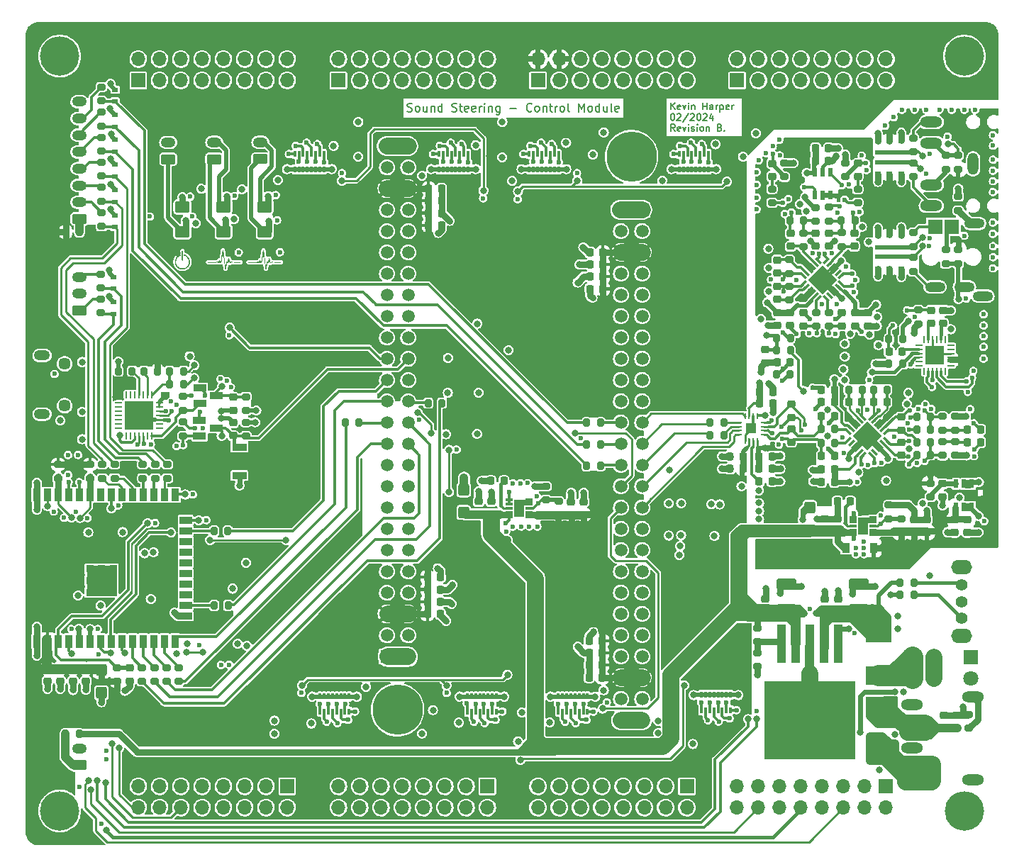
<source format=gbr>
%TF.GenerationSoftware,KiCad,Pcbnew,(6.0.11)*%
%TF.CreationDate,2024-03-19T14:27:03-04:00*%
%TF.ProjectId,Ultrasonic Sound Steering - Control Rev. B,556c7472-6173-46f6-9e69-6320536f756e,rev?*%
%TF.SameCoordinates,Original*%
%TF.FileFunction,Copper,L1,Top*%
%TF.FilePolarity,Positive*%
%FSLAX46Y46*%
G04 Gerber Fmt 4.6, Leading zero omitted, Abs format (unit mm)*
G04 Created by KiCad (PCBNEW (6.0.11)) date 2024-03-19 14:27:03*
%MOMM*%
%LPD*%
G01*
G04 APERTURE LIST*
G04 Aperture macros list*
%AMRoundRect*
0 Rectangle with rounded corners*
0 $1 Rounding radius*
0 $2 $3 $4 $5 $6 $7 $8 $9 X,Y pos of 4 corners*
0 Add a 4 corners polygon primitive as box body*
4,1,4,$2,$3,$4,$5,$6,$7,$8,$9,$2,$3,0*
0 Add four circle primitives for the rounded corners*
1,1,$1+$1,$2,$3*
1,1,$1+$1,$4,$5*
1,1,$1+$1,$6,$7*
1,1,$1+$1,$8,$9*
0 Add four rect primitives between the rounded corners*
20,1,$1+$1,$2,$3,$4,$5,0*
20,1,$1+$1,$4,$5,$6,$7,0*
20,1,$1+$1,$6,$7,$8,$9,0*
20,1,$1+$1,$8,$9,$2,$3,0*%
%AMRotRect*
0 Rectangle, with rotation*
0 The origin of the aperture is its center*
0 $1 length*
0 $2 width*
0 $3 Rotation angle, in degrees counterclockwise*
0 Add horizontal line*
21,1,$1,$2,0,0,$3*%
G04 Aperture macros list end*
%ADD10C,0.200000*%
%TA.AperFunction,NonConductor*%
%ADD11C,0.200000*%
%TD*%
%ADD12C,0.150000*%
%TA.AperFunction,NonConductor*%
%ADD13C,0.150000*%
%TD*%
%TA.AperFunction,SMDPad,CuDef*%
%ADD14RoundRect,0.200000X-0.275000X0.200000X-0.275000X-0.200000X0.275000X-0.200000X0.275000X0.200000X0*%
%TD*%
%TA.AperFunction,SMDPad,CuDef*%
%ADD15R,0.700000X0.600000*%
%TD*%
%TA.AperFunction,SMDPad,CuDef*%
%ADD16RoundRect,0.225000X0.225000X0.250000X-0.225000X0.250000X-0.225000X-0.250000X0.225000X-0.250000X0*%
%TD*%
%TA.AperFunction,ComponentPad*%
%ADD17R,1.508000X1.508000*%
%TD*%
%TA.AperFunction,ComponentPad*%
%ADD18C,1.508000*%
%TD*%
%TA.AperFunction,ComponentPad*%
%ADD19C,6.000000*%
%TD*%
%TA.AperFunction,SMDPad,CuDef*%
%ADD20RoundRect,0.225000X-0.250000X0.225000X-0.250000X-0.225000X0.250000X-0.225000X0.250000X0.225000X0*%
%TD*%
%TA.AperFunction,SMDPad,CuDef*%
%ADD21RoundRect,0.225000X0.250000X-0.225000X0.250000X0.225000X-0.250000X0.225000X-0.250000X-0.225000X0*%
%TD*%
%TA.AperFunction,SMDPad,CuDef*%
%ADD22RoundRect,0.225000X-0.225000X-0.250000X0.225000X-0.250000X0.225000X0.250000X-0.225000X0.250000X0*%
%TD*%
%TA.AperFunction,ComponentPad*%
%ADD23C,0.300000*%
%TD*%
%TA.AperFunction,SMDPad,CuDef*%
%ADD24R,0.300000X0.800000*%
%TD*%
%TA.AperFunction,SMDPad,CuDef*%
%ADD25RoundRect,0.008100X0.411900X0.126900X-0.411900X0.126900X-0.411900X-0.126900X0.411900X-0.126900X0*%
%TD*%
%TA.AperFunction,SMDPad,CuDef*%
%ADD26R,1.200000X2.000000*%
%TD*%
%TA.AperFunction,ComponentPad*%
%ADD27C,4.700000*%
%TD*%
%TA.AperFunction,SMDPad,CuDef*%
%ADD28RoundRect,0.200000X0.200000X0.275000X-0.200000X0.275000X-0.200000X-0.275000X0.200000X-0.275000X0*%
%TD*%
%TA.AperFunction,SMDPad,CuDef*%
%ADD29RoundRect,0.250001X-0.624999X0.462499X-0.624999X-0.462499X0.624999X-0.462499X0.624999X0.462499X0*%
%TD*%
%TA.AperFunction,SMDPad,CuDef*%
%ADD30RoundRect,0.250000X0.425000X-0.450000X0.425000X0.450000X-0.425000X0.450000X-0.425000X-0.450000X0*%
%TD*%
%TA.AperFunction,SMDPad,CuDef*%
%ADD31RoundRect,0.200000X0.275000X-0.200000X0.275000X0.200000X-0.275000X0.200000X-0.275000X-0.200000X0*%
%TD*%
%TA.AperFunction,SMDPad,CuDef*%
%ADD32RoundRect,0.200000X-0.200000X-0.275000X0.200000X-0.275000X0.200000X0.275000X-0.200000X0.275000X0*%
%TD*%
%TA.AperFunction,ComponentPad*%
%ADD33C,1.400000*%
%TD*%
%TA.AperFunction,ComponentPad*%
%ADD34O,2.500000X1.724000*%
%TD*%
%TA.AperFunction,ComponentPad*%
%ADD35R,1.800000X1.800000*%
%TD*%
%TA.AperFunction,ComponentPad*%
%ADD36C,1.800000*%
%TD*%
%TA.AperFunction,SMDPad,CuDef*%
%ADD37R,0.900000X1.200000*%
%TD*%
%TA.AperFunction,SMDPad,CuDef*%
%ADD38R,3.048000X2.286000*%
%TD*%
%TA.AperFunction,SMDPad,CuDef*%
%ADD39RoundRect,0.062500X0.337500X0.062500X-0.337500X0.062500X-0.337500X-0.062500X0.337500X-0.062500X0*%
%TD*%
%TA.AperFunction,SMDPad,CuDef*%
%ADD40RoundRect,0.062500X0.062500X0.337500X-0.062500X0.337500X-0.062500X-0.337500X0.062500X-0.337500X0*%
%TD*%
%TA.AperFunction,SMDPad,CuDef*%
%ADD41R,3.350000X3.350000*%
%TD*%
%TA.AperFunction,ComponentPad*%
%ADD42RoundRect,0.250000X0.625000X-0.350000X0.625000X0.350000X-0.625000X0.350000X-0.625000X-0.350000X0*%
%TD*%
%TA.AperFunction,ComponentPad*%
%ADD43O,1.750000X1.200000*%
%TD*%
%TA.AperFunction,SMDPad,CuDef*%
%ADD44RoundRect,0.002600X0.212132X0.392303X-0.392303X-0.212132X-0.212132X-0.392303X0.392303X0.212132X0*%
%TD*%
%TA.AperFunction,SMDPad,CuDef*%
%ADD45RoundRect,0.002600X-0.392303X0.212132X0.212132X-0.392303X0.392303X-0.212132X-0.212132X0.392303X0*%
%TD*%
%TA.AperFunction,SMDPad,CuDef*%
%ADD46RoundRect,0.002600X-0.212132X-0.392303X0.392303X0.212132X0.212132X0.392303X-0.392303X-0.212132X0*%
%TD*%
%TA.AperFunction,SMDPad,CuDef*%
%ADD47RoundRect,0.002600X0.392303X-0.212132X-0.212132X0.392303X-0.392303X0.212132X0.212132X-0.392303X0*%
%TD*%
%TA.AperFunction,SMDPad,CuDef*%
%ADD48RotRect,2.500000X2.500000X135.000000*%
%TD*%
%TA.AperFunction,SMDPad,CuDef*%
%ADD49RoundRect,0.250000X0.925000X-0.412500X0.925000X0.412500X-0.925000X0.412500X-0.925000X-0.412500X0*%
%TD*%
%TA.AperFunction,SMDPad,CuDef*%
%ADD50R,0.900000X1.500000*%
%TD*%
%TA.AperFunction,SMDPad,CuDef*%
%ADD51R,1.500000X0.900000*%
%TD*%
%TA.AperFunction,SMDPad,CuDef*%
%ADD52R,0.900000X0.900000*%
%TD*%
%TA.AperFunction,ComponentPad*%
%ADD53C,0.350000*%
%TD*%
%TA.AperFunction,SMDPad,CuDef*%
%ADD54R,1.600200X0.863600*%
%TD*%
%TA.AperFunction,SMDPad,CuDef*%
%ADD55R,0.254000X0.812800*%
%TD*%
%TA.AperFunction,SMDPad,CuDef*%
%ADD56R,0.812800X0.254000*%
%TD*%
%TA.AperFunction,SMDPad,CuDef*%
%ADD57R,2.260600X2.260600*%
%TD*%
%TA.AperFunction,SMDPad,CuDef*%
%ADD58RotRect,2.500000X2.500000X225.000000*%
%TD*%
%TA.AperFunction,SMDPad,CuDef*%
%ADD59R,1.100000X4.600000*%
%TD*%
%TA.AperFunction,SMDPad,CuDef*%
%ADD60R,10.800000X9.400000*%
%TD*%
%TA.AperFunction,SMDPad,CuDef*%
%ADD61R,0.558800X0.977900*%
%TD*%
%TA.AperFunction,SMDPad,CuDef*%
%ADD62R,0.254000X0.762000*%
%TD*%
%TA.AperFunction,SMDPad,CuDef*%
%ADD63R,0.762000X0.254000*%
%TD*%
%TA.AperFunction,SMDPad,CuDef*%
%ADD64R,1.193800X1.193800*%
%TD*%
%TA.AperFunction,SMDPad,CuDef*%
%ADD65R,1.700000X0.900000*%
%TD*%
%TA.AperFunction,SMDPad,CuDef*%
%ADD66R,0.599999X1.000000*%
%TD*%
%TA.AperFunction,SMDPad,CuDef*%
%ADD67RoundRect,0.250000X-0.425000X0.450000X-0.425000X-0.450000X0.425000X-0.450000X0.425000X0.450000X0*%
%TD*%
%TA.AperFunction,ComponentPad*%
%ADD68R,1.700000X1.700000*%
%TD*%
%TA.AperFunction,ComponentPad*%
%ADD69O,1.700000X1.700000*%
%TD*%
%TA.AperFunction,ComponentPad*%
%ADD70O,2.400000X1.200000*%
%TD*%
%TA.AperFunction,ComponentPad*%
%ADD71C,1.450000*%
%TD*%
%TA.AperFunction,ComponentPad*%
%ADD72O,1.900000X1.200000*%
%TD*%
%TA.AperFunction,ComponentPad*%
%ADD73O,1.308000X2.616000*%
%TD*%
%TA.AperFunction,ComponentPad*%
%ADD74O,2.616000X1.308000*%
%TD*%
%TA.AperFunction,ViaPad*%
%ADD75C,0.800000*%
%TD*%
%TA.AperFunction,ViaPad*%
%ADD76C,0.600000*%
%TD*%
%TA.AperFunction,Conductor*%
%ADD77C,0.350000*%
%TD*%
%TA.AperFunction,Conductor*%
%ADD78C,2.000000*%
%TD*%
%TA.AperFunction,Conductor*%
%ADD79C,0.800000*%
%TD*%
%TA.AperFunction,Conductor*%
%ADD80C,0.500000*%
%TD*%
%TA.AperFunction,Conductor*%
%ADD81C,1.200000*%
%TD*%
%TA.AperFunction,Conductor*%
%ADD82C,0.250000*%
%TD*%
%TA.AperFunction,Conductor*%
%ADD83C,0.300000*%
%TD*%
%TA.AperFunction,Conductor*%
%ADD84C,1.000000*%
%TD*%
%TA.AperFunction,Conductor*%
%ADD85C,0.450000*%
%TD*%
%TA.AperFunction,Conductor*%
%ADD86C,0.356000*%
%TD*%
%TA.AperFunction,Conductor*%
%ADD87C,0.600000*%
%TD*%
%TA.AperFunction,Conductor*%
%ADD88C,0.400000*%
%TD*%
%TA.AperFunction,Conductor*%
%ADD89C,0.200000*%
%TD*%
%TA.AperFunction,Conductor*%
%ADD90C,2.540000*%
%TD*%
%TA.AperFunction,Conductor*%
%ADD91C,1.500000*%
%TD*%
%TA.AperFunction,Conductor*%
%ADD92C,0.700000*%
%TD*%
%TA.AperFunction,Conductor*%
%ADD93C,0.354000*%
%TD*%
G04 APERTURE END LIST*
D10*
D11*
X131427142Y-57939761D02*
X131569999Y-57987380D01*
X131808095Y-57987380D01*
X131903333Y-57939761D01*
X131950952Y-57892142D01*
X131998571Y-57796904D01*
X131998571Y-57701666D01*
X131950952Y-57606428D01*
X131903333Y-57558809D01*
X131808095Y-57511190D01*
X131617619Y-57463571D01*
X131522380Y-57415952D01*
X131474761Y-57368333D01*
X131427142Y-57273095D01*
X131427142Y-57177857D01*
X131474761Y-57082619D01*
X131522380Y-57035000D01*
X131617619Y-56987380D01*
X131855714Y-56987380D01*
X131998571Y-57035000D01*
X132569999Y-57987380D02*
X132474761Y-57939761D01*
X132427142Y-57892142D01*
X132379523Y-57796904D01*
X132379523Y-57511190D01*
X132427142Y-57415952D01*
X132474761Y-57368333D01*
X132569999Y-57320714D01*
X132712857Y-57320714D01*
X132808095Y-57368333D01*
X132855714Y-57415952D01*
X132903333Y-57511190D01*
X132903333Y-57796904D01*
X132855714Y-57892142D01*
X132808095Y-57939761D01*
X132712857Y-57987380D01*
X132569999Y-57987380D01*
X133760476Y-57320714D02*
X133760476Y-57987380D01*
X133331904Y-57320714D02*
X133331904Y-57844523D01*
X133379523Y-57939761D01*
X133474761Y-57987380D01*
X133617619Y-57987380D01*
X133712857Y-57939761D01*
X133760476Y-57892142D01*
X134236666Y-57320714D02*
X134236666Y-57987380D01*
X134236666Y-57415952D02*
X134284285Y-57368333D01*
X134379523Y-57320714D01*
X134522380Y-57320714D01*
X134617619Y-57368333D01*
X134665238Y-57463571D01*
X134665238Y-57987380D01*
X135570000Y-57987380D02*
X135570000Y-56987380D01*
X135570000Y-57939761D02*
X135474761Y-57987380D01*
X135284285Y-57987380D01*
X135189047Y-57939761D01*
X135141428Y-57892142D01*
X135093809Y-57796904D01*
X135093809Y-57511190D01*
X135141428Y-57415952D01*
X135189047Y-57368333D01*
X135284285Y-57320714D01*
X135474761Y-57320714D01*
X135570000Y-57368333D01*
X136760476Y-57939761D02*
X136903333Y-57987380D01*
X137141428Y-57987380D01*
X137236666Y-57939761D01*
X137284285Y-57892142D01*
X137331904Y-57796904D01*
X137331904Y-57701666D01*
X137284285Y-57606428D01*
X137236666Y-57558809D01*
X137141428Y-57511190D01*
X136950952Y-57463571D01*
X136855714Y-57415952D01*
X136808095Y-57368333D01*
X136760476Y-57273095D01*
X136760476Y-57177857D01*
X136808095Y-57082619D01*
X136855714Y-57035000D01*
X136950952Y-56987380D01*
X137189047Y-56987380D01*
X137331904Y-57035000D01*
X137617619Y-57320714D02*
X137998571Y-57320714D01*
X137760476Y-56987380D02*
X137760476Y-57844523D01*
X137808095Y-57939761D01*
X137903333Y-57987380D01*
X137998571Y-57987380D01*
X138712857Y-57939761D02*
X138617619Y-57987380D01*
X138427142Y-57987380D01*
X138331904Y-57939761D01*
X138284285Y-57844523D01*
X138284285Y-57463571D01*
X138331904Y-57368333D01*
X138427142Y-57320714D01*
X138617619Y-57320714D01*
X138712857Y-57368333D01*
X138760476Y-57463571D01*
X138760476Y-57558809D01*
X138284285Y-57654047D01*
X139570000Y-57939761D02*
X139474761Y-57987380D01*
X139284285Y-57987380D01*
X139189047Y-57939761D01*
X139141428Y-57844523D01*
X139141428Y-57463571D01*
X139189047Y-57368333D01*
X139284285Y-57320714D01*
X139474761Y-57320714D01*
X139570000Y-57368333D01*
X139617619Y-57463571D01*
X139617619Y-57558809D01*
X139141428Y-57654047D01*
X140046190Y-57987380D02*
X140046190Y-57320714D01*
X140046190Y-57511190D02*
X140093809Y-57415952D01*
X140141428Y-57368333D01*
X140236666Y-57320714D01*
X140331904Y-57320714D01*
X140665238Y-57987380D02*
X140665238Y-57320714D01*
X140665238Y-56987380D02*
X140617619Y-57035000D01*
X140665238Y-57082619D01*
X140712857Y-57035000D01*
X140665238Y-56987380D01*
X140665238Y-57082619D01*
X141141428Y-57320714D02*
X141141428Y-57987380D01*
X141141428Y-57415952D02*
X141189047Y-57368333D01*
X141284285Y-57320714D01*
X141427142Y-57320714D01*
X141522380Y-57368333D01*
X141570000Y-57463571D01*
X141570000Y-57987380D01*
X142474761Y-57320714D02*
X142474761Y-58130238D01*
X142427142Y-58225476D01*
X142379523Y-58273095D01*
X142284285Y-58320714D01*
X142141428Y-58320714D01*
X142046190Y-58273095D01*
X142474761Y-57939761D02*
X142379523Y-57987380D01*
X142189047Y-57987380D01*
X142093809Y-57939761D01*
X142046190Y-57892142D01*
X141998571Y-57796904D01*
X141998571Y-57511190D01*
X142046190Y-57415952D01*
X142093809Y-57368333D01*
X142189047Y-57320714D01*
X142379523Y-57320714D01*
X142474761Y-57368333D01*
X143712857Y-57606428D02*
X144474761Y-57606428D01*
X146284285Y-57892142D02*
X146236666Y-57939761D01*
X146093809Y-57987380D01*
X145998571Y-57987380D01*
X145855714Y-57939761D01*
X145760476Y-57844523D01*
X145712857Y-57749285D01*
X145665238Y-57558809D01*
X145665238Y-57415952D01*
X145712857Y-57225476D01*
X145760476Y-57130238D01*
X145855714Y-57035000D01*
X145998571Y-56987380D01*
X146093809Y-56987380D01*
X146236666Y-57035000D01*
X146284285Y-57082619D01*
X146855714Y-57987380D02*
X146760476Y-57939761D01*
X146712857Y-57892142D01*
X146665238Y-57796904D01*
X146665238Y-57511190D01*
X146712857Y-57415952D01*
X146760476Y-57368333D01*
X146855714Y-57320714D01*
X146998571Y-57320714D01*
X147093809Y-57368333D01*
X147141428Y-57415952D01*
X147189047Y-57511190D01*
X147189047Y-57796904D01*
X147141428Y-57892142D01*
X147093809Y-57939761D01*
X146998571Y-57987380D01*
X146855714Y-57987380D01*
X147617619Y-57320714D02*
X147617619Y-57987380D01*
X147617619Y-57415952D02*
X147665238Y-57368333D01*
X147760476Y-57320714D01*
X147903333Y-57320714D01*
X147998571Y-57368333D01*
X148046190Y-57463571D01*
X148046190Y-57987380D01*
X148379523Y-57320714D02*
X148760476Y-57320714D01*
X148522380Y-56987380D02*
X148522380Y-57844523D01*
X148570000Y-57939761D01*
X148665238Y-57987380D01*
X148760476Y-57987380D01*
X149093809Y-57987380D02*
X149093809Y-57320714D01*
X149093809Y-57511190D02*
X149141428Y-57415952D01*
X149189047Y-57368333D01*
X149284285Y-57320714D01*
X149379523Y-57320714D01*
X149855714Y-57987380D02*
X149760476Y-57939761D01*
X149712857Y-57892142D01*
X149665238Y-57796904D01*
X149665238Y-57511190D01*
X149712857Y-57415952D01*
X149760476Y-57368333D01*
X149855714Y-57320714D01*
X149998571Y-57320714D01*
X150093809Y-57368333D01*
X150141428Y-57415952D01*
X150189047Y-57511190D01*
X150189047Y-57796904D01*
X150141428Y-57892142D01*
X150093809Y-57939761D01*
X149998571Y-57987380D01*
X149855714Y-57987380D01*
X150760476Y-57987380D02*
X150665238Y-57939761D01*
X150617619Y-57844523D01*
X150617619Y-56987380D01*
X151903333Y-57987380D02*
X151903333Y-56987380D01*
X152236666Y-57701666D01*
X152569999Y-56987380D01*
X152569999Y-57987380D01*
X153189047Y-57987380D02*
X153093809Y-57939761D01*
X153046190Y-57892142D01*
X152998571Y-57796904D01*
X152998571Y-57511190D01*
X153046190Y-57415952D01*
X153093809Y-57368333D01*
X153189047Y-57320714D01*
X153331904Y-57320714D01*
X153427142Y-57368333D01*
X153474761Y-57415952D01*
X153522380Y-57511190D01*
X153522380Y-57796904D01*
X153474761Y-57892142D01*
X153427142Y-57939761D01*
X153331904Y-57987380D01*
X153189047Y-57987380D01*
X154379523Y-57987380D02*
X154379523Y-56987380D01*
X154379523Y-57939761D02*
X154284285Y-57987380D01*
X154093809Y-57987380D01*
X153998571Y-57939761D01*
X153950952Y-57892142D01*
X153903333Y-57796904D01*
X153903333Y-57511190D01*
X153950952Y-57415952D01*
X153998571Y-57368333D01*
X154093809Y-57320714D01*
X154284285Y-57320714D01*
X154379523Y-57368333D01*
X155284285Y-57320714D02*
X155284285Y-57987380D01*
X154855714Y-57320714D02*
X154855714Y-57844523D01*
X154903333Y-57939761D01*
X154998571Y-57987380D01*
X155141428Y-57987380D01*
X155236666Y-57939761D01*
X155284285Y-57892142D01*
X155903333Y-57987380D02*
X155808095Y-57939761D01*
X155760476Y-57844523D01*
X155760476Y-56987380D01*
X156665238Y-57939761D02*
X156569999Y-57987380D01*
X156379523Y-57987380D01*
X156284285Y-57939761D01*
X156236666Y-57844523D01*
X156236666Y-57463571D01*
X156284285Y-57368333D01*
X156379523Y-57320714D01*
X156569999Y-57320714D01*
X156665238Y-57368333D01*
X156712857Y-57463571D01*
X156712857Y-57558809D01*
X156236666Y-57654047D01*
D12*
D13*
X162907976Y-57723904D02*
X162907976Y-56923904D01*
X163365119Y-57723904D02*
X163022261Y-57266761D01*
X163365119Y-56923904D02*
X162907976Y-57381047D01*
X164012738Y-57685809D02*
X163936547Y-57723904D01*
X163784166Y-57723904D01*
X163707976Y-57685809D01*
X163669880Y-57609619D01*
X163669880Y-57304857D01*
X163707976Y-57228666D01*
X163784166Y-57190571D01*
X163936547Y-57190571D01*
X164012738Y-57228666D01*
X164050833Y-57304857D01*
X164050833Y-57381047D01*
X163669880Y-57457238D01*
X164317500Y-57190571D02*
X164507976Y-57723904D01*
X164698452Y-57190571D01*
X165003214Y-57723904D02*
X165003214Y-57190571D01*
X165003214Y-56923904D02*
X164965119Y-56962000D01*
X165003214Y-57000095D01*
X165041309Y-56962000D01*
X165003214Y-56923904D01*
X165003214Y-57000095D01*
X165384166Y-57190571D02*
X165384166Y-57723904D01*
X165384166Y-57266761D02*
X165422261Y-57228666D01*
X165498452Y-57190571D01*
X165612738Y-57190571D01*
X165688928Y-57228666D01*
X165727023Y-57304857D01*
X165727023Y-57723904D01*
X166717500Y-57723904D02*
X166717500Y-56923904D01*
X166717500Y-57304857D02*
X167174642Y-57304857D01*
X167174642Y-57723904D02*
X167174642Y-56923904D01*
X167898452Y-57723904D02*
X167898452Y-57304857D01*
X167860357Y-57228666D01*
X167784166Y-57190571D01*
X167631785Y-57190571D01*
X167555595Y-57228666D01*
X167898452Y-57685809D02*
X167822261Y-57723904D01*
X167631785Y-57723904D01*
X167555595Y-57685809D01*
X167517500Y-57609619D01*
X167517500Y-57533428D01*
X167555595Y-57457238D01*
X167631785Y-57419142D01*
X167822261Y-57419142D01*
X167898452Y-57381047D01*
X168279404Y-57723904D02*
X168279404Y-57190571D01*
X168279404Y-57342952D02*
X168317500Y-57266761D01*
X168355595Y-57228666D01*
X168431785Y-57190571D01*
X168507976Y-57190571D01*
X168774642Y-57190571D02*
X168774642Y-57990571D01*
X168774642Y-57228666D02*
X168850833Y-57190571D01*
X169003214Y-57190571D01*
X169079404Y-57228666D01*
X169117500Y-57266761D01*
X169155595Y-57342952D01*
X169155595Y-57571523D01*
X169117500Y-57647714D01*
X169079404Y-57685809D01*
X169003214Y-57723904D01*
X168850833Y-57723904D01*
X168774642Y-57685809D01*
X169803214Y-57685809D02*
X169727023Y-57723904D01*
X169574642Y-57723904D01*
X169498452Y-57685809D01*
X169460357Y-57609619D01*
X169460357Y-57304857D01*
X169498452Y-57228666D01*
X169574642Y-57190571D01*
X169727023Y-57190571D01*
X169803214Y-57228666D01*
X169841309Y-57304857D01*
X169841309Y-57381047D01*
X169460357Y-57457238D01*
X170184166Y-57723904D02*
X170184166Y-57190571D01*
X170184166Y-57342952D02*
X170222261Y-57266761D01*
X170260357Y-57228666D01*
X170336547Y-57190571D01*
X170412738Y-57190571D01*
X163060357Y-58211904D02*
X163136547Y-58211904D01*
X163212738Y-58250000D01*
X163250833Y-58288095D01*
X163288928Y-58364285D01*
X163327023Y-58516666D01*
X163327023Y-58707142D01*
X163288928Y-58859523D01*
X163250833Y-58935714D01*
X163212738Y-58973809D01*
X163136547Y-59011904D01*
X163060357Y-59011904D01*
X162984166Y-58973809D01*
X162946071Y-58935714D01*
X162907976Y-58859523D01*
X162869880Y-58707142D01*
X162869880Y-58516666D01*
X162907976Y-58364285D01*
X162946071Y-58288095D01*
X162984166Y-58250000D01*
X163060357Y-58211904D01*
X163631785Y-58288095D02*
X163669880Y-58250000D01*
X163746071Y-58211904D01*
X163936547Y-58211904D01*
X164012738Y-58250000D01*
X164050833Y-58288095D01*
X164088928Y-58364285D01*
X164088928Y-58440476D01*
X164050833Y-58554761D01*
X163593690Y-59011904D01*
X164088928Y-59011904D01*
X165003214Y-58173809D02*
X164317500Y-59202380D01*
X165231785Y-58288095D02*
X165269880Y-58250000D01*
X165346071Y-58211904D01*
X165536547Y-58211904D01*
X165612738Y-58250000D01*
X165650833Y-58288095D01*
X165688928Y-58364285D01*
X165688928Y-58440476D01*
X165650833Y-58554761D01*
X165193690Y-59011904D01*
X165688928Y-59011904D01*
X166184166Y-58211904D02*
X166260357Y-58211904D01*
X166336547Y-58250000D01*
X166374642Y-58288095D01*
X166412738Y-58364285D01*
X166450833Y-58516666D01*
X166450833Y-58707142D01*
X166412738Y-58859523D01*
X166374642Y-58935714D01*
X166336547Y-58973809D01*
X166260357Y-59011904D01*
X166184166Y-59011904D01*
X166107976Y-58973809D01*
X166069880Y-58935714D01*
X166031785Y-58859523D01*
X165993690Y-58707142D01*
X165993690Y-58516666D01*
X166031785Y-58364285D01*
X166069880Y-58288095D01*
X166107976Y-58250000D01*
X166184166Y-58211904D01*
X166755595Y-58288095D02*
X166793690Y-58250000D01*
X166869880Y-58211904D01*
X167060357Y-58211904D01*
X167136547Y-58250000D01*
X167174642Y-58288095D01*
X167212738Y-58364285D01*
X167212738Y-58440476D01*
X167174642Y-58554761D01*
X166717500Y-59011904D01*
X167212738Y-59011904D01*
X167898452Y-58478571D02*
X167898452Y-59011904D01*
X167707976Y-58173809D02*
X167517500Y-58745238D01*
X168012738Y-58745238D01*
X163365119Y-60299904D02*
X163098452Y-59918952D01*
X162907976Y-60299904D02*
X162907976Y-59499904D01*
X163212738Y-59499904D01*
X163288928Y-59538000D01*
X163327023Y-59576095D01*
X163365119Y-59652285D01*
X163365119Y-59766571D01*
X163327023Y-59842761D01*
X163288928Y-59880857D01*
X163212738Y-59918952D01*
X162907976Y-59918952D01*
X164012738Y-60261809D02*
X163936547Y-60299904D01*
X163784166Y-60299904D01*
X163707976Y-60261809D01*
X163669880Y-60185619D01*
X163669880Y-59880857D01*
X163707976Y-59804666D01*
X163784166Y-59766571D01*
X163936547Y-59766571D01*
X164012738Y-59804666D01*
X164050833Y-59880857D01*
X164050833Y-59957047D01*
X163669880Y-60033238D01*
X164317500Y-59766571D02*
X164507976Y-60299904D01*
X164698452Y-59766571D01*
X165003214Y-60299904D02*
X165003214Y-59766571D01*
X165003214Y-59499904D02*
X164965119Y-59538000D01*
X165003214Y-59576095D01*
X165041309Y-59538000D01*
X165003214Y-59499904D01*
X165003214Y-59576095D01*
X165346071Y-60261809D02*
X165422261Y-60299904D01*
X165574642Y-60299904D01*
X165650833Y-60261809D01*
X165688928Y-60185619D01*
X165688928Y-60147523D01*
X165650833Y-60071333D01*
X165574642Y-60033238D01*
X165460357Y-60033238D01*
X165384166Y-59995142D01*
X165346071Y-59918952D01*
X165346071Y-59880857D01*
X165384166Y-59804666D01*
X165460357Y-59766571D01*
X165574642Y-59766571D01*
X165650833Y-59804666D01*
X166031785Y-60299904D02*
X166031785Y-59766571D01*
X166031785Y-59499904D02*
X165993690Y-59538000D01*
X166031785Y-59576095D01*
X166069880Y-59538000D01*
X166031785Y-59499904D01*
X166031785Y-59576095D01*
X166527023Y-60299904D02*
X166450833Y-60261809D01*
X166412738Y-60223714D01*
X166374642Y-60147523D01*
X166374642Y-59918952D01*
X166412738Y-59842761D01*
X166450833Y-59804666D01*
X166527023Y-59766571D01*
X166641309Y-59766571D01*
X166717500Y-59804666D01*
X166755595Y-59842761D01*
X166793690Y-59918952D01*
X166793690Y-60147523D01*
X166755595Y-60223714D01*
X166717500Y-60261809D01*
X166641309Y-60299904D01*
X166527023Y-60299904D01*
X167136547Y-59766571D02*
X167136547Y-60299904D01*
X167136547Y-59842761D02*
X167174642Y-59804666D01*
X167250833Y-59766571D01*
X167365119Y-59766571D01*
X167441309Y-59804666D01*
X167479404Y-59880857D01*
X167479404Y-60299904D01*
X168736547Y-59880857D02*
X168850833Y-59918952D01*
X168888928Y-59957047D01*
X168927023Y-60033238D01*
X168927023Y-60147523D01*
X168888928Y-60223714D01*
X168850833Y-60261809D01*
X168774642Y-60299904D01*
X168469880Y-60299904D01*
X168469880Y-59499904D01*
X168736547Y-59499904D01*
X168812738Y-59538000D01*
X168850833Y-59576095D01*
X168888928Y-59652285D01*
X168888928Y-59728476D01*
X168850833Y-59804666D01*
X168812738Y-59842761D01*
X168736547Y-59880857D01*
X168469880Y-59880857D01*
X169269880Y-60223714D02*
X169307976Y-60261809D01*
X169269880Y-60299904D01*
X169231785Y-60261809D01*
X169269880Y-60223714D01*
X169269880Y-60299904D01*
%TO.C,G\u002A\u002A\u002A*%
G36*
X104381190Y-75028107D02*
G01*
X104400597Y-75039888D01*
X104404482Y-75043229D01*
X104418633Y-75060807D01*
X104426749Y-75081555D01*
X104428505Y-75103738D01*
X104423578Y-75125621D01*
X104420930Y-75131511D01*
X104412450Y-75143975D01*
X104399985Y-75154769D01*
X104382498Y-75164546D01*
X104358953Y-75173963D01*
X104347552Y-75177792D01*
X104277478Y-75203691D01*
X104212288Y-75234754D01*
X104150939Y-75271491D01*
X104135948Y-75281714D01*
X104116359Y-75296709D01*
X104093481Y-75316332D01*
X104068640Y-75339258D01*
X104043163Y-75364158D01*
X104018375Y-75389707D01*
X103995602Y-75414577D01*
X103976170Y-75437442D01*
X103962725Y-75455080D01*
X103920381Y-75520703D01*
X103885430Y-75587054D01*
X103857738Y-75654545D01*
X103837172Y-75723586D01*
X103823598Y-75794587D01*
X103816881Y-75867961D01*
X103816052Y-75905220D01*
X103819500Y-75984352D01*
X103829873Y-76060634D01*
X103847127Y-76133962D01*
X103871222Y-76204233D01*
X103902115Y-76271343D01*
X103939765Y-76335190D01*
X103984130Y-76395669D01*
X104035167Y-76452678D01*
X104039844Y-76457393D01*
X104096739Y-76509264D01*
X104156844Y-76554351D01*
X104219989Y-76592588D01*
X104286005Y-76623908D01*
X104354723Y-76648245D01*
X104425974Y-76665531D01*
X104499588Y-76675701D01*
X104575397Y-76678688D01*
X104600167Y-76678113D01*
X104675608Y-76671658D01*
X104748364Y-76658167D01*
X104818395Y-76637657D01*
X104885660Y-76610146D01*
X104950120Y-76575653D01*
X105011733Y-76534194D01*
X105070458Y-76485787D01*
X105100167Y-76457552D01*
X105150946Y-76402059D01*
X105195141Y-76343243D01*
X105232858Y-76280886D01*
X105264201Y-76214773D01*
X105289272Y-76144689D01*
X105308177Y-76070417D01*
X105319786Y-76001480D01*
X105321730Y-75980939D01*
X105323049Y-75955034D01*
X105323743Y-75925827D01*
X105323813Y-75895381D01*
X105323259Y-75865757D01*
X105322081Y-75839018D01*
X105320281Y-75817226D01*
X105319752Y-75812932D01*
X105305898Y-75737494D01*
X105285012Y-75664387D01*
X105257351Y-75594043D01*
X105223171Y-75526889D01*
X105182730Y-75463356D01*
X105136285Y-75403873D01*
X105084093Y-75348870D01*
X105026410Y-75298775D01*
X105000101Y-75278935D01*
X104975307Y-75262568D01*
X104945165Y-75245121D01*
X104911584Y-75227536D01*
X104876474Y-75210754D01*
X104841743Y-75195718D01*
X104809302Y-75183369D01*
X104800078Y-75180257D01*
X104773567Y-75171045D01*
X104753403Y-75162444D01*
X104738531Y-75153678D01*
X104727893Y-75143967D01*
X104720432Y-75132536D01*
X104715092Y-75118605D01*
X104714759Y-75117479D01*
X104711500Y-75104683D01*
X104710830Y-75094940D01*
X104712750Y-75084226D01*
X104714759Y-75076975D01*
X104724523Y-75055644D01*
X104739393Y-75039268D01*
X104758327Y-75028448D01*
X104780282Y-75023785D01*
X104803558Y-75025731D01*
X104835396Y-75034443D01*
X104871575Y-75047092D01*
X104910513Y-75062958D01*
X104950626Y-75081322D01*
X104990334Y-75101466D01*
X105028052Y-75122670D01*
X105057842Y-75141303D01*
X105126339Y-75190916D01*
X105188872Y-75245120D01*
X105245399Y-75303851D01*
X105295879Y-75367045D01*
X105340271Y-75434638D01*
X105378534Y-75506565D01*
X105410625Y-75582762D01*
X105436504Y-75663166D01*
X105456130Y-75747711D01*
X105459429Y-75765846D01*
X105463590Y-75796039D01*
X105466734Y-75831592D01*
X105468817Y-75870448D01*
X105469795Y-75910553D01*
X105469625Y-75949852D01*
X105468262Y-75986290D01*
X105465664Y-76017812D01*
X105464922Y-76023877D01*
X105450210Y-76108037D01*
X105428527Y-76189368D01*
X105399905Y-76267793D01*
X105364376Y-76343233D01*
X105321970Y-76415611D01*
X105284825Y-76468974D01*
X105232955Y-76532243D01*
X105176068Y-76590008D01*
X105114493Y-76642076D01*
X105048560Y-76688252D01*
X104978597Y-76728340D01*
X104904935Y-76762147D01*
X104827901Y-76789477D01*
X104747825Y-76810136D01*
X104690572Y-76820459D01*
X104666699Y-76823295D01*
X104638003Y-76825555D01*
X104606543Y-76827180D01*
X104574376Y-76828110D01*
X104543562Y-76828284D01*
X104516159Y-76827642D01*
X104494695Y-76826175D01*
X104410636Y-76813836D01*
X104329616Y-76794723D01*
X104251828Y-76768926D01*
X104177462Y-76736533D01*
X104106712Y-76697634D01*
X104039769Y-76652318D01*
X103976824Y-76600675D01*
X103944448Y-76570073D01*
X103886912Y-76507823D01*
X103835871Y-76441781D01*
X103791393Y-76372082D01*
X103753544Y-76298861D01*
X103722391Y-76222254D01*
X103698000Y-76142395D01*
X103680439Y-76059421D01*
X103675142Y-76023877D01*
X103672266Y-75993710D01*
X103670635Y-75958176D01*
X103670206Y-75919330D01*
X103670936Y-75879226D01*
X103672780Y-75839919D01*
X103675694Y-75803464D01*
X103679635Y-75771917D01*
X103680635Y-75765846D01*
X103698919Y-75680417D01*
X103723387Y-75599285D01*
X103754058Y-75522417D01*
X103790949Y-75449782D01*
X103834079Y-75381347D01*
X103883465Y-75317081D01*
X103939127Y-75256952D01*
X104001082Y-75200928D01*
X104001235Y-75200801D01*
X104040599Y-75170403D01*
X104083893Y-75140925D01*
X104129764Y-75113073D01*
X104176859Y-75087555D01*
X104223822Y-75065077D01*
X104269301Y-75046346D01*
X104311941Y-75032069D01*
X104336507Y-75025731D01*
X104360140Y-75023469D01*
X104381190Y-75028107D01*
G37*
G36*
X104598034Y-74577795D02*
G01*
X104616002Y-74588859D01*
X104630641Y-74603768D01*
X104640179Y-74621380D01*
X104641148Y-74624497D01*
X104641745Y-74630406D01*
X104642300Y-74643323D01*
X104642811Y-74662723D01*
X104643279Y-74688080D01*
X104643703Y-74718868D01*
X104644085Y-74754563D01*
X104644423Y-74794638D01*
X104644718Y-74838568D01*
X104644970Y-74885828D01*
X104645179Y-74935892D01*
X104645345Y-74988234D01*
X104645467Y-75042330D01*
X104645547Y-75097653D01*
X104645583Y-75153678D01*
X104645576Y-75209879D01*
X104645525Y-75265732D01*
X104645432Y-75320710D01*
X104645295Y-75374288D01*
X104645115Y-75425941D01*
X104644892Y-75475142D01*
X104644626Y-75521368D01*
X104644317Y-75564091D01*
X104643964Y-75602786D01*
X104643569Y-75636929D01*
X104643130Y-75665993D01*
X104642648Y-75689453D01*
X104642123Y-75706784D01*
X104641554Y-75717459D01*
X104641148Y-75720631D01*
X104632782Y-75737998D01*
X104618868Y-75753562D01*
X104601376Y-75765855D01*
X104582277Y-75773407D01*
X104568149Y-75775077D01*
X104559849Y-75773750D01*
X104548591Y-75770632D01*
X104545547Y-75769603D01*
X104530032Y-75761047D01*
X104515400Y-75747750D01*
X104503956Y-75732150D01*
X104498791Y-75720179D01*
X104498226Y-75714392D01*
X104497701Y-75701596D01*
X104497216Y-75682316D01*
X104496771Y-75657078D01*
X104496366Y-75626406D01*
X104496002Y-75590826D01*
X104495678Y-75550861D01*
X104495395Y-75507038D01*
X104495152Y-75459881D01*
X104494949Y-75409915D01*
X104494787Y-75357664D01*
X104494666Y-75303655D01*
X104494585Y-75248412D01*
X104494545Y-75192459D01*
X104494546Y-75136322D01*
X104494588Y-75080526D01*
X104494670Y-75025596D01*
X104494794Y-74972056D01*
X104494958Y-74920432D01*
X104495163Y-74871248D01*
X104495410Y-74825029D01*
X104495697Y-74782301D01*
X104496026Y-74743589D01*
X104496395Y-74709417D01*
X104496806Y-74680310D01*
X104497259Y-74656793D01*
X104497752Y-74639391D01*
X104498288Y-74628629D01*
X104498688Y-74625324D01*
X104507837Y-74605739D01*
X104522762Y-74589247D01*
X104541902Y-74577230D01*
X104559204Y-74571765D01*
X104578511Y-74571717D01*
X104598034Y-74577795D01*
G37*
G36*
X114275703Y-74490793D02*
G01*
X114284041Y-74501105D01*
X114290009Y-74514136D01*
X114296546Y-74536508D01*
X114303813Y-74569407D01*
X114311970Y-74614017D01*
X114321179Y-74671524D01*
X114331599Y-74743112D01*
X114343392Y-74829965D01*
X114356719Y-74933270D01*
X114371739Y-75054211D01*
X114388613Y-75193973D01*
X114407503Y-75353741D01*
X114428569Y-75534700D01*
X114451971Y-75738034D01*
X114453142Y-75748260D01*
X114468696Y-75883524D01*
X114483535Y-76011534D01*
X114497432Y-76130390D01*
X114510159Y-76238191D01*
X114521487Y-76333034D01*
X114531189Y-76413020D01*
X114539036Y-76476246D01*
X114544802Y-76520812D01*
X114548257Y-76544816D01*
X114549124Y-76548560D01*
X114551951Y-76536227D01*
X114557773Y-76503740D01*
X114566037Y-76454428D01*
X114576192Y-76391620D01*
X114587688Y-76318646D01*
X114594779Y-76272806D01*
X114610316Y-76173143D01*
X114623244Y-76094259D01*
X114634198Y-76033404D01*
X114643811Y-75987831D01*
X114652714Y-75954789D01*
X114661542Y-75931531D01*
X114670928Y-75915308D01*
X114679389Y-75905421D01*
X114705962Y-75893613D01*
X114737405Y-75901091D01*
X114767234Y-75926286D01*
X114767647Y-75926804D01*
X114776746Y-75936678D01*
X114783576Y-75936941D01*
X114789640Y-75924235D01*
X114796439Y-75895205D01*
X114805475Y-75846494D01*
X114806730Y-75839448D01*
X114826046Y-75732389D01*
X114842370Y-75646533D01*
X114856481Y-75579635D01*
X114869161Y-75529449D01*
X114881188Y-75493730D01*
X114893343Y-75470233D01*
X114906406Y-75456713D01*
X114921156Y-75450924D01*
X114938374Y-75450622D01*
X114941682Y-75450964D01*
X114962321Y-75457547D01*
X114979903Y-75473845D01*
X114995426Y-75502462D01*
X115009885Y-75546001D01*
X115024275Y-75607065D01*
X115039594Y-75688256D01*
X115045354Y-75721874D01*
X115061770Y-75817161D01*
X115075421Y-75890807D01*
X115086745Y-75944707D01*
X115096174Y-75980754D01*
X115104146Y-76000841D01*
X115110890Y-76006867D01*
X115121685Y-75997480D01*
X115139153Y-75973447D01*
X115151221Y-75953979D01*
X115184873Y-75904688D01*
X115218494Y-75875911D01*
X115256373Y-75866614D01*
X115302804Y-75875766D01*
X115362078Y-75902334D01*
X115363284Y-75902964D01*
X115437163Y-75941556D01*
X116416826Y-75941556D01*
X116416826Y-75972728D01*
X116412201Y-75995994D01*
X116393728Y-76007894D01*
X116379718Y-76011320D01*
X116354793Y-76013784D01*
X116309596Y-76015735D01*
X116247599Y-76017191D01*
X116172274Y-76018168D01*
X116087092Y-76018685D01*
X115995525Y-76018759D01*
X115901044Y-76018408D01*
X115807122Y-76017649D01*
X115717230Y-76016499D01*
X115634839Y-76014977D01*
X115563422Y-76013100D01*
X115506450Y-76010885D01*
X115467394Y-76008350D01*
X115453783Y-76006641D01*
X115403564Y-75993258D01*
X115351700Y-75973695D01*
X115333634Y-75965080D01*
X115300034Y-75948510D01*
X115274695Y-75937823D01*
X115266331Y-75935619D01*
X115255271Y-75945188D01*
X115237219Y-75970160D01*
X115218034Y-76001778D01*
X115187742Y-76047635D01*
X115157269Y-76075710D01*
X115138590Y-76085530D01*
X115108596Y-76094847D01*
X115083335Y-76094157D01*
X115061764Y-76081500D01*
X115042836Y-76054917D01*
X115025508Y-76012448D01*
X115008734Y-75952132D01*
X114991469Y-75872012D01*
X114973781Y-75776447D01*
X114963070Y-75716921D01*
X114953574Y-75666378D01*
X114946133Y-75629121D01*
X114941586Y-75609449D01*
X114940829Y-75607510D01*
X114937610Y-75616899D01*
X114931738Y-75645286D01*
X114924073Y-75688182D01*
X114916110Y-75736996D01*
X114899570Y-75835394D01*
X114884050Y-75912049D01*
X114869020Y-75968917D01*
X114853951Y-76007954D01*
X114838313Y-76031115D01*
X114835901Y-76033328D01*
X114817261Y-76045971D01*
X114798466Y-76046643D01*
X114770660Y-76036685D01*
X114741777Y-76026836D01*
X114727916Y-76028969D01*
X114725097Y-76033973D01*
X114721142Y-76050640D01*
X114715202Y-76081995D01*
X114707022Y-76129590D01*
X114696347Y-76194975D01*
X114682923Y-76279703D01*
X114666493Y-76385323D01*
X114653458Y-76469981D01*
X114638468Y-76566927D01*
X114626285Y-76643115D01*
X114616253Y-76701281D01*
X114607717Y-76744161D01*
X114600019Y-76774492D01*
X114592504Y-76795012D01*
X114584515Y-76808456D01*
X114575395Y-76817561D01*
X114569000Y-76822151D01*
X114546322Y-76831957D01*
X114525956Y-76824036D01*
X114524482Y-76822975D01*
X114517783Y-76816165D01*
X114511382Y-76804780D01*
X114505038Y-76787185D01*
X114498508Y-76761747D01*
X114491551Y-76726834D01*
X114483925Y-76680811D01*
X114475387Y-76622046D01*
X114465695Y-76548905D01*
X114454608Y-76459754D01*
X114441884Y-76352962D01*
X114427281Y-76226893D01*
X114410556Y-76079915D01*
X114398304Y-75971243D01*
X114374803Y-75762962D01*
X114353680Y-75577324D01*
X114334811Y-75413355D01*
X114318069Y-75270081D01*
X114303329Y-75146526D01*
X114290465Y-75041718D01*
X114279352Y-74954682D01*
X114269863Y-74884444D01*
X114261874Y-74830030D01*
X114255258Y-74790465D01*
X114249890Y-74764776D01*
X114245644Y-74751988D01*
X114242395Y-74751128D01*
X114241298Y-74754086D01*
X114237620Y-74773470D01*
X114231102Y-74813627D01*
X114222153Y-74871805D01*
X114211184Y-74945250D01*
X114198604Y-75031211D01*
X114184823Y-75126934D01*
X114170251Y-75229666D01*
X114166162Y-75258761D01*
X114142389Y-75425592D01*
X114120994Y-75569910D01*
X114101778Y-75692813D01*
X114084540Y-75795397D01*
X114069083Y-75878759D01*
X114055206Y-75943995D01*
X114042711Y-75992203D01*
X114031399Y-76024478D01*
X114024815Y-76037087D01*
X113997628Y-76061118D01*
X113964843Y-76063771D01*
X113931457Y-76044922D01*
X113926036Y-76039523D01*
X113911237Y-76016281D01*
X113893154Y-75977140D01*
X113874876Y-75929075D01*
X113868198Y-75908901D01*
X113853032Y-75863446D01*
X113839718Y-75828086D01*
X113830230Y-75807861D01*
X113827496Y-75804997D01*
X113821145Y-75815649D01*
X113810794Y-75844145D01*
X113798237Y-75885301D01*
X113792293Y-75906759D01*
X113770299Y-75977478D01*
X113747743Y-76026343D01*
X113723437Y-76055241D01*
X113696190Y-76066061D01*
X113691774Y-76066241D01*
X113665593Y-76056557D01*
X113634736Y-76031167D01*
X113605234Y-75995561D01*
X113593532Y-75976823D01*
X113585273Y-75969387D01*
X113569245Y-75968840D01*
X113540692Y-75975868D01*
X113495327Y-75990994D01*
X113406588Y-76022082D01*
X112955349Y-76023381D01*
X112828075Y-76023750D01*
X112722522Y-76023955D01*
X112636658Y-76023839D01*
X112568455Y-76023247D01*
X112515883Y-76022022D01*
X112476912Y-76020010D01*
X112449512Y-76017053D01*
X112431654Y-76012996D01*
X112421308Y-76007683D01*
X112416445Y-76000958D01*
X112415036Y-75992665D01*
X112415049Y-75982648D01*
X112415050Y-75981871D01*
X112415050Y-75947494D01*
X112896272Y-75947494D01*
X113016389Y-75947443D01*
X113115232Y-75947216D01*
X113195278Y-75946701D01*
X113259001Y-75945786D01*
X113308879Y-75944359D01*
X113347386Y-75942308D01*
X113376999Y-75939522D01*
X113400194Y-75935889D01*
X113419445Y-75931297D01*
X113437230Y-75925633D01*
X113445477Y-75922682D01*
X113510485Y-75900163D01*
X113558107Y-75887552D01*
X113592616Y-75885015D01*
X113618283Y-75892718D01*
X113639382Y-75910827D01*
X113654404Y-75930784D01*
X113682163Y-75971634D01*
X113709164Y-75871160D01*
X113731544Y-75797391D01*
X113753836Y-75744811D01*
X113777455Y-75710906D01*
X113803816Y-75693163D01*
X113810617Y-75691054D01*
X113841401Y-75691513D01*
X113868995Y-75710411D01*
X113894681Y-75749326D01*
X113919743Y-75809837D01*
X113928554Y-75836254D01*
X113943320Y-75880240D01*
X113955862Y-75913268D01*
X113964312Y-75930610D01*
X113966390Y-75931949D01*
X113972058Y-75916037D01*
X113980516Y-75877222D01*
X113991655Y-75816174D01*
X114005370Y-75733562D01*
X114021551Y-75630054D01*
X114040092Y-75506322D01*
X114060885Y-75363033D01*
X114083823Y-75200857D01*
X114083935Y-75200052D01*
X114104118Y-75056546D01*
X114121531Y-74934697D01*
X114136492Y-74832613D01*
X114149317Y-74748401D01*
X114160325Y-74680172D01*
X114169832Y-74626032D01*
X114178157Y-74584090D01*
X114185616Y-74552455D01*
X114192527Y-74529235D01*
X114199208Y-74512539D01*
X114199348Y-74512245D01*
X114221647Y-74485018D01*
X114249176Y-74477594D01*
X114275703Y-74490793D01*
G37*
G36*
X109445703Y-74490793D02*
G01*
X109454041Y-74501105D01*
X109460009Y-74514136D01*
X109466546Y-74536508D01*
X109473813Y-74569407D01*
X109481970Y-74614017D01*
X109491179Y-74671524D01*
X109501599Y-74743112D01*
X109513392Y-74829965D01*
X109526719Y-74933270D01*
X109541739Y-75054211D01*
X109558613Y-75193973D01*
X109577503Y-75353741D01*
X109598569Y-75534700D01*
X109621971Y-75738034D01*
X109623142Y-75748260D01*
X109638696Y-75883524D01*
X109653535Y-76011534D01*
X109667432Y-76130390D01*
X109680159Y-76238191D01*
X109691487Y-76333034D01*
X109701189Y-76413020D01*
X109709036Y-76476246D01*
X109714802Y-76520812D01*
X109718257Y-76544816D01*
X109719124Y-76548560D01*
X109721951Y-76536227D01*
X109727773Y-76503740D01*
X109736037Y-76454428D01*
X109746192Y-76391620D01*
X109757688Y-76318646D01*
X109764779Y-76272806D01*
X109780316Y-76173143D01*
X109793244Y-76094259D01*
X109804198Y-76033404D01*
X109813811Y-75987831D01*
X109822714Y-75954789D01*
X109831542Y-75931531D01*
X109840928Y-75915308D01*
X109849389Y-75905421D01*
X109875962Y-75893613D01*
X109907405Y-75901091D01*
X109937234Y-75926286D01*
X109937647Y-75926804D01*
X109946746Y-75936678D01*
X109953576Y-75936941D01*
X109959640Y-75924235D01*
X109966439Y-75895205D01*
X109975475Y-75846494D01*
X109976730Y-75839448D01*
X109996046Y-75732389D01*
X110012370Y-75646533D01*
X110026481Y-75579635D01*
X110039161Y-75529449D01*
X110051188Y-75493730D01*
X110063343Y-75470233D01*
X110076406Y-75456713D01*
X110091156Y-75450924D01*
X110108374Y-75450622D01*
X110111682Y-75450964D01*
X110132321Y-75457547D01*
X110149903Y-75473845D01*
X110165426Y-75502462D01*
X110179885Y-75546001D01*
X110194275Y-75607065D01*
X110209594Y-75688256D01*
X110215354Y-75721874D01*
X110231770Y-75817161D01*
X110245421Y-75890807D01*
X110256745Y-75944707D01*
X110266174Y-75980754D01*
X110274146Y-76000841D01*
X110280890Y-76006867D01*
X110291685Y-75997480D01*
X110309153Y-75973447D01*
X110321221Y-75953979D01*
X110354873Y-75904688D01*
X110388494Y-75875911D01*
X110426373Y-75866614D01*
X110472804Y-75875766D01*
X110532078Y-75902334D01*
X110533284Y-75902964D01*
X110607163Y-75941556D01*
X111586826Y-75941556D01*
X111586826Y-75972728D01*
X111582201Y-75995994D01*
X111563728Y-76007894D01*
X111549718Y-76011320D01*
X111524793Y-76013784D01*
X111479596Y-76015735D01*
X111417599Y-76017191D01*
X111342274Y-76018168D01*
X111257092Y-76018685D01*
X111165525Y-76018759D01*
X111071044Y-76018408D01*
X110977122Y-76017649D01*
X110887230Y-76016499D01*
X110804839Y-76014977D01*
X110733422Y-76013100D01*
X110676450Y-76010885D01*
X110637394Y-76008350D01*
X110623783Y-76006641D01*
X110573564Y-75993258D01*
X110521700Y-75973695D01*
X110503634Y-75965080D01*
X110470034Y-75948510D01*
X110444695Y-75937823D01*
X110436331Y-75935619D01*
X110425271Y-75945188D01*
X110407219Y-75970160D01*
X110388034Y-76001778D01*
X110357742Y-76047635D01*
X110327269Y-76075710D01*
X110308590Y-76085530D01*
X110278596Y-76094847D01*
X110253335Y-76094157D01*
X110231764Y-76081500D01*
X110212836Y-76054917D01*
X110195508Y-76012448D01*
X110178734Y-75952132D01*
X110161469Y-75872012D01*
X110143781Y-75776447D01*
X110133070Y-75716921D01*
X110123574Y-75666378D01*
X110116133Y-75629121D01*
X110111586Y-75609449D01*
X110110829Y-75607510D01*
X110107610Y-75616899D01*
X110101738Y-75645286D01*
X110094073Y-75688182D01*
X110086110Y-75736996D01*
X110069570Y-75835394D01*
X110054050Y-75912049D01*
X110039020Y-75968917D01*
X110023951Y-76007954D01*
X110008313Y-76031115D01*
X110005901Y-76033328D01*
X109987261Y-76045971D01*
X109968466Y-76046643D01*
X109940660Y-76036685D01*
X109911777Y-76026836D01*
X109897916Y-76028969D01*
X109895097Y-76033973D01*
X109891142Y-76050640D01*
X109885202Y-76081995D01*
X109877022Y-76129590D01*
X109866347Y-76194975D01*
X109852923Y-76279703D01*
X109836493Y-76385323D01*
X109823458Y-76469981D01*
X109808468Y-76566927D01*
X109796285Y-76643115D01*
X109786253Y-76701281D01*
X109777717Y-76744161D01*
X109770019Y-76774492D01*
X109762504Y-76795012D01*
X109754515Y-76808456D01*
X109745395Y-76817561D01*
X109739000Y-76822151D01*
X109716322Y-76831957D01*
X109695956Y-76824036D01*
X109694482Y-76822975D01*
X109687783Y-76816165D01*
X109681382Y-76804780D01*
X109675038Y-76787185D01*
X109668508Y-76761747D01*
X109661551Y-76726834D01*
X109653925Y-76680811D01*
X109645387Y-76622046D01*
X109635695Y-76548905D01*
X109624608Y-76459754D01*
X109611884Y-76352962D01*
X109597281Y-76226893D01*
X109580556Y-76079915D01*
X109568304Y-75971243D01*
X109544803Y-75762962D01*
X109523680Y-75577324D01*
X109504811Y-75413355D01*
X109488069Y-75270081D01*
X109473329Y-75146526D01*
X109460465Y-75041718D01*
X109449352Y-74954682D01*
X109439863Y-74884444D01*
X109431874Y-74830030D01*
X109425258Y-74790465D01*
X109419890Y-74764776D01*
X109415644Y-74751988D01*
X109412395Y-74751128D01*
X109411298Y-74754086D01*
X109407620Y-74773470D01*
X109401102Y-74813627D01*
X109392153Y-74871805D01*
X109381184Y-74945250D01*
X109368604Y-75031211D01*
X109354823Y-75126934D01*
X109340251Y-75229666D01*
X109336162Y-75258761D01*
X109312389Y-75425592D01*
X109290994Y-75569910D01*
X109271778Y-75692813D01*
X109254540Y-75795397D01*
X109239083Y-75878759D01*
X109225206Y-75943995D01*
X109212711Y-75992203D01*
X109201399Y-76024478D01*
X109194815Y-76037087D01*
X109167628Y-76061118D01*
X109134843Y-76063771D01*
X109101457Y-76044922D01*
X109096036Y-76039523D01*
X109081237Y-76016281D01*
X109063154Y-75977140D01*
X109044876Y-75929075D01*
X109038198Y-75908901D01*
X109023032Y-75863446D01*
X109009718Y-75828086D01*
X109000230Y-75807861D01*
X108997496Y-75804997D01*
X108991145Y-75815649D01*
X108980794Y-75844145D01*
X108968237Y-75885301D01*
X108962293Y-75906759D01*
X108940299Y-75977478D01*
X108917743Y-76026343D01*
X108893437Y-76055241D01*
X108866190Y-76066061D01*
X108861774Y-76066241D01*
X108835593Y-76056557D01*
X108804736Y-76031167D01*
X108775234Y-75995561D01*
X108763532Y-75976823D01*
X108755273Y-75969387D01*
X108739245Y-75968840D01*
X108710692Y-75975868D01*
X108665327Y-75990994D01*
X108576588Y-76022082D01*
X108125349Y-76023381D01*
X107998075Y-76023750D01*
X107892522Y-76023955D01*
X107806658Y-76023839D01*
X107738455Y-76023247D01*
X107685883Y-76022022D01*
X107646912Y-76020010D01*
X107619512Y-76017053D01*
X107601654Y-76012996D01*
X107591308Y-76007683D01*
X107586445Y-76000958D01*
X107585036Y-75992665D01*
X107585049Y-75982648D01*
X107585050Y-75981871D01*
X107585050Y-75947494D01*
X108066272Y-75947494D01*
X108186389Y-75947443D01*
X108285232Y-75947216D01*
X108365278Y-75946701D01*
X108429001Y-75945786D01*
X108478879Y-75944359D01*
X108517386Y-75942308D01*
X108546999Y-75939522D01*
X108570194Y-75935889D01*
X108589445Y-75931297D01*
X108607230Y-75925633D01*
X108615477Y-75922682D01*
X108680485Y-75900163D01*
X108728107Y-75887552D01*
X108762616Y-75885015D01*
X108788283Y-75892718D01*
X108809382Y-75910827D01*
X108824404Y-75930784D01*
X108852163Y-75971634D01*
X108879164Y-75871160D01*
X108901544Y-75797391D01*
X108923836Y-75744811D01*
X108947455Y-75710906D01*
X108973816Y-75693163D01*
X108980617Y-75691054D01*
X109011401Y-75691513D01*
X109038995Y-75710411D01*
X109064681Y-75749326D01*
X109089743Y-75809837D01*
X109098554Y-75836254D01*
X109113320Y-75880240D01*
X109125862Y-75913268D01*
X109134312Y-75930610D01*
X109136390Y-75931949D01*
X109142058Y-75916037D01*
X109150516Y-75877222D01*
X109161655Y-75816174D01*
X109175370Y-75733562D01*
X109191551Y-75630054D01*
X109210092Y-75506322D01*
X109230885Y-75363033D01*
X109253823Y-75200857D01*
X109253935Y-75200052D01*
X109274118Y-75056546D01*
X109291531Y-74934697D01*
X109306492Y-74832613D01*
X109319317Y-74748401D01*
X109330325Y-74680172D01*
X109339832Y-74626032D01*
X109348157Y-74584090D01*
X109355616Y-74552455D01*
X109362527Y-74529235D01*
X109369208Y-74512539D01*
X109369348Y-74512245D01*
X109391647Y-74485018D01*
X109419176Y-74477594D01*
X109445703Y-74490793D01*
G37*
%TD*%
D14*
%TO.P,PTC9,1*%
%TO.N,Net-(P15-Pad1)*%
X94780000Y-80370000D03*
%TO.P,PTC9,2*%
%TO.N,UART_TX*%
X94780000Y-82020000D03*
%TD*%
D15*
%TO.P,D16,1,K*%
%TO.N,Net-(C12-Pad1)*%
X187605000Y-62880000D03*
%TO.P,D16,2,A*%
%TO.N,GND*%
X187605000Y-61480000D03*
%TD*%
%TO.P,D22,1,A1*%
%TO.N,GND*%
X96530000Y-70360000D03*
%TO.P,D22,2,A2*%
%TO.N,MCU_IO2*%
X96530000Y-71760000D03*
%TD*%
D16*
%TO.P,C46,1*%
%TO.N,GND*%
X174980000Y-102135000D03*
%TO.P,C46,2*%
%TO.N,Net-(C46-Pad2)*%
X173430000Y-102135000D03*
%TD*%
D17*
%TO.P,U17,1_1,1_1*%
%TO.N,GND*%
X128990000Y-123050000D03*
%TO.P,U17,1_2,1_2*%
X159470000Y-69700000D03*
D18*
%TO.P,U17,2_1,2_1*%
X131530000Y-123050000D03*
%TO.P,U17,2_2,2_2*%
X156930000Y-69700000D03*
%TO.P,U17,3_1,3_1*%
%TO.N,Net-(U17-Pad3_1)*%
X128990000Y-120510000D03*
%TO.P,U17,3_2,3_2*%
%TO.N,Net-(U14-Pad9)*%
X159470000Y-72240000D03*
%TO.P,U17,4_1,4_1*%
%TO.N,Net-(U15-Pad2)*%
X131530000Y-120510000D03*
%TO.P,U17,4_2,4_2*%
%TO.N,Net-(U17-Pad4_2)*%
X156930000Y-72240000D03*
%TO.P,U17,5_1,5_1*%
%TO.N,+3V3*%
X128990000Y-117970000D03*
%TO.P,U17,5_2,5_2*%
X159470000Y-74780000D03*
%TO.P,U17,6_1,6_1*%
X131530000Y-117970000D03*
%TO.P,U17,6_2,6_2*%
X156930000Y-74780000D03*
%TO.P,U17,7_1,7_1*%
%TO.N,Net-(U17-Pad7_1)*%
X128990000Y-115430000D03*
%TO.P,U17,7_2,7_2*%
%TO.N,Net-(U14-Pad8)*%
X159470000Y-77320000D03*
%TO.P,U17,8_1,8_1*%
%TO.N,Net-(U15-Pad3)*%
X131530000Y-115430000D03*
%TO.P,U17,8_2,8_2*%
%TO.N,Net-(U17-Pad8_2)*%
X156930000Y-77320000D03*
%TO.P,U17,9_1,9_1*%
%TO.N,Net-(U17-Pad9_1)*%
X128990000Y-112890000D03*
%TO.P,U17,9_2,9_2*%
%TO.N,Net-(U14-Pad7)*%
X159470000Y-79860000D03*
%TO.P,U17,10_1,10_1*%
%TO.N,Net-(U15-Pad4)*%
X131530000Y-112890000D03*
%TO.P,U17,10_2,10_2*%
%TO.N,Net-(U17-Pad10_2)*%
X156930000Y-79860000D03*
%TO.P,U17,11_1,11_1*%
%TO.N,Net-(U17-Pad11_1)*%
X128990000Y-110350000D03*
%TO.P,U17,11_2,11_2*%
%TO.N,Net-(U14-Pad6)*%
X159470000Y-82400000D03*
%TO.P,U17,12_1,12_1*%
%TO.N,Net-(U15-Pad5)*%
X131530000Y-110350000D03*
%TO.P,U17,12_2,12_2*%
%TO.N,Net-(U17-Pad12_2)*%
X156930000Y-82400000D03*
%TO.P,U17,13_1,13_1*%
%TO.N,Net-(U17-Pad13_1)*%
X128990000Y-107810000D03*
%TO.P,U17,13_2,13_2*%
%TO.N,Net-(U14-Pad5)*%
X159470000Y-84940000D03*
%TO.P,U17,14_1,14_1*%
%TO.N,Net-(U15-Pad6)*%
X131530000Y-107810000D03*
%TO.P,U17,14_2,14_2*%
%TO.N,Net-(U17-Pad14_2)*%
X156930000Y-84940000D03*
%TO.P,U17,15_1,15_1*%
%TO.N,Net-(U17-Pad15_1)*%
X128990000Y-105270000D03*
%TO.P,U17,15_2,15_2*%
%TO.N,Net-(U14-Pad4)*%
X159470000Y-87480000D03*
%TO.P,U17,16_1,16_1*%
%TO.N,Net-(U15-Pad7)*%
X131530000Y-105270000D03*
%TO.P,U17,16_2,16_2*%
%TO.N,Net-(U17-Pad16_2)*%
X156930000Y-87480000D03*
%TO.P,U17,17_1,17_1*%
%TO.N,Net-(U17-Pad17_1)*%
X128990000Y-102730000D03*
%TO.P,U17,17_2,17_2*%
%TO.N,Net-(U14-Pad3)*%
X159470000Y-90020000D03*
%TO.P,U17,18_1,18_1*%
%TO.N,Net-(U15-Pad8)*%
X131530000Y-102730000D03*
%TO.P,U17,18_2,18_2*%
%TO.N,Net-(U17-Pad18_2)*%
X156930000Y-90020000D03*
%TO.P,U17,19_1,19_1*%
%TO.N,Net-(U17-Pad19_1)*%
X128990000Y-100190000D03*
%TO.P,U17,19_2,19_2*%
%TO.N,Net-(U14-Pad2)*%
X159470000Y-92560000D03*
%TO.P,U17,20_1,20_1*%
%TO.N,Net-(U15-Pad9)*%
X131530000Y-100190000D03*
%TO.P,U17,20_2,20_2*%
%TO.N,Net-(U17-Pad20_2)*%
X156930000Y-92560000D03*
%TO.P,U17,21_1,21_1*%
%TO.N,SPI_SCK*%
X128990000Y-97650000D03*
%TO.P,U17,21_2,21_2*%
%TO.N,adc_CS~*%
X159470000Y-95100000D03*
%TO.P,U17,22_1,22_1*%
%TO.N,I2S_WS*%
X131530000Y-97650000D03*
%TO.P,U17,22_2,22_2*%
%TO.N,Net-(R79-Pad1)*%
X156930000Y-95100000D03*
%TO.P,U17,23_1,23_1*%
%TO.N,Net-(R80-Pad1)*%
X128990000Y-95110000D03*
%TO.P,U17,23_2,23_2*%
%TO.N,adc_SDOA*%
X159470000Y-97640000D03*
%TO.P,U17,24_1,24_1*%
%TO.N,I2S_BCLK*%
X131530000Y-95110000D03*
%TO.P,U17,24_2,24_2*%
%TO.N,Net-(R78-Pad1)*%
X156930000Y-97640000D03*
%TO.P,U17,25_1,25_1*%
%TO.N,SPI_MOSI*%
X128990000Y-92570000D03*
%TO.P,U17,25_2,25_2*%
%TO.N,adc_SDOB{slash}~ALRT*%
X159470000Y-100180000D03*
%TO.P,U17,26_1,26_1*%
%TO.N,Net-(R76-Pad2)*%
X131530000Y-92570000D03*
%TO.P,U17,26_2,26_2*%
%TO.N,Net-(R77-Pad1)*%
X156930000Y-100180000D03*
%TO.P,U17,27_1,27_1*%
%TO.N,SPI_CS~*%
X128990000Y-90030000D03*
%TO.P,U17,27_2,27_2*%
%TO.N,adc_SDI*%
X159470000Y-102720000D03*
%TO.P,U17,28_1,28_1*%
%TO.N,Artix7_HB*%
X131530000Y-90030000D03*
%TO.P,U17,28_2,28_2*%
%TO.N,FPGA_PWM_BUFF_DIS*%
X156930000Y-102720000D03*
%TO.P,U17,29_1,29_1*%
%TO.N,TX_ACTIVE*%
X128990000Y-87490000D03*
%TO.P,U17,29_2,29_2*%
%TO.N,adc_SCK*%
X159470000Y-105260000D03*
%TO.P,U17,30_1,30_1*%
%TO.N,RST*%
X131530000Y-87490000D03*
%TO.P,U17,30_2,30_2*%
%TO.N,FAN_PWM*%
X156930000Y-105260000D03*
%TO.P,U17,31_1,31_1*%
%TO.N,Net-(U17-Pad31_1)*%
X128990000Y-84950000D03*
%TO.P,U17,31_2,31_2*%
%TO.N,Net-(U13-Pad9)*%
X159470000Y-107800000D03*
%TO.P,U17,32_1,32_1*%
%TO.N,Net-(U16-Pad2)*%
X131530000Y-84950000D03*
%TO.P,U17,32_2,32_2*%
%TO.N,Net-(U17-Pad32_2)*%
X156930000Y-107800000D03*
%TO.P,U17,33_1,33_1*%
%TO.N,Net-(U17-Pad33_1)*%
X128990000Y-82410000D03*
%TO.P,U17,33_2,33_2*%
%TO.N,Net-(U13-Pad8)*%
X159470000Y-110340000D03*
%TO.P,U17,34_1,34_1*%
%TO.N,Net-(U16-Pad3)*%
X131530000Y-82410000D03*
%TO.P,U17,34_2,34_2*%
%TO.N,Net-(U17-Pad34_2)*%
X156930000Y-110340000D03*
%TO.P,U17,35_1,35_1*%
%TO.N,Net-(U17-Pad35_1)*%
X128990000Y-79870000D03*
%TO.P,U17,35_2,35_2*%
%TO.N,Net-(U13-Pad7)*%
X159470000Y-112880000D03*
%TO.P,U17,36_1,36_1*%
%TO.N,Net-(U16-Pad4)*%
X131530000Y-79870000D03*
%TO.P,U17,36_2,36_2*%
%TO.N,Net-(U17-Pad36_2)*%
X156930000Y-112880000D03*
%TO.P,U17,37_1,37_1*%
%TO.N,Net-(U17-Pad37_1)*%
X128990000Y-77330000D03*
%TO.P,U17,37_2,37_2*%
%TO.N,Net-(U13-Pad6)*%
X159470000Y-115420000D03*
%TO.P,U17,38_1,38_1*%
%TO.N,Net-(U16-Pad5)*%
X131530000Y-77330000D03*
%TO.P,U17,38_2,38_2*%
%TO.N,Net-(U17-Pad38_2)*%
X156930000Y-115420000D03*
%TO.P,U17,39_1,39_1*%
%TO.N,Net-(U17-Pad39_1)*%
X128990000Y-74790000D03*
%TO.P,U17,39_2,39_2*%
%TO.N,Net-(U13-Pad5)*%
X159470000Y-117960000D03*
%TO.P,U17,40_1,40_1*%
%TO.N,Net-(U16-Pad6)*%
X131530000Y-74790000D03*
%TO.P,U17,40_2,40_2*%
%TO.N,Net-(U17-Pad40_2)*%
X156930000Y-117960000D03*
%TO.P,U17,41_1,41_1*%
%TO.N,Net-(U17-Pad41_1)*%
X128990000Y-72250000D03*
%TO.P,U17,41_2,41_2*%
%TO.N,Net-(U13-Pad4)*%
X159470000Y-120500000D03*
%TO.P,U17,42_1,42_1*%
%TO.N,Net-(U16-Pad7)*%
X131530000Y-72250000D03*
%TO.P,U17,42_2,42_2*%
%TO.N,Net-(U17-Pad42_2)*%
X156930000Y-120500000D03*
%TO.P,U17,43_1,43_1*%
%TO.N,Net-(U17-Pad43_1)*%
X128990000Y-69710000D03*
%TO.P,U17,43_2,43_2*%
%TO.N,Net-(U13-Pad3)*%
X159470000Y-123040000D03*
%TO.P,U17,44_1,44_1*%
%TO.N,Net-(U16-Pad8)*%
X131530000Y-69710000D03*
%TO.P,U17,44_2,44_2*%
%TO.N,Net-(U17-Pad44_2)*%
X156930000Y-123040000D03*
%TO.P,U17,45_1,45_1*%
%TO.N,+3V3*%
X128990000Y-67170000D03*
%TO.P,U17,45_2,45_2*%
X159470000Y-125580000D03*
%TO.P,U17,46_1,46_1*%
X131530000Y-67170000D03*
%TO.P,U17,46_2,46_2*%
X156930000Y-125580000D03*
%TO.P,U17,47_1,47_1*%
%TO.N,Net-(U17-Pad47_1)*%
X128990000Y-64630000D03*
%TO.P,U17,47_2,47_2*%
%TO.N,Net-(U13-Pad2)*%
X159470000Y-128120000D03*
%TO.P,U17,48_1,48_1*%
%TO.N,Net-(U16-Pad9)*%
X131530000Y-64630000D03*
%TO.P,U17,48_2,48_2*%
%TO.N,Net-(U17-Pad48_2)*%
X156930000Y-128120000D03*
%TO.P,U17,49_1,49_1*%
%TO.N,GND*%
X128990000Y-62090000D03*
%TO.P,U17,49_2,49_2*%
X159470000Y-130660000D03*
%TO.P,U17,50_1,50_1*%
X131530000Y-62090000D03*
%TO.P,U17,50_2,50_2*%
X156930000Y-130660000D03*
D19*
%TO.P,U17,S1,GND*%
X158200000Y-63350000D03*
%TO.P,U17,S2,GND*%
X130260000Y-129400000D03*
%TD*%
D20*
%TO.P,C72,1*%
%TO.N,GND*%
X196980000Y-130035000D03*
%TO.P,C72,2*%
%TO.N,Net-(C72-Pad2)*%
X196980000Y-131585000D03*
%TD*%
D21*
%TO.P,C103,1*%
%TO.N,GND*%
X89982500Y-125990000D03*
%TO.P,C103,2*%
%TO.N,+3V3*%
X89982500Y-124440000D03*
%TD*%
D22*
%TO.P,C21,1*%
%TO.N,VCM*%
X180165000Y-63840000D03*
%TO.P,C21,2*%
%TO.N,GND*%
X181715000Y-63840000D03*
%TD*%
D23*
%TO.P,,39_16,GND*%
%TO.N,GND*%
X178590000Y-130460000D03*
%TD*%
D14*
%TO.P,R1,1*%
%TO.N,+3.3VA*%
X197200000Y-74483500D03*
%TO.P,R1,2*%
%TO.N,ECM_OPEN~*%
X197200000Y-76133500D03*
%TD*%
D23*
%TO.P,,39_16,GND*%
%TO.N,GND*%
X176732500Y-130472500D03*
%TD*%
D24*
%TO.P,RN6,1,R1.1*%
%TO.N,GND*%
X152935000Y-127830000D03*
%TO.P,RN6,2,R2.1*%
X152435000Y-127830000D03*
%TO.P,RN6,3,R3.1*%
X151935000Y-127830000D03*
%TO.P,RN6,4,R4.1*%
X151435000Y-127830000D03*
%TO.P,RN6,5,R5.1*%
X150935000Y-127830000D03*
%TO.P,RN6,6,R6.1*%
X150435000Y-127830000D03*
%TO.P,RN6,7,R7.1*%
X149935000Y-127830000D03*
%TO.P,RN6,8,R8.1*%
X149435000Y-127830000D03*
%TO.P,RN6,9,R8.2*%
%TO.N,Net-(P6-Pad15)*%
X149435000Y-129630000D03*
%TO.P,RN6,10,R7.2*%
%TO.N,Net-(P6-Pad13)*%
X149935000Y-129630000D03*
%TO.P,RN6,11,R6.2*%
%TO.N,Net-(P6-Pad11)*%
X150435000Y-129630000D03*
%TO.P,RN6,12,R5.2*%
%TO.N,Net-(P6-Pad9)*%
X150935000Y-129630000D03*
%TO.P,RN6,13,R4.2*%
%TO.N,Net-(P6-Pad7)*%
X151435000Y-129630000D03*
%TO.P,RN6,14,R3.2*%
%TO.N,Net-(P6-Pad5)*%
X151935000Y-129630000D03*
%TO.P,RN6,15,R2.2*%
%TO.N,Net-(P6-Pad3)*%
X152435000Y-129630000D03*
%TO.P,RN6,16,R1.2*%
%TO.N,Net-(P6-Pad1)*%
X152935000Y-129630000D03*
%TD*%
D22*
%TO.P,C15,1*%
%TO.N,Net-(C15-Pad1)*%
X188974466Y-86655000D03*
%TO.P,C15,2*%
%TO.N,Net-(C15-Pad2)*%
X190524466Y-86655000D03*
%TD*%
D14*
%TO.P,R40,1*%
%TO.N,Net-(C30-Pad2)*%
X183290000Y-72435000D03*
%TO.P,R40,2*%
%TO.N,Net-(C38-Pad1)*%
X183290000Y-74085000D03*
%TD*%
D16*
%TO.P,C28,1*%
%TO.N,Net-(C25-Pad2)*%
X199867200Y-95964466D03*
%TO.P,C28,2*%
%TO.N,Net-(C28-Pad2)*%
X198317200Y-95964466D03*
%TD*%
D14*
%TO.P,R39,1*%
%TO.N,Net-(C31-Pad1)*%
X178690000Y-72460000D03*
%TO.P,R39,2*%
%TO.N,Net-(C39-Pad2)*%
X178690000Y-74110000D03*
%TD*%
D23*
%TO.P,,39_15,GND*%
%TO.N,GND*%
X179640000Y-126875000D03*
%TD*%
D25*
%TO.P,U7,1,OUT_1*%
%TO.N,+3.3VA*%
X187025000Y-108445000D03*
%TO.P,U7,2,OUT_2*%
X187025000Y-107945000D03*
%TO.P,U7,3,FB*%
%TO.N,Net-(C76-Pad1)*%
X187025000Y-107445000D03*
%TO.P,U7,4,GND*%
%TO.N,GND*%
X187025000Y-106945000D03*
%TO.P,U7,5,PG*%
X187025000Y-106445000D03*
%TO.P,U7,6,SS_CTRL*%
%TO.N,+4V*%
X184635000Y-106445000D03*
%TO.P,U7,7,EN*%
X184635000Y-106945000D03*
%TO.P,U7,8,NR/SS*%
%TO.N,Net-(C73-Pad2)*%
X184635000Y-107445000D03*
%TO.P,U7,9,IN_9*%
%TO.N,+4V*%
X184635000Y-107945000D03*
%TO.P,U7,10,IN_10*%
X184635000Y-108445000D03*
D26*
%TO.P,U7,11,EXP*%
%TO.N,GND*%
X185830000Y-107445000D03*
D23*
%TO.P,U7,12,12*%
X185480000Y-107445000D03*
%TO.P,U7,13,IN_9*%
X186180000Y-107445000D03*
%TO.P,U7,14,1*%
X185830000Y-108195000D03*
%TO.P,U7,15,1*%
X185830000Y-106695000D03*
%TD*%
D16*
%TO.P,C112,1*%
%TO.N,GND*%
X135365000Y-115050000D03*
%TO.P,C112,2*%
%TO.N,+3V3*%
X133815000Y-115050000D03*
%TD*%
D15*
%TO.P,D18,1,A1*%
%TO.N,GND*%
X96530000Y-64310000D03*
%TO.P,D18,2,A2*%
%TO.N,MCU_IO0*%
X96530000Y-65710000D03*
%TD*%
D20*
%TO.P,C82,1*%
%TO.N,GND*%
X152490000Y-104550000D03*
%TO.P,C82,2*%
%TO.N,+3V3*%
X152490000Y-106100000D03*
%TD*%
%TO.P,C87,1*%
%TO.N,GND*%
X182855000Y-116155000D03*
%TO.P,C87,2*%
%TO.N,Net-(C87-Pad2)*%
X182855000Y-117705000D03*
%TD*%
D27*
%TO.P,H2,1,1*%
%TO.N,GND*%
X89930177Y-51350000D03*
%TD*%
D14*
%TO.P,R47,1*%
%TO.N,Net-(C77-Pad1)*%
X149480000Y-104490000D03*
%TO.P,R47,2*%
%TO.N,+3V3*%
X149480000Y-106140000D03*
%TD*%
D28*
%TO.P,R74,1*%
%TO.N,+3V3*%
X101622500Y-88970000D03*
%TO.P,R74,2*%
%TO.N,Net-(R74-Pad2)*%
X99972500Y-88970000D03*
%TD*%
D15*
%TO.P,D8,1,A1*%
%TO.N,GND*%
X96530000Y-61360000D03*
%TO.P,D8,2,A2*%
%TO.N,FPGA_IO0*%
X96530000Y-62760000D03*
%TD*%
D16*
%TO.P,C47,1*%
%TO.N,VCM*%
X182415000Y-100732500D03*
%TO.P,C47,2*%
%TO.N,GND*%
X180865000Y-100732500D03*
%TD*%
D29*
%TO.P,D3,1,K*%
%TO.N,GND*%
X104570000Y-69365000D03*
%TO.P,D3,2,A*%
%TO.N,Net-(D3-Pad2)*%
X104570000Y-72340000D03*
%TD*%
D14*
%TO.P,R46,1*%
%TO.N,GND*%
X188920000Y-104965000D03*
%TO.P,R46,2*%
%TO.N,Net-(C76-Pad1)*%
X188920000Y-106615000D03*
%TD*%
%TO.P,PTC7,1*%
%TO.N,Net-(P14-Pad3)*%
X94930000Y-67035000D03*
%TO.P,PTC7,2*%
%TO.N,MCU_IO1*%
X94930000Y-68685000D03*
%TD*%
D30*
%TO.P,C67,1*%
%TO.N,+4V*%
X138157500Y-105840000D03*
%TO.P,C67,2*%
%TO.N,GND*%
X138157500Y-103140000D03*
%TD*%
D23*
%TO.P,,39_15,GND*%
%TO.N,GND*%
X182440000Y-131465000D03*
%TD*%
D21*
%TO.P,C131,1*%
%TO.N,GND*%
X88452500Y-125980000D03*
%TO.P,C131,2*%
%TO.N,+3V3*%
X88452500Y-124430000D03*
%TD*%
D23*
%TO.P,,39_15,GND*%
%TO.N,GND*%
X176732500Y-129267500D03*
%TD*%
%TO.P,,39_16,GND*%
%TO.N,GND*%
X176732500Y-131472500D03*
%TD*%
D22*
%TO.P,C138,1*%
%TO.N,GND*%
X169955000Y-99135000D03*
%TO.P,C138,2*%
%TO.N,+3V3*%
X171505000Y-99135000D03*
%TD*%
D20*
%TO.P,C81,1*%
%TO.N,GND*%
X193455000Y-106670000D03*
%TO.P,C81,2*%
%TO.N,+3.3VA*%
X193455000Y-108220000D03*
%TD*%
D23*
%TO.P,,39_16,GND*%
%TO.N,GND*%
X183380000Y-128070000D03*
%TD*%
D22*
%TO.P,C104,1*%
%TO.N,GND*%
X153140000Y-122630000D03*
%TO.P,C104,2*%
%TO.N,+3V3*%
X154690000Y-122630000D03*
%TD*%
D31*
%TO.P,R111,1*%
%TO.N,Net-(R111-Pad1)*%
X101310000Y-101770000D03*
%TO.P,R111,2*%
%TO.N,UART_RX*%
X101310000Y-100120000D03*
%TD*%
D23*
%TO.P,,39_16,GND*%
%TO.N,GND*%
X184350000Y-130445000D03*
%TD*%
D16*
%TO.P,C111,1*%
%TO.N,GND*%
X135515000Y-67170000D03*
%TO.P,C111,2*%
%TO.N,+3V3*%
X133965000Y-67170000D03*
%TD*%
D32*
%TO.P,R56,1*%
%TO.N,Net-(C90-Pad2)*%
X175505000Y-89390000D03*
%TO.P,R56,2*%
%TO.N,Net-(R56-Pad2)*%
X177155000Y-89390000D03*
%TD*%
D23*
%TO.P,,39_15,GND*%
%TO.N,GND*%
X177660000Y-126865000D03*
%TD*%
%TO.P,,39_15,GND*%
%TO.N,GND*%
X183380000Y-131465000D03*
%TD*%
D20*
%TO.P,C80,1*%
%TO.N,GND*%
X150990000Y-104550000D03*
%TO.P,C80,2*%
%TO.N,+3V3*%
X150990000Y-106100000D03*
%TD*%
D21*
%TO.P,C36,1*%
%TO.N,Net-(C36-Pad1)*%
X190380000Y-98997500D03*
%TO.P,C36,2*%
%TO.N,Net-(C36-Pad2)*%
X190380000Y-97447500D03*
%TD*%
D22*
%TO.P,C113,1*%
%TO.N,GND*%
X153140000Y-124090000D03*
%TO.P,C113,2*%
%TO.N,+3V3*%
X154690000Y-124090000D03*
%TD*%
D23*
%TO.P,,39_16,GND*%
%TO.N,GND*%
X175810000Y-130470000D03*
%TD*%
D21*
%TO.P,C30,1*%
%TO.N,GND*%
X181790000Y-74035000D03*
%TO.P,C30,2*%
%TO.N,Net-(C30-Pad2)*%
X181790000Y-72485000D03*
%TD*%
%TO.P,C85,1*%
%TO.N,GND*%
X198260000Y-108215000D03*
%TO.P,C85,2*%
%TO.N,+3.3VA*%
X198260000Y-106665000D03*
%TD*%
D33*
%TO.P,SW1,1*%
%TO.N,Net-(P19-Pad1)*%
X197625000Y-118510000D03*
%TO.P,SW1,2*%
%TO.N,EN*%
X197625000Y-116510000D03*
%TO.P,SW1,3*%
%TO.N,Net-(P19-Pad3)*%
X197625000Y-114510000D03*
D34*
%TO.P,SW1,4,MH1*%
%TO.N,Net-(R126-Pad1)*%
X197625000Y-112410000D03*
%TO.P,SW1,5,MH2*%
X197625000Y-120610000D03*
%TD*%
D28*
%TO.P,R35,1*%
%TO.N,Net-(C32-Pad1)*%
X193880000Y-98960000D03*
%TO.P,R35,2*%
%TO.N,Net-(C37-Pad2)*%
X192230000Y-98960000D03*
%TD*%
D31*
%TO.P,R24,1*%
%TO.N,Net-(C22-Pad1)*%
X174964769Y-68866709D03*
%TO.P,R24,2*%
%TO.N,Net-(C12-Pad2)*%
X174964769Y-67216709D03*
%TD*%
D32*
%TO.P,R70,1*%
%TO.N,Net-(R70-Pad1)*%
X103052500Y-90520000D03*
%TO.P,R70,2*%
%TO.N,VBUS*%
X104702500Y-90520000D03*
%TD*%
D22*
%TO.P,C109,1*%
%TO.N,GND*%
X153140000Y-121170000D03*
%TO.P,C109,2*%
%TO.N,+3V3*%
X154690000Y-121170000D03*
%TD*%
D16*
%TO.P,C44,1*%
%TO.N,GND*%
X174980000Y-100635000D03*
%TO.P,C44,2*%
%TO.N,+3.3VA*%
X173430000Y-100635000D03*
%TD*%
D23*
%TO.P,,39_15,GND*%
%TO.N,GND*%
X174860000Y-126875000D03*
%TD*%
D20*
%TO.P,C159,1*%
%TO.N,VCM*%
X175583005Y-81992929D03*
%TO.P,C159,2*%
%TO.N,GND*%
X175583005Y-83542929D03*
%TD*%
D14*
%TO.P,PTC5,1*%
%TO.N,Net-(P14-Pad7)*%
X94910000Y-55035000D03*
%TO.P,PTC5,2*%
%TO.N,FPGA_IO2*%
X94910000Y-56685000D03*
%TD*%
D35*
%TO.P,P13,1,Pin_1*%
%TO.N,Net-(P13-Pad1)*%
X198690000Y-123092500D03*
D36*
%TO.P,P13,2,Pin_2*%
%TO.N,Net-(F1-Pad1)*%
X198690000Y-125632500D03*
%TD*%
D37*
%TO.P,D1,1,K*%
%TO.N,+4V*%
X183797000Y-110070000D03*
%TO.P,D1,2,A*%
%TO.N,+3.3VA*%
X187097000Y-110070000D03*
%TD*%
D20*
%TO.P,C16,1*%
%TO.N,Net-(C16-Pad1)*%
X193940000Y-81720000D03*
%TO.P,C16,2*%
%TO.N,Net-(C16-Pad2)*%
X193940000Y-83270000D03*
%TD*%
D31*
%TO.P,R114,1*%
%TO.N,Net-(R114-Pad1)*%
X96470000Y-101765000D03*
%TO.P,R114,2*%
%TO.N,MCU_IO1*%
X96470000Y-100115000D03*
%TD*%
%TO.P,R17,1*%
%TO.N,GND*%
X192440000Y-83320000D03*
%TO.P,R17,2*%
%TO.N,Net-(C16-Pad1)*%
X192440000Y-81670000D03*
%TD*%
D28*
%TO.P,PTC1,1*%
%TO.N,Net-(P14-Pad1)*%
X92280000Y-72350000D03*
%TO.P,PTC1,2*%
%TO.N,+3V3*%
X90630000Y-72350000D03*
%TD*%
D32*
%TO.P,R109,1*%
%TO.N,Net-(R109-Pad1)*%
X108345000Y-108070000D03*
%TO.P,R109,2*%
%TO.N,SPI_CS~*%
X109995000Y-108070000D03*
%TD*%
D16*
%TO.P,C114,1*%
%TO.N,GND*%
X135370000Y-117970000D03*
%TO.P,C114,2*%
%TO.N,+3V3*%
X133820000Y-117970000D03*
%TD*%
D23*
%TO.P,,39_16,GND*%
%TO.N,GND*%
X172830000Y-96160000D03*
%TD*%
D20*
%TO.P,C160,1*%
%TO.N,ecm_n*%
X177254738Y-95905262D03*
%TO.P,C160,2*%
%TO.N,ecm_p*%
X177254738Y-97455262D03*
%TD*%
D38*
%TO.P,F1,1,1*%
%TO.N,Net-(F1-Pad1)*%
X187690000Y-134070000D03*
%TO.P,F1,2,2*%
%TO.N,Net-(C72-Pad2)*%
X187690000Y-128990000D03*
%TD*%
D28*
%TO.P,R77,1*%
%TO.N,Net-(R77-Pad1)*%
X154500000Y-100272500D03*
%TO.P,R77,2*%
%TO.N,FPGA_IO0*%
X152850000Y-100272500D03*
%TD*%
D23*
%TO.P,,39_15,GND*%
%TO.N,GND*%
X174850000Y-129265000D03*
%TD*%
D21*
%TO.P,C142,1*%
%TO.N,GND*%
X174120000Y-87975000D03*
%TO.P,C142,2*%
%TO.N,Net-(C142-Pad2)*%
X174120000Y-86425000D03*
%TD*%
D23*
%TO.P,,39_15,GND*%
%TO.N,GND*%
X184340000Y-126850000D03*
%TD*%
%TO.P,,39_16,GND*%
%TO.N,GND*%
X194880000Y-87710000D03*
%TD*%
D16*
%TO.P,C33,1*%
%TO.N,GND*%
X175055000Y-91435000D03*
%TO.P,C33,2*%
%TO.N,ADC_VREF*%
X173505000Y-91435000D03*
%TD*%
D23*
%TO.P,,39_15,GND*%
%TO.N,GND*%
X176742500Y-126877500D03*
%TD*%
%TO.P,,39_16,GND*%
%TO.N,GND*%
X176742500Y-128082500D03*
%TD*%
D21*
%TO.P,C65,1*%
%TO.N,Net-(C65-Pad1)*%
X175570000Y-80415000D03*
%TO.P,C65,2*%
%TO.N,Net-(C65-Pad2)*%
X175570000Y-78865000D03*
%TD*%
D20*
%TO.P,C108,1*%
%TO.N,IO0~*%
X110617500Y-92085000D03*
%TO.P,C108,2*%
%TO.N,GND*%
X110617500Y-93635000D03*
%TD*%
D23*
%TO.P,,39_16,GND*%
%TO.N,GND*%
X172155000Y-95485000D03*
%TD*%
D28*
%TO.P,R98,1*%
%TO.N,Net-(R98-Pad1)*%
X169230000Y-96664300D03*
%TO.P,R98,2*%
%TO.N,adc_SDOB{slash}~ALRT*%
X167580000Y-96664300D03*
%TD*%
D39*
%TO.P,U12,1,~{DCD}*%
%TO.N,unconnected-(U12-Pad1)*%
X101827500Y-95750000D03*
%TO.P,U12,2,~{RI}/CLK*%
%TO.N,unconnected-(U12-Pad2)*%
X101827500Y-95250000D03*
%TO.P,U12,3,GND*%
%TO.N,GND*%
X101827500Y-94750000D03*
%TO.P,U12,4,D+*%
%TO.N,/Digital/D+*%
X101827500Y-94250000D03*
%TO.P,U12,5,D-*%
%TO.N,/Digital/D-*%
X101827500Y-93750000D03*
%TO.P,U12,6,VDD*%
%TO.N,+3V3*%
X101827500Y-93250000D03*
%TO.P,U12,7,VREGIN*%
X101827500Y-92750000D03*
D40*
%TO.P,U12,8,VBUS*%
%TO.N,Net-(R70-Pad1)*%
X100877500Y-91800000D03*
%TO.P,U12,9,~{RST}*%
%TO.N,Net-(R74-Pad2)*%
X100377500Y-91800000D03*
%TO.P,U12,10,NC*%
%TO.N,unconnected-(U12-Pad10)*%
X99877500Y-91800000D03*
%TO.P,U12,11,~{SUSPEND}*%
%TO.N,Net-(R75-Pad1)*%
X99377500Y-91800000D03*
%TO.P,U12,12,SUSPEND*%
%TO.N,unconnected-(U12-Pad12)*%
X98877500Y-91800000D03*
%TO.P,U12,13,CHREN*%
%TO.N,unconnected-(U12-Pad13)*%
X98377500Y-91800000D03*
%TO.P,U12,14,CHR1*%
%TO.N,unconnected-(U12-Pad14)*%
X97877500Y-91800000D03*
D39*
%TO.P,U12,15,CHR0*%
%TO.N,unconnected-(U12-Pad15)*%
X96927500Y-92750000D03*
%TO.P,U12,16,~{WAKEUP}/GPIO.3*%
%TO.N,unconnected-(U12-Pad16)*%
X96927500Y-93250000D03*
%TO.P,U12,17,RS485/GPIO.2*%
%TO.N,unconnected-(U12-Pad17)*%
X96927500Y-93750000D03*
%TO.P,U12,18,~{RXT}/GPIO.1*%
%TO.N,unconnected-(U12-Pad18)*%
X96927500Y-94250000D03*
%TO.P,U12,19,~{TXT}/GPIO.0*%
%TO.N,unconnected-(U12-Pad19)*%
X96927500Y-94750000D03*
%TO.P,U12,20,GPIO.6*%
%TO.N,unconnected-(U12-Pad20)*%
X96927500Y-95250000D03*
%TO.P,U12,21,GPIO.5*%
%TO.N,unconnected-(U12-Pad21)*%
X96927500Y-95750000D03*
D40*
%TO.P,U12,22,GPIO.4*%
%TO.N,unconnected-(U12-Pad22)*%
X97877500Y-96700000D03*
%TO.P,U12,23,~{CTS}*%
%TO.N,unconnected-(U12-Pad23)*%
X98377500Y-96700000D03*
%TO.P,U12,24,~{RTS}*%
%TO.N,RTS~*%
X98877500Y-96700000D03*
%TO.P,U12,25,RXD*%
%TO.N,ESP32_TXD0*%
X99377500Y-96700000D03*
%TO.P,U12,26,TXD*%
%TO.N,ESP32_RXD0*%
X99877500Y-96700000D03*
%TO.P,U12,27,~{DSR}*%
%TO.N,unconnected-(U12-Pad27)*%
X100377500Y-96700000D03*
%TO.P,U12,28,~{DTR}*%
%TO.N,DTR~*%
X100877500Y-96700000D03*
D41*
%TO.P,U12,29,GND*%
%TO.N,GND*%
X99377500Y-94250000D03*
%TD*%
D14*
%TO.P,R45,1*%
%TO.N,Net-(C76-Pad1)*%
X190380000Y-106620000D03*
%TO.P,R45,2*%
%TO.N,+3.3VA*%
X190380000Y-108270000D03*
%TD*%
D23*
%TO.P,,39_16,GND*%
%TO.N,GND*%
X174860000Y-128080000D03*
%TD*%
D22*
%TO.P,C119,1*%
%TO.N,GND*%
X153240000Y-76240000D03*
%TO.P,C119,2*%
%TO.N,+3V3*%
X154790000Y-76240000D03*
%TD*%
D31*
%TO.P,R30,1*%
%TO.N,Net-(C28-Pad2)*%
X195330000Y-96035000D03*
%TO.P,R30,2*%
%TO.N,Net-(C32-Pad2)*%
X195330000Y-94385000D03*
%TD*%
D28*
%TO.P,R36,1*%
%TO.N,Net-(C32-Pad2)*%
X193880000Y-94460000D03*
%TO.P,R36,2*%
%TO.N,Net-(C36-Pad1)*%
X192230000Y-94460000D03*
%TD*%
D15*
%TO.P,D20,1,A1*%
%TO.N,GND*%
X96530000Y-67360000D03*
%TO.P,D20,2,A2*%
%TO.N,MCU_IO1*%
X96530000Y-68760000D03*
%TD*%
D16*
%TO.P,C115,1*%
%TO.N,GND*%
X135515000Y-68630000D03*
%TO.P,C115,2*%
%TO.N,+3V3*%
X133965000Y-68630000D03*
%TD*%
D20*
%TO.P,C141,1*%
%TO.N,GND*%
X174187500Y-116155000D03*
%TO.P,C141,2*%
%TO.N,+4V*%
X174187500Y-117705000D03*
%TD*%
D28*
%TO.P,R33,1*%
%TO.N,Net-(C32-Pad2)*%
X193880000Y-95960000D03*
%TO.P,R33,2*%
%TO.N,Net-(C36-Pad2)*%
X192230000Y-95960000D03*
%TD*%
D20*
%TO.P,C168,1*%
%TO.N,stereo_avg_n*%
X177262142Y-92947858D03*
%TO.P,C168,2*%
%TO.N,stereo_avg_p*%
X177262142Y-94497858D03*
%TD*%
D14*
%TO.P,R5,1*%
%TO.N,AUX_OPEN~*%
X195710000Y-63220000D03*
%TO.P,R5,2*%
%TO.N,Net-(P12-Pad4)*%
X195710000Y-64870000D03*
%TD*%
D23*
%TO.P,,39_15,GND*%
%TO.N,GND*%
X182450000Y-129255000D03*
%TD*%
%TO.P,,39_16,GND*%
%TO.N,GND*%
X182440000Y-128070000D03*
%TD*%
D28*
%TO.P,R34,1*%
%TO.N,Net-(C32-Pad1)*%
X193880000Y-97460000D03*
%TO.P,R34,2*%
%TO.N,Net-(C37-Pad1)*%
X192230000Y-97460000D03*
%TD*%
D27*
%TO.P,H1,1,1*%
%TO.N,GND*%
X197930189Y-51350000D03*
%TD*%
D14*
%TO.P,R100,1*%
%TO.N,Net-(C64-Pad2)*%
X177060000Y-75665000D03*
%TO.P,R100,2*%
%TO.N,Net-(C64-Pad1)*%
X177060000Y-77315000D03*
%TD*%
D31*
%TO.P,R27,1*%
%TO.N,Net-(C28-Pad2)*%
X196830534Y-96030534D03*
%TO.P,R27,2*%
%TO.N,GND*%
X196830534Y-94380534D03*
%TD*%
D24*
%TO.P,RN8,1,R1.1*%
%TO.N,GND*%
X124480000Y-127830000D03*
%TO.P,RN8,2,R2.1*%
X123980000Y-127830000D03*
%TO.P,RN8,3,R3.1*%
X123480000Y-127830000D03*
%TO.P,RN8,4,R4.1*%
X122980000Y-127830000D03*
%TO.P,RN8,5,R5.1*%
X122480000Y-127830000D03*
%TO.P,RN8,6,R6.1*%
X121980000Y-127830000D03*
%TO.P,RN8,7,R7.1*%
X121480000Y-127830000D03*
%TO.P,RN8,8,R8.1*%
X120980000Y-127830000D03*
%TO.P,RN8,9,R8.2*%
%TO.N,Net-(P8-Pad15)*%
X120980000Y-129630000D03*
%TO.P,RN8,10,R7.2*%
%TO.N,Net-(P8-Pad13)*%
X121480000Y-129630000D03*
%TO.P,RN8,11,R6.2*%
%TO.N,Net-(P8-Pad11)*%
X121980000Y-129630000D03*
%TO.P,RN8,12,R5.2*%
%TO.N,Net-(P8-Pad9)*%
X122480000Y-129630000D03*
%TO.P,RN8,13,R4.2*%
%TO.N,Net-(P8-Pad7)*%
X122980000Y-129630000D03*
%TO.P,RN8,14,R3.2*%
%TO.N,Net-(P8-Pad5)*%
X123480000Y-129630000D03*
%TO.P,RN8,15,R2.2*%
%TO.N,Net-(P8-Pad3)*%
X123980000Y-129630000D03*
%TO.P,RN8,16,R1.2*%
%TO.N,Net-(P8-Pad1)*%
X124480000Y-129630000D03*
%TD*%
D23*
%TO.P,,39_16,GND*%
%TO.N,GND*%
X174850000Y-131470000D03*
%TD*%
D22*
%TO.P,C118,1*%
%TO.N,GND*%
X153235000Y-74780000D03*
%TO.P,C118,2*%
%TO.N,+3V3*%
X154785000Y-74780000D03*
%TD*%
D23*
%TO.P,,39_16,GND*%
%TO.N,GND*%
X184340000Y-128055000D03*
%TD*%
D22*
%TO.P,C105,1*%
%TO.N,GND*%
X153240000Y-77690000D03*
%TO.P,C105,2*%
%TO.N,+3V3*%
X154790000Y-77690000D03*
%TD*%
D16*
%TO.P,C147,1*%
%TO.N,VCM*%
X182410000Y-92672500D03*
%TO.P,C147,2*%
%TO.N,GND*%
X180860000Y-92672500D03*
%TD*%
D23*
%TO.P,,39_16,GND*%
%TO.N,GND*%
X177650000Y-130460000D03*
%TD*%
D20*
%TO.P,C79,1*%
%TO.N,GND*%
X191920000Y-106665000D03*
%TO.P,C79,2*%
%TO.N,+3.3VA*%
X191920000Y-108215000D03*
%TD*%
D23*
%TO.P,,39_15,GND*%
%TO.N,GND*%
X184350000Y-129240000D03*
%TD*%
D14*
%TO.P,R120,1*%
%TO.N,Net-(R120-Pad1)*%
X102680000Y-124385000D03*
%TO.P,R120,2*%
%TO.N,I2S_WS*%
X102680000Y-126035000D03*
%TD*%
%TO.P,PTC14,1*%
%TO.N,Net-(C13-Pad1)*%
X191835000Y-64100000D03*
%TO.P,PTC14,2*%
%TO.N,Net-(P12-Pad2)*%
X191835000Y-65750000D03*
%TD*%
D23*
%TO.P,,39_16,GND*%
%TO.N,GND*%
X182450000Y-130460000D03*
%TD*%
D31*
%TO.P,R112,1*%
%TO.N,Net-(R112-Pad1)*%
X99850000Y-101770000D03*
%TO.P,R112,2*%
%TO.N,UART_TX*%
X99850000Y-100120000D03*
%TD*%
D23*
%TO.P,,39_16,GND*%
%TO.N,GND*%
X177660000Y-128070000D03*
%TD*%
D20*
%TO.P,C27,1*%
%TO.N,GND*%
X195400000Y-81725000D03*
%TO.P,C27,2*%
%TO.N,Net-(C27-Pad2)*%
X195400000Y-83275000D03*
%TD*%
D31*
%TO.P,R110,1*%
%TO.N,Net-(R110-Pad1)*%
X95010000Y-101765000D03*
%TO.P,R110,2*%
%TO.N,MCU_IO2*%
X95010000Y-100115000D03*
%TD*%
D25*
%TO.P,U8,1,OUT_1*%
%TO.N,+3V3*%
X145955000Y-106340000D03*
%TO.P,U8,2,OUT_2*%
X145955000Y-105840000D03*
%TO.P,U8,3,FB*%
%TO.N,Net-(C77-Pad1)*%
X145955000Y-105340000D03*
%TO.P,U8,4,GND*%
%TO.N,GND*%
X145955000Y-104840000D03*
%TO.P,U8,5,PG*%
X145955000Y-104340000D03*
%TO.P,U8,6,SS_CTRL*%
%TO.N,+4V*%
X143565000Y-104340000D03*
%TO.P,U8,7,EN*%
X143565000Y-104840000D03*
%TO.P,U8,8,NR/SS*%
%TO.N,Net-(C74-Pad2)*%
X143565000Y-105340000D03*
%TO.P,U8,9,IN_9*%
%TO.N,+4V*%
X143565000Y-105840000D03*
%TO.P,U8,10,IN_10*%
X143565000Y-106340000D03*
D26*
%TO.P,U8,11,EXP*%
%TO.N,GND*%
X144760000Y-105340000D03*
D23*
%TO.P,U8,12,12*%
X144410000Y-105340000D03*
%TO.P,U8,13,IN_9*%
X145110000Y-105340000D03*
%TO.P,U8,14,1*%
X144760000Y-106090000D03*
%TO.P,U8,15,1*%
X144760000Y-104590000D03*
%TD*%
D14*
%TO.P,R4,1*%
%TO.N,GND*%
X197210000Y-68130000D03*
%TO.P,R4,2*%
%TO.N,Net-(P11-Pad4)*%
X197210000Y-69780000D03*
%TD*%
D15*
%TO.P,D12,1,K*%
%TO.N,+3.3VA*%
X189005000Y-76700000D03*
%TO.P,D12,2,A*%
%TO.N,Net-(C16-Pad1)*%
X189005000Y-75300000D03*
%TD*%
D23*
%TO.P,,39_16,GND*%
%TO.N,GND*%
X180610000Y-130470000D03*
%TD*%
D38*
%TO.P,F2,1,1*%
%TO.N,+5V*%
X187690000Y-125350000D03*
%TO.P,F2,2,2*%
%TO.N,Net-(C87-Pad2)*%
X187690000Y-120270000D03*
%TD*%
D28*
%TO.P,R54,1*%
%TO.N,Net-(P19-Pad3)*%
X191915000Y-114230000D03*
%TO.P,R54,2*%
%TO.N,Net-(C87-Pad2)*%
X190265000Y-114230000D03*
%TD*%
D16*
%TO.P,C40,1*%
%TO.N,GND*%
X174980000Y-99135000D03*
%TO.P,C40,2*%
%TO.N,+3.3VA*%
X173430000Y-99135000D03*
%TD*%
D23*
%TO.P,,39_15,GND*%
%TO.N,GND*%
X181522500Y-131477500D03*
%TD*%
D15*
%TO.P,D29,1,A1*%
%TO.N,GND*%
X190405000Y-72780000D03*
%TO.P,D29,2,A2*%
%TO.N,Net-(C15-Pad1)*%
X190405000Y-74180000D03*
%TD*%
D22*
%TO.P,C91,1*%
%TO.N,GND*%
X175556875Y-87930000D03*
%TO.P,C91,2*%
%TO.N,Net-(C90-Pad2)*%
X177106875Y-87930000D03*
%TD*%
D14*
%TO.P,R3,1*%
%TO.N,AUX_OPEN~*%
X197210000Y-63215000D03*
%TO.P,R3,2*%
%TO.N,+3.3VA*%
X197210000Y-64865000D03*
%TD*%
D23*
%TO.P,,39_16,GND*%
%TO.N,GND*%
X180610000Y-131470000D03*
%TD*%
D42*
%TO.P,P20,1,Pin_1*%
%TO.N,Net-(D3-Pad2)*%
X102880000Y-63660000D03*
D43*
%TO.P,P20,2,Pin_2*%
%TO.N,GND*%
X102880000Y-61660000D03*
%TD*%
D16*
%TO.P,C116,1*%
%TO.N,GND*%
X135365000Y-116510000D03*
%TO.P,C116,2*%
%TO.N,+3V3*%
X133815000Y-116510000D03*
%TD*%
D15*
%TO.P,D11,1,K*%
%TO.N,Net-(C13-Pad1)*%
X187605000Y-64000000D03*
%TO.P,D11,2,A*%
%TO.N,GND*%
X187605000Y-65400000D03*
%TD*%
D22*
%TO.P,C61,1*%
%TO.N,Net-(C61-Pad1)*%
X184150000Y-92672500D03*
%TO.P,C61,2*%
%TO.N,Net-(C61-Pad2)*%
X185700000Y-92672500D03*
%TD*%
D31*
%TO.P,R55,1*%
%TO.N,Net-(C83-Pad2)*%
X193870000Y-104005000D03*
%TO.P,R55,2*%
%TO.N,+3.3VA*%
X193870000Y-102355000D03*
%TD*%
D32*
%TO.P,R73,1*%
%TO.N,Net-(R70-Pad1)*%
X103052500Y-88970000D03*
%TO.P,R73,2*%
%TO.N,GND*%
X104702500Y-88970000D03*
%TD*%
D14*
%TO.P,R32,1*%
%TO.N,VCM*%
X180190000Y-69435000D03*
%TO.P,R32,2*%
%TO.N,Net-(C31-Pad1)*%
X180190000Y-71085000D03*
%TD*%
D15*
%TO.P,D28,1,A1*%
%TO.N,GND*%
X190405000Y-61480000D03*
%TO.P,D28,2,A2*%
%TO.N,Net-(C12-Pad1)*%
X190405000Y-62880000D03*
%TD*%
%TO.P,D15,1,A1*%
%TO.N,GND*%
X190405000Y-65400000D03*
%TO.P,D15,2,A2*%
%TO.N,Net-(C13-Pad1)*%
X190405000Y-64000000D03*
%TD*%
D31*
%TO.P,R69,1*%
%TO.N,DTR*%
X104647500Y-93665000D03*
%TO.P,R69,2*%
%TO.N,Net-(Q4-Pad1)*%
X104647500Y-92015000D03*
%TD*%
D14*
%TO.P,R14,1*%
%TO.N,GND*%
X183750000Y-64095000D03*
%TO.P,R14,2*%
%TO.N,Net-(C13-Pad1)*%
X183750000Y-65745000D03*
%TD*%
D22*
%TO.P,C19,1*%
%TO.N,VCM*%
X180170000Y-62360000D03*
%TO.P,C19,2*%
%TO.N,GND*%
X181720000Y-62360000D03*
%TD*%
D23*
%TO.P,,39_15,GND*%
%TO.N,GND*%
X182440000Y-126865000D03*
%TD*%
%TO.P,,39_15,GND*%
%TO.N,GND*%
X194880000Y-86505000D03*
%TD*%
D15*
%TO.P,D14,1,A1*%
%TO.N,GND*%
X190405000Y-76700000D03*
%TO.P,D14,2,A2*%
%TO.N,Net-(C16-Pad1)*%
X190405000Y-75300000D03*
%TD*%
D28*
%TO.P,R96,1*%
%TO.N,Net-(C59-Pad2)*%
X188720000Y-91172500D03*
%TO.P,R96,2*%
%TO.N,Net-(C59-Pad1)*%
X187070000Y-91172500D03*
%TD*%
D44*
%TO.P,U5,1,-IN1*%
%TO.N,Net-(C37-Pad1)*%
X188600000Y-96243764D03*
%TO.P,U5,2,+FB1*%
%TO.N,Net-(C37-Pad2)*%
X188246447Y-95890210D03*
%TO.P,U5,3,+VS1*%
%TO.N,+3.3VA*%
X187892893Y-95536657D03*
%TO.P,U5,4,+VS1*%
X187539340Y-95183104D03*
%TO.P,U5,5,-FB2*%
%TO.N,Net-(C59-Pad2)*%
X187185787Y-94829550D03*
%TO.P,U5,6,+IN2*%
%TO.N,Net-(C59-Pad1)*%
X186832233Y-94475997D03*
D45*
%TO.P,U5,7,-IN2*%
%TO.N,Net-(C61-Pad2)*%
X185863497Y-94475997D03*
%TO.P,U5,8,+FB2*%
%TO.N,Net-(C61-Pad1)*%
X185509943Y-94829550D03*
%TO.P,U5,9,+VS2*%
%TO.N,+3.3VA*%
X185156390Y-95183104D03*
%TO.P,U5,10,+VS2*%
X184802837Y-95536657D03*
%TO.P,U5,11,VOCM2*%
%TO.N,VCM*%
X184449283Y-95890210D03*
%TO.P,U5,12,+OUT2*%
%TO.N,Net-(R115-Pad2)*%
X184095730Y-96243764D03*
D46*
%TO.P,U5,13,-OUT2*%
%TO.N,Net-(R102-Pad2)*%
X184095730Y-97212500D03*
%TO.P,U5,14,~{DISABLE}2*%
%TO.N,unconnected-(U5-Pad14)*%
X184449283Y-97566054D03*
%TO.P,U5,15,\u2212VS2*%
%TO.N,-VSW*%
X184802837Y-97919607D03*
%TO.P,U5,16,\u2212VS2*%
X185156390Y-98273160D03*
%TO.P,U5,17,VOCM1*%
%TO.N,VCM*%
X185509943Y-98626714D03*
%TO.P,U5,18,+OUT1*%
%TO.N,Net-(C56-Pad1)*%
X185863497Y-98980267D03*
D47*
%TO.P,U5,19,-OUT1*%
%TO.N,Net-(C55-Pad1)*%
X186832233Y-98980267D03*
%TO.P,U5,20,~{DISABLE}1*%
%TO.N,unconnected-(U5-Pad20)*%
X187185787Y-98626714D03*
%TO.P,U5,21,\u2212VS1*%
%TO.N,-VSW*%
X187539340Y-98273160D03*
%TO.P,U5,22,\u2212VS1*%
X187892893Y-97919607D03*
%TO.P,U5,23,-FB1*%
%TO.N,Net-(C36-Pad1)*%
X188246447Y-97566054D03*
%TO.P,U5,24,+IN1*%
%TO.N,Net-(C36-Pad2)*%
X188600000Y-97212500D03*
D48*
%TO.P,U5,25,EP*%
%TO.N,-VSW*%
X186347865Y-96728132D03*
%TD*%
D15*
%TO.P,D6,1,A1*%
%TO.N,GND*%
X96530000Y-55360000D03*
%TO.P,D6,2,A2*%
%TO.N,FPGA_IO2*%
X96530000Y-56760000D03*
%TD*%
D31*
%TO.P,PTC13,1*%
%TO.N,Net-(C12-Pad1)*%
X191835000Y-62785000D03*
%TO.P,PTC13,2*%
%TO.N,Net-(P12-Pad3)*%
X191835000Y-61135000D03*
%TD*%
D14*
%TO.P,PTC8,1*%
%TO.N,Net-(P15-Pad3)*%
X94780000Y-77370000D03*
%TO.P,PTC8,2*%
%TO.N,UART_RX*%
X94780000Y-79020000D03*
%TD*%
D49*
%TO.P,C140,1*%
%TO.N,+4V*%
X176667500Y-117500000D03*
%TO.P,C140,2*%
%TO.N,GND*%
X176667500Y-114425000D03*
%TD*%
D14*
%TO.P,R108,1*%
%TO.N,Net-(R108-Pad1)*%
X104140000Y-124385000D03*
%TO.P,R108,2*%
%TO.N,SPI_SCK*%
X104140000Y-126035000D03*
%TD*%
%TO.P,R48,1*%
%TO.N,GND*%
X147980000Y-102720000D03*
%TO.P,R48,2*%
%TO.N,Net-(C77-Pad1)*%
X147980000Y-104370000D03*
%TD*%
D31*
%TO.P,PTC11,1*%
%TO.N,Net-(C15-Pad1)*%
X191845000Y-74085000D03*
%TO.P,PTC11,2*%
%TO.N,Net-(P11-Pad3)*%
X191845000Y-72435000D03*
%TD*%
D23*
%TO.P,,39_15,GND*%
%TO.N,GND*%
X184340000Y-131450000D03*
%TD*%
D21*
%TO.P,C120,1*%
%TO.N,GND*%
X98300000Y-125985000D03*
%TO.P,C120,2*%
%TO.N,RST~*%
X98300000Y-124435000D03*
%TD*%
D23*
%TO.P,,39_15,GND*%
%TO.N,GND*%
X178600000Y-126865000D03*
%TD*%
D42*
%TO.P,P10,1,Pin_1*%
%TO.N,Net-(D5-Pad2)*%
X113880000Y-63650000D03*
D43*
%TO.P,P10,2,Pin_2*%
%TO.N,Net-(D5-Pad1)*%
X113880000Y-61650000D03*
%TD*%
D20*
%TO.P,C70,1*%
%TO.N,GND*%
X181255000Y-106660000D03*
%TO.P,C70,2*%
%TO.N,+4V*%
X181255000Y-108210000D03*
%TD*%
D50*
%TO.P,U22,1,GND*%
%TO.N,GND*%
X87200000Y-121240000D03*
%TO.P,U22,2,3V3*%
%TO.N,+3V3*%
X88470000Y-121240000D03*
%TO.P,U22,3,EN*%
%TO.N,RST~*%
X89740000Y-121240000D03*
%TO.P,U22,4,SENSOR_VP*%
%TO.N,FAN_TACHO*%
X91010000Y-121240000D03*
%TO.P,U22,5,SENSOR_VN*%
%TO.N,NTC_BUFF*%
X92280000Y-121240000D03*
%TO.P,U22,6,IO34*%
%TO.N,VDRIVE_BUFF*%
X93550000Y-121240000D03*
%TO.P,U22,7,IO35*%
%TO.N,AUX_OPEN*%
X94820000Y-121240000D03*
%TO.P,U22,8,IO32*%
%TO.N,MCU_PWM_BUFF_DIS*%
X96090000Y-121240000D03*
%TO.P,U22,9,IO33*%
%TO.N,ECM_OPEN*%
X97360000Y-121240000D03*
%TO.P,U22,10,IO25*%
%TO.N,Net-(R118-Pad1)*%
X98630000Y-121240000D03*
%TO.P,U22,11,IO26*%
%TO.N,Net-(R119-Pad1)*%
X99900000Y-121240000D03*
%TO.P,U22,12,IO27*%
%TO.N,Net-(R120-Pad1)*%
X101170000Y-121240000D03*
%TO.P,U22,13,IO14*%
%TO.N,Net-(R108-Pad1)*%
X102440000Y-121240000D03*
%TO.P,U22,14,IO12*%
%TO.N,SPI_MISO*%
X103710000Y-121240000D03*
D51*
%TO.P,U22,15,GND*%
%TO.N,GND*%
X104960000Y-118205000D03*
%TO.P,U22,16,IO13*%
%TO.N,Net-(R107-Pad1)*%
X104960000Y-116935000D03*
%TO.P,U22,17,SHD/SD2*%
%TO.N,unconnected-(U22-Pad17)*%
X104960000Y-115665000D03*
%TO.P,U22,18,SWP/SD3*%
%TO.N,unconnected-(U22-Pad18)*%
X104960000Y-114395000D03*
%TO.P,U22,19,SCS/CMD*%
%TO.N,unconnected-(U22-Pad19)*%
X104960000Y-113125000D03*
%TO.P,U22,20,SCK/CLK*%
%TO.N,unconnected-(U22-Pad20)*%
X104960000Y-111855000D03*
%TO.P,U22,21,SDO/SD0*%
%TO.N,unconnected-(U22-Pad21)*%
X104960000Y-110585000D03*
%TO.P,U22,22,SDI/SD1*%
%TO.N,unconnected-(U22-Pad22)*%
X104960000Y-109315000D03*
%TO.P,U22,23,IO15*%
%TO.N,Net-(R109-Pad1)*%
X104960000Y-108045000D03*
%TO.P,U22,24,IO2*%
%TO.N,ESP32_HB*%
X104960000Y-106775000D03*
D50*
%TO.P,U22,25,IO0*%
%TO.N,IO0~*%
X103710000Y-103740000D03*
%TO.P,U22,26,IO4*%
%TO.N,Net-(R113-Pad1)*%
X102440000Y-103740000D03*
%TO.P,U22,27,IO16*%
%TO.N,Net-(R111-Pad1)*%
X101170000Y-103740000D03*
%TO.P,U22,28,IO17*%
%TO.N,Net-(R112-Pad1)*%
X99900000Y-103740000D03*
%TO.P,U22,29,IO5*%
%TO.N,Net-(R114-Pad1)*%
X98630000Y-103740000D03*
%TO.P,U22,30,IO18*%
%TO.N,Net-(R110-Pad1)*%
X97360000Y-103740000D03*
%TO.P,U22,31,IO19*%
%TO.N,LOAD_SWITCH_EN*%
X96090000Y-103740000D03*
%TO.P,U22,32*%
%TO.N,N/C*%
X94820000Y-103740000D03*
%TO.P,U22,33,IO21*%
%TO.N,DIGPOT_SDA*%
X93550000Y-103740000D03*
%TO.P,U22,34,RXD0*%
%TO.N,ESP32_RXD0*%
X92280000Y-103740000D03*
%TO.P,U22,35,TXD0*%
%TO.N,ESP32_TXD0*%
X91010000Y-103740000D03*
%TO.P,U22,36,IO22*%
%TO.N,DIGPOT_SCL*%
X89740000Y-103740000D03*
%TO.P,U22,37,IO23*%
%TO.N,FAN_EN*%
X88470000Y-103740000D03*
%TO.P,U22,38,GND*%
%TO.N,GND*%
X87200000Y-103740000D03*
D52*
%TO.P,U22,39_1,GND*%
X93520000Y-115390000D03*
%TO.P,U22,39_2,GND*%
X93520000Y-113990000D03*
%TO.P,U22,39_3,GND*%
X93520000Y-112590000D03*
%TO.P,U22,39_4,GND*%
X94920000Y-115390000D03*
%TO.P,U22,39_5,GND*%
X94920000Y-113990000D03*
%TO.P,U22,39_6,GND*%
X94920000Y-112590000D03*
%TO.P,U22,39_7,GND*%
X96320000Y-115390000D03*
%TO.P,U22,39_8,GND*%
X96320000Y-113990000D03*
%TO.P,U22,39_9,GND*%
X96320000Y-112590000D03*
D53*
%TO.P,U22,39_10,GND*%
X93520000Y-114690000D03*
%TO.P,U22,39_11,GND*%
X93520000Y-113290000D03*
%TO.P,U22,39_12,GND*%
X94220000Y-115390000D03*
%TO.P,U22,39_13,GND*%
X94220000Y-113990000D03*
%TO.P,U22,39_14,GND*%
X94220000Y-112590000D03*
%TO.P,U22,39_15,GND*%
X94920000Y-114690000D03*
%TO.P,U22,39_16,GND*%
X94920000Y-113290000D03*
%TO.P,U22,39_17,GND*%
X95620000Y-115390000D03*
%TO.P,U22,39_18,GND*%
X95620000Y-113990000D03*
%TO.P,U22,39_19,GND*%
X95620000Y-112590000D03*
%TO.P,U22,39_20,GND*%
X96320000Y-114690000D03*
%TO.P,U22,39_21,GND*%
X96320000Y-113290000D03*
%TD*%
D16*
%TO.P,C170,1*%
%TO.N,GND*%
X182425000Y-94380000D03*
%TO.P,C170,2*%
%TO.N,ecm_n*%
X180875000Y-94380000D03*
%TD*%
D14*
%TO.P,R71,1*%
%TO.N,IO0~*%
X112147500Y-92035000D03*
%TO.P,R71,2*%
%TO.N,GND*%
X112147500Y-93685000D03*
%TD*%
D22*
%TO.P,C117,1*%
%TO.N,GND*%
X153140000Y-125550000D03*
%TO.P,C117,2*%
%TO.N,+3V3*%
X154690000Y-125550000D03*
%TD*%
D21*
%TO.P,C171,1*%
%TO.N,stereo_avg_p*%
X183270000Y-83560000D03*
%TO.P,C171,2*%
%TO.N,GND*%
X183270000Y-82010000D03*
%TD*%
D20*
%TO.P,C13,1*%
%TO.N,Net-(C13-Pad1)*%
X185210000Y-64145000D03*
%TO.P,C13,2*%
%TO.N,Net-(C13-Pad2)*%
X185210000Y-65695000D03*
%TD*%
D14*
%TO.P,PTC6,1*%
%TO.N,Net-(P14-Pad5)*%
X94910000Y-61035000D03*
%TO.P,PTC6,2*%
%TO.N,FPGA_IO0*%
X94910000Y-62685000D03*
%TD*%
D27*
%TO.P,H3,1,1*%
%TO.N,GND*%
X197930172Y-141500000D03*
%TD*%
D31*
%TO.P,R116,1*%
%TO.N,stereo_avg_p*%
X181750000Y-83610000D03*
%TO.P,R116,2*%
%TO.N,Net-(R116-Pad2)*%
X181750000Y-81960000D03*
%TD*%
D54*
%TO.P,Q4,1,G*%
%TO.N,Net-(Q4-Pad1)*%
X106622000Y-94829999D03*
%TO.P,Q4,2,S*%
%TO.N,RTS*%
X106622000Y-96730001D03*
%TO.P,Q4,3,D*%
%TO.N,RST~*%
X108633000Y-95780000D03*
%TD*%
D55*
%TO.P,U3,1,NC*%
%TO.N,unconnected-(U3-Pad1)*%
X195644781Y-85199466D03*
%TO.P,U3,2,BYP*%
%TO.N,Net-(C27-Pad2)*%
X195144655Y-85199466D03*
%TO.P,U3,3,NC*%
%TO.N,unconnected-(U3-Pad3)*%
X194644529Y-85199466D03*
%TO.P,U3,4,GND*%
%TO.N,GND*%
X194144403Y-85199466D03*
%TO.P,U3,5,IN-*%
%TO.N,Net-(C16-Pad2)*%
X193644277Y-85199466D03*
%TO.P,U3,6,NC*%
%TO.N,unconnected-(U3-Pad6)*%
X193144151Y-85199466D03*
D56*
%TO.P,U3,7,NC*%
%TO.N,unconnected-(U3-Pad7)*%
X192489466Y-85854151D03*
%TO.P,U3,8,IN+*%
%TO.N,Net-(C15-Pad2)*%
X192489466Y-86354277D03*
%TO.P,U3,9,GS*%
%TO.N,Net-(R22-Pad1)*%
X192489466Y-86854403D03*
%TO.P,U3,10,BIAS*%
%TO.N,Net-(R19-Pad1)*%
X192489466Y-87354529D03*
%TO.P,U3,11,NC*%
%TO.N,unconnected-(U3-Pad11)*%
X192489466Y-87854655D03*
%TO.P,U3,12,NC*%
%TO.N,unconnected-(U3-Pad12)*%
X192489466Y-88354781D03*
D55*
%TO.P,U3,13,NC*%
%TO.N,unconnected-(U3-Pad13)*%
X193144151Y-89009466D03*
%TO.P,U3,14,C1*%
%TO.N,Net-(C25-Pad1)*%
X193644277Y-89009466D03*
%TO.P,U3,15,C2*%
%TO.N,Net-(C24-Pad1)*%
X194144403Y-89009466D03*
%TO.P,U3,16,OUT-*%
%TO.N,Net-(C24-Pad2)*%
X194644529Y-89009466D03*
%TO.P,U3,17,OUT+*%
%TO.N,Net-(C25-Pad2)*%
X195144655Y-89009466D03*
%TO.P,U3,18,NC*%
%TO.N,unconnected-(U3-Pad18)*%
X195644781Y-89009466D03*
D56*
%TO.P,U3,19,NC*%
%TO.N,unconnected-(U3-Pad19)*%
X196299466Y-88354781D03*
%TO.P,U3,20,VCC*%
%TO.N,+3.3VA*%
X196299466Y-87854655D03*
%TO.P,U3,21,STBY~*%
X196299466Y-87354529D03*
%TO.P,U3,22,GND*%
%TO.N,GND*%
X196299466Y-86854403D03*
%TO.P,U3,23,NC*%
%TO.N,unconnected-(U3-Pad23)*%
X196299466Y-86354277D03*
%TO.P,U3,24,NC*%
%TO.N,unconnected-(U3-Pad24)*%
X196299466Y-85854151D03*
D57*
%TO.P,U3,25,EPAD*%
%TO.N,GND*%
X194394466Y-87104466D03*
%TD*%
D22*
%TO.P,C107,1*%
%TO.N,GND*%
X153240000Y-79150000D03*
%TO.P,C107,2*%
%TO.N,+3V3*%
X154790000Y-79150000D03*
%TD*%
D23*
%TO.P,,39_16,GND*%
%TO.N,GND*%
X175820000Y-128080000D03*
%TD*%
D22*
%TO.P,C59,1*%
%TO.N,Net-(C59-Pad1)*%
X187125000Y-92672500D03*
%TO.P,C59,2*%
%TO.N,Net-(C59-Pad2)*%
X188675000Y-92672500D03*
%TD*%
D15*
%TO.P,D27,1,K*%
%TO.N,Net-(C15-Pad1)*%
X187605000Y-74180000D03*
%TO.P,D27,2,A*%
%TO.N,GND*%
X187605000Y-72780000D03*
%TD*%
D23*
%TO.P,,39_16,GND*%
%TO.N,GND*%
X180600000Y-128080000D03*
%TD*%
D31*
%TO.P,R117,1*%
%TO.N,stereo_avg_n*%
X180240000Y-83605000D03*
%TO.P,R117,2*%
%TO.N,Net-(R117-Pad2)*%
X180240000Y-81955000D03*
%TD*%
%TO.P,R88,1*%
%TO.N,GND*%
X173230000Y-124265000D03*
%TO.P,R88,2*%
%TO.N,Net-(R58-Pad1)*%
X173230000Y-122615000D03*
%TD*%
D23*
%TO.P,,39_16,GND*%
%TO.N,GND*%
X172155000Y-96160000D03*
%TD*%
D32*
%TO.P,R115,1*%
%TO.N,ecm_n*%
X180825000Y-95880000D03*
%TO.P,R115,2*%
%TO.N,Net-(R115-Pad2)*%
X182475000Y-95880000D03*
%TD*%
D16*
%TO.P,C29,1*%
%TO.N,Net-(C24-Pad2)*%
X199867200Y-97464466D03*
%TO.P,C29,2*%
%TO.N,Net-(C29-Pad2)*%
X198317200Y-97464466D03*
%TD*%
D15*
%TO.P,D9,1,A1*%
%TO.N,GND*%
X96320000Y-80720000D03*
%TO.P,D9,2,A2*%
%TO.N,UART_TX*%
X96320000Y-82120000D03*
%TD*%
D22*
%TO.P,C169,1*%
%TO.N,ecm_p*%
X180875000Y-99080000D03*
%TO.P,C169,2*%
%TO.N,GND*%
X182425000Y-99080000D03*
%TD*%
D28*
%TO.P,R38,1*%
%TO.N,Net-(C31-Pad1)*%
X178765000Y-71010000D03*
%TO.P,R38,2*%
%TO.N,Net-(C39-Pad1)*%
X177115000Y-71010000D03*
%TD*%
D45*
%TO.P,U6,1,-IN1*%
%TO.N,Net-(C39-Pad1)*%
X180505632Y-75807865D03*
%TO.P,U6,2,+FB1*%
%TO.N,Net-(C39-Pad2)*%
X180152078Y-76161418D03*
%TO.P,U6,3,+VS1*%
%TO.N,+3.3VA*%
X179798525Y-76514972D03*
%TO.P,U6,4,+VS1*%
X179444972Y-76868525D03*
%TO.P,U6,5,-FB2*%
%TO.N,Net-(C64-Pad2)*%
X179091418Y-77222078D03*
%TO.P,U6,6,+IN2*%
%TO.N,Net-(C64-Pad1)*%
X178737865Y-77575632D03*
D46*
%TO.P,U6,7,-IN2*%
%TO.N,Net-(C65-Pad2)*%
X178737865Y-78544368D03*
%TO.P,U6,8,+FB2*%
%TO.N,Net-(C65-Pad1)*%
X179091418Y-78897922D03*
%TO.P,U6,9,+VS2*%
%TO.N,+3.3VA*%
X179444972Y-79251475D03*
%TO.P,U6,10,+VS2*%
X179798525Y-79605028D03*
%TO.P,U6,11,VOCM2*%
%TO.N,VCM*%
X180152078Y-79958582D03*
%TO.P,U6,12,+OUT2*%
%TO.N,Net-(R117-Pad2)*%
X180505632Y-80312135D03*
D47*
%TO.P,U6,13,-OUT2*%
%TO.N,Net-(R116-Pad2)*%
X181474368Y-80312135D03*
%TO.P,U6,14,~{DISABLE}2*%
%TO.N,unconnected-(U6-Pad14)*%
X181827922Y-79958582D03*
%TO.P,U6,15,\u2212VS2*%
%TO.N,-VSW*%
X182181475Y-79605028D03*
%TO.P,U6,16,\u2212VS2*%
X182535028Y-79251475D03*
%TO.P,U6,17,VOCM1*%
%TO.N,VCM*%
X182888582Y-78897922D03*
%TO.P,U6,18,+OUT1*%
%TO.N,Net-(C58-Pad1)*%
X183242135Y-78544368D03*
D44*
%TO.P,U6,19,-OUT1*%
%TO.N,Net-(C57-Pad1)*%
X183242135Y-77575632D03*
%TO.P,U6,20,~{DISABLE}1*%
%TO.N,unconnected-(U6-Pad20)*%
X182888582Y-77222078D03*
%TO.P,U6,21,\u2212VS1*%
%TO.N,-VSW*%
X182535028Y-76868525D03*
%TO.P,U6,22,\u2212VS1*%
X182181475Y-76514972D03*
%TO.P,U6,23,-FB1*%
%TO.N,Net-(C38-Pad1)*%
X181827922Y-76161418D03*
%TO.P,U6,24,+IN1*%
%TO.N,Net-(C38-Pad2)*%
X181474368Y-75807865D03*
D58*
%TO.P,U6,25,EP*%
%TO.N,-VSW*%
X180990000Y-78060000D03*
%TD*%
D31*
%TO.P,R125,1*%
%TO.N,DIGPOT_SCL*%
X89740000Y-101775000D03*
%TO.P,R125,2*%
%TO.N,+3V3*%
X89740000Y-100125000D03*
%TD*%
D32*
%TO.P,R107,1*%
%TO.N,Net-(R107-Pad1)*%
X108375000Y-116940000D03*
%TO.P,R107,2*%
%TO.N,SPI_MOSI*%
X110025000Y-116940000D03*
%TD*%
D31*
%TO.P,R113,1*%
%TO.N,Net-(R113-Pad1)*%
X102770000Y-101770000D03*
%TO.P,R113,2*%
%TO.N,MCU_IO0*%
X102770000Y-100120000D03*
%TD*%
%TO.P,R128,1*%
%TO.N,DIGPOT_SDA*%
X93550000Y-101765000D03*
%TO.P,R128,2*%
%TO.N,+3V3*%
X93550000Y-100115000D03*
%TD*%
D15*
%TO.P,D17,1,K*%
%TO.N,+3.3VA*%
X189005000Y-72780000D03*
%TO.P,D17,2,A*%
%TO.N,Net-(C15-Pad1)*%
X189005000Y-74180000D03*
%TD*%
D24*
%TO.P,RN5,1,R1.1*%
%TO.N,GND*%
X170024998Y-127648415D03*
%TO.P,RN5,2,R2.1*%
X169524998Y-127648415D03*
%TO.P,RN5,3,R3.1*%
X169024998Y-127648415D03*
%TO.P,RN5,4,R4.1*%
X168524998Y-127648415D03*
%TO.P,RN5,5,R5.1*%
X168024998Y-127648415D03*
%TO.P,RN5,6,R6.1*%
X167524998Y-127648415D03*
%TO.P,RN5,7,R7.1*%
X167024998Y-127648415D03*
%TO.P,RN5,8,R8.1*%
X166524998Y-127648415D03*
%TO.P,RN5,9,R8.2*%
%TO.N,Net-(P5-Pad15)*%
X166524998Y-129448415D03*
%TO.P,RN5,10,R7.2*%
%TO.N,Net-(P5-Pad13)*%
X167024998Y-129448415D03*
%TO.P,RN5,11,R6.2*%
%TO.N,Net-(P5-Pad11)*%
X167524998Y-129448415D03*
%TO.P,RN5,12,R5.2*%
%TO.N,Net-(P5-Pad9)*%
X168024998Y-129448415D03*
%TO.P,RN5,13,R4.2*%
%TO.N,Net-(P5-Pad7)*%
X168524998Y-129448415D03*
%TO.P,RN5,14,R3.2*%
%TO.N,Net-(P5-Pad5)*%
X169024998Y-129448415D03*
%TO.P,RN5,15,R2.2*%
%TO.N,Net-(P5-Pad3)*%
X169524998Y-129448415D03*
%TO.P,RN5,16,R1.2*%
%TO.N,Net-(P5-Pad1)*%
X170024998Y-129448415D03*
%TD*%
D16*
%TO.P,C34,1*%
%TO.N,GND*%
X175055000Y-92860000D03*
%TO.P,C34,2*%
%TO.N,ADC_VREF*%
X173505000Y-92860000D03*
%TD*%
D23*
%TO.P,,39_15,GND*%
%TO.N,GND*%
X177650000Y-129255000D03*
%TD*%
D14*
%TO.P,PTC3,1*%
%TO.N,Net-(P14-Pad4)*%
X94930000Y-64035000D03*
%TO.P,PTC3,2*%
%TO.N,MCU_IO0*%
X94930000Y-65685000D03*
%TD*%
D16*
%TO.P,C101,1*%
%TO.N,GND*%
X135515000Y-70090000D03*
%TO.P,C101,2*%
%TO.N,+3V3*%
X133965000Y-70090000D03*
%TD*%
D30*
%TO.P,C60,1*%
%TO.N,+4V*%
X179475000Y-107975000D03*
%TO.P,C60,2*%
%TO.N,GND*%
X179475000Y-105275000D03*
%TD*%
D21*
%TO.P,C133,1*%
%TO.N,GND*%
X91510000Y-125985000D03*
%TO.P,C133,2*%
%TO.N,+3V3*%
X91510000Y-124435000D03*
%TD*%
D20*
%TO.P,C49,1*%
%TO.N,VCM*%
X184920000Y-82010000D03*
%TO.P,C49,2*%
%TO.N,GND*%
X184920000Y-83560000D03*
%TD*%
D28*
%TO.P,R76,1*%
%TO.N,I2S_SDA*%
X135565000Y-92780000D03*
%TO.P,R76,2*%
%TO.N,Net-(R76-Pad2)*%
X133915000Y-92780000D03*
%TD*%
D14*
%TO.P,R101,1*%
%TO.N,Net-(C65-Pad2)*%
X177070000Y-78810000D03*
%TO.P,R101,2*%
%TO.N,Net-(C65-Pad1)*%
X177070000Y-80460000D03*
%TD*%
D32*
%TO.P,R53,1*%
%TO.N,GND*%
X190266557Y-115694730D03*
%TO.P,R53,2*%
%TO.N,Net-(P19-Pad1)*%
X191916557Y-115694730D03*
%TD*%
D23*
%TO.P,,39_16,GND*%
%TO.N,GND*%
X179650000Y-131470000D03*
%TD*%
D15*
%TO.P,D10,1,K*%
%TO.N,Net-(C16-Pad1)*%
X187605000Y-75300000D03*
%TO.P,D10,2,A*%
%TO.N,GND*%
X187605000Y-76700000D03*
%TD*%
D31*
%TO.P,R2,1*%
%TO.N,ECM_OPEN~*%
X195700000Y-76133500D03*
%TO.P,R2,2*%
%TO.N,Net-(P11-Pad6)*%
X195700000Y-74483500D03*
%TD*%
D29*
%TO.P,D5,1,K*%
%TO.N,Net-(D5-Pad1)*%
X114401000Y-69350001D03*
%TO.P,D5,2,A*%
%TO.N,Net-(D5-Pad2)*%
X114401000Y-72325001D03*
%TD*%
D23*
%TO.P,,39_15,GND*%
%TO.N,GND*%
X183380000Y-126865000D03*
%TD*%
%TO.P,,39_16,GND*%
%TO.N,GND*%
X193940000Y-87710000D03*
%TD*%
%TO.P,,39_16,GND*%
%TO.N,GND*%
X175810000Y-131470000D03*
%TD*%
%TO.P,,39_15,GND*%
%TO.N,GND*%
X183390000Y-129255000D03*
%TD*%
D14*
%TO.P,R44,1*%
%TO.N,GND*%
X198440000Y-129985000D03*
%TO.P,R44,2*%
%TO.N,Net-(P9-Pad5)*%
X198440000Y-131635000D03*
%TD*%
D59*
%TO.P,U11,1,EN*%
%TO.N,EN*%
X182865000Y-121535000D03*
%TO.P,U11,2,IN*%
%TO.N,Net-(C87-Pad2)*%
X181165000Y-121535000D03*
%TO.P,U11,3,GND*%
%TO.N,GND*%
X179465000Y-121535000D03*
%TO.P,U11,4,OUT*%
%TO.N,+4V*%
X177765000Y-121535000D03*
%TO.P,U11,5,ADJ*%
%TO.N,Net-(R58-Pad1)*%
X176065000Y-121535000D03*
D60*
%TO.P,U11,6,GND*%
%TO.N,GND*%
X179465000Y-130685000D03*
%TD*%
D23*
%TO.P,,39_15,GND*%
%TO.N,GND*%
X180600000Y-126875000D03*
%TD*%
D20*
%TO.P,C102,1*%
%TO.N,GND*%
X110617500Y-95115000D03*
%TO.P,C102,2*%
%TO.N,RST~*%
X110617500Y-96665000D03*
%TD*%
D49*
%TO.P,C88,1*%
%TO.N,Net-(C87-Pad2)*%
X185350000Y-117495000D03*
%TO.P,C88,2*%
%TO.N,GND*%
X185350000Y-114420000D03*
%TD*%
D23*
%TO.P,,39_15,GND*%
%TO.N,GND*%
X175810000Y-129265000D03*
%TD*%
D61*
%TO.P,U4,1*%
%TO.N,Net-(C22-Pad2)*%
X181940002Y-65235000D03*
%TO.P,U4,2*%
%TO.N,GND*%
X180990001Y-65235000D03*
%TO.P,U4,3*%
%TO.N,VCM*%
X180040000Y-65235000D03*
%TO.P,U4,4*%
%TO.N,Net-(C22-Pad1)*%
X180040000Y-67965500D03*
%TO.P,U4,5*%
%TO.N,+3.3VA*%
X180990001Y-67965500D03*
%TO.P,U4,6*%
X181940002Y-67965500D03*
%TD*%
D15*
%TO.P,D26,1,K*%
%TO.N,+3.3VA*%
X189005000Y-61480000D03*
%TO.P,D26,2,A*%
%TO.N,Net-(C12-Pad1)*%
X189005000Y-62880000D03*
%TD*%
D20*
%TO.P,C12,1*%
%TO.N,Net-(C12-Pad1)*%
X174964769Y-64166709D03*
%TO.P,C12,2*%
%TO.N,Net-(C12-Pad2)*%
X174964769Y-65716709D03*
%TD*%
D28*
%TO.P,R80,1*%
%TO.N,Net-(R80-Pad1)*%
X125665000Y-95110000D03*
%TO.P,R80,2*%
%TO.N,SPI_MISO*%
X124015000Y-95110000D03*
%TD*%
D29*
%TO.P,D21,1,K*%
%TO.N,Net-(D21-Pad1)*%
X109491000Y-69352501D03*
%TO.P,D21,2,A*%
%TO.N,Net-(D21-Pad2)*%
X109491000Y-72327501D03*
%TD*%
D14*
%TO.P,R119,1*%
%TO.N,Net-(R119-Pad1)*%
X101220000Y-124385000D03*
%TO.P,R119,2*%
%TO.N,I2S_BCLK*%
X101220000Y-126035000D03*
%TD*%
D23*
%TO.P,,39_15,GND*%
%TO.N,GND*%
X175820000Y-126875000D03*
%TD*%
D20*
%TO.P,C39,1*%
%TO.N,Net-(C39-Pad1)*%
X177190000Y-72510000D03*
%TO.P,C39,2*%
%TO.N,Net-(C39-Pad2)*%
X177190000Y-74060000D03*
%TD*%
%TO.P,C148,1*%
%TO.N,VCM*%
X177095000Y-81990000D03*
%TO.P,C148,2*%
%TO.N,GND*%
X177095000Y-83540000D03*
%TD*%
D23*
%TO.P,,39_16,GND*%
%TO.N,GND*%
X178590000Y-131460000D03*
%TD*%
D32*
%TO.P,R102,1*%
%TO.N,ecm_p*%
X180825000Y-97580000D03*
%TO.P,R102,2*%
%TO.N,Net-(R102-Pad2)*%
X182475000Y-97580000D03*
%TD*%
D20*
%TO.P,C54,1*%
%TO.N,VCM*%
X186409999Y-82010000D03*
%TO.P,C54,2*%
%TO.N,GND*%
X186409999Y-83560000D03*
%TD*%
D22*
%TO.P,C74,1*%
%TO.N,GND*%
X141420000Y-102090000D03*
%TO.P,C74,2*%
%TO.N,Net-(C74-Pad2)*%
X142970000Y-102090000D03*
%TD*%
D23*
%TO.P,,39_16,GND*%
%TO.N,GND*%
X177650000Y-131460000D03*
%TD*%
D62*
%TO.P,U28,1,GND*%
%TO.N,GND*%
X171739999Y-97296400D03*
%TO.P,U28,2,VLOGIC*%
%TO.N,+3V3*%
X172240000Y-97296400D03*
%TO.P,U28,3,REGCAP*%
%TO.N,Net-(C46-Pad2)*%
X172740000Y-97296400D03*
%TO.P,U28,4,VCC*%
%TO.N,+3.3VA*%
X173240001Y-97296400D03*
D63*
%TO.P,U28,5,AINB-*%
%TO.N,ecm_n*%
X173963200Y-96573201D03*
%TO.P,U28,6,AINB+*%
%TO.N,ecm_p*%
X173963200Y-96073200D03*
%TO.P,U28,7,AINA-*%
%TO.N,stereo_avg_n*%
X173963200Y-95573200D03*
%TO.P,U28,8,AINA+*%
%TO.N,stereo_avg_p*%
X173963200Y-95073199D03*
D62*
%TO.P,U28,9,REFCAP*%
%TO.N,Net-(C42-Pad2)*%
X173240001Y-94350000D03*
%TO.P,U28,10,GND*%
%TO.N,GND*%
X172740000Y-94350000D03*
%TO.P,U28,11,REFIO*%
%TO.N,ADC_VREF*%
X172240000Y-94350000D03*
%TO.P,U28,12,\u002ACS*%
%TO.N,adc_CS~*%
X171739999Y-94350000D03*
D63*
%TO.P,U28,13,SDOA*%
%TO.N,Net-(R99-Pad1)*%
X171016800Y-95073199D03*
%TO.P,U28,14,SDOB/\u002AALERT*%
%TO.N,Net-(R98-Pad1)*%
X171016800Y-95573200D03*
%TO.P,U28,15,SDI*%
%TO.N,adc_SDI*%
X171016800Y-96073200D03*
%TO.P,U28,16,SCLK*%
%TO.N,adc_SCK*%
X171016800Y-96573201D03*
D64*
%TO.P,U28,17,GND*%
%TO.N,GND*%
X172490000Y-95823200D03*
%TD*%
D20*
%TO.P,C75,1*%
%TO.N,GND*%
X195520000Y-130035000D03*
%TO.P,C75,2*%
%TO.N,Net-(C72-Pad2)*%
X195520000Y-131585000D03*
%TD*%
D23*
%TO.P,,39_16,GND*%
%TO.N,GND*%
X172830000Y-95485000D03*
%TD*%
D65*
%TO.P,SW2,1,1*%
%TO.N,RST~*%
X111390000Y-98040000D03*
%TO.P,SW2,2,2*%
%TO.N,GND*%
X111390000Y-101440000D03*
%TD*%
D23*
%TO.P,,39_16,GND*%
%TO.N,GND*%
X183390000Y-130460000D03*
%TD*%
D27*
%TO.P,H4,1,1*%
%TO.N,GND*%
X89930214Y-141500000D03*
%TD*%
D14*
%TO.P,R72,1*%
%TO.N,GND*%
X112147500Y-95070000D03*
%TO.P,R72,2*%
%TO.N,RST~*%
X112147500Y-96720000D03*
%TD*%
D28*
%TO.P,R79,1*%
%TO.N,Net-(R79-Pad1)*%
X154500000Y-95140000D03*
%TO.P,R79,2*%
%TO.N,FPGA_IO2*%
X152850000Y-95140000D03*
%TD*%
%TO.P,R75,1*%
%TO.N,Net-(R75-Pad1)*%
X98572500Y-88970000D03*
%TO.P,R75,2*%
%TO.N,GND*%
X96922500Y-88970000D03*
%TD*%
%TO.P,R78,1*%
%TO.N,Net-(R78-Pad1)*%
X154500000Y-97772500D03*
%TO.P,R78,2*%
%TO.N,FPGA_IO1*%
X152850000Y-97772500D03*
%TD*%
D31*
%TO.P,R25,1*%
%TO.N,Net-(C22-Pad1)*%
X185205231Y-68875000D03*
%TO.P,R25,2*%
%TO.N,Net-(C13-Pad2)*%
X185205231Y-67225000D03*
%TD*%
D14*
%TO.P,PTC12,1*%
%TO.N,Net-(C16-Pad1)*%
X191835000Y-75390000D03*
%TO.P,PTC12,2*%
%TO.N,Net-(P11-Pad2)*%
X191835000Y-77040000D03*
%TD*%
D23*
%TO.P,,39_15,GND*%
%TO.N,GND*%
X178590000Y-129255000D03*
%TD*%
D15*
%TO.P,D13,1,K*%
%TO.N,+3.3VA*%
X189005000Y-65400000D03*
%TO.P,D13,2,A*%
%TO.N,Net-(C13-Pad1)*%
X189005000Y-64000000D03*
%TD*%
D21*
%TO.P,C37,1*%
%TO.N,Net-(C37-Pad1)*%
X190380000Y-95997500D03*
%TO.P,C37,2*%
%TO.N,Net-(C37-Pad2)*%
X190380000Y-94447500D03*
%TD*%
D14*
%TO.P,PTC4,1*%
%TO.N,Net-(P14-Pad2)*%
X94930000Y-70035000D03*
%TO.P,PTC4,2*%
%TO.N,MCU_IO2*%
X94930000Y-71685000D03*
%TD*%
D20*
%TO.P,C68,1*%
%TO.N,GND*%
X182755000Y-106660000D03*
%TO.P,C68,2*%
%TO.N,+4V*%
X182755000Y-108210000D03*
%TD*%
D28*
%TO.P,R99,1*%
%TO.N,Net-(R99-Pad1)*%
X169230000Y-95114300D03*
%TO.P,R99,2*%
%TO.N,adc_SDOA*%
X167580000Y-95114300D03*
%TD*%
D31*
%TO.P,R28,1*%
%TO.N,GND*%
X196830000Y-99035000D03*
%TO.P,R28,2*%
%TO.N,Net-(C29-Pad2)*%
X196830000Y-97385000D03*
%TD*%
D23*
%TO.P,,39_15,GND*%
%TO.N,GND*%
X181532500Y-129267500D03*
%TD*%
%TO.P,,39_16,GND*%
%TO.N,GND*%
X181522500Y-128082500D03*
%TD*%
D21*
%TO.P,C86,1*%
%TO.N,GND*%
X196790000Y-108215313D03*
%TO.P,C86,2*%
%TO.N,+3.3VA*%
X196790000Y-106665313D03*
%TD*%
D24*
%TO.P,RN4,1,R1.1*%
%TO.N,GND*%
X117990000Y-64850000D03*
%TO.P,RN4,2,R2.1*%
X118490000Y-64850000D03*
%TO.P,RN4,3,R3.1*%
X118990000Y-64850000D03*
%TO.P,RN4,4,R4.1*%
X119490000Y-64850000D03*
%TO.P,RN4,5,R5.1*%
X119990000Y-64850000D03*
%TO.P,RN4,6,R6.1*%
X120490000Y-64850000D03*
%TO.P,RN4,7,R7.1*%
X120990000Y-64850000D03*
%TO.P,RN4,8,R8.1*%
X121490000Y-64850000D03*
%TO.P,RN4,9,R8.2*%
%TO.N,Net-(P4-Pad15)*%
X121490000Y-63050000D03*
%TO.P,RN4,10,R7.2*%
%TO.N,Net-(P4-Pad13)*%
X120990000Y-63050000D03*
%TO.P,RN4,11,R6.2*%
%TO.N,Net-(P4-Pad11)*%
X120490000Y-63050000D03*
%TO.P,RN4,12,R5.2*%
%TO.N,Net-(P4-Pad9)*%
X119990000Y-63050000D03*
%TO.P,RN4,13,R4.2*%
%TO.N,Net-(P4-Pad7)*%
X119490000Y-63050000D03*
%TO.P,RN4,14,R3.2*%
%TO.N,Net-(P4-Pad5)*%
X118990000Y-63050000D03*
%TO.P,RN4,15,R2.2*%
%TO.N,Net-(P4-Pad3)*%
X118490000Y-63050000D03*
%TO.P,RN4,16,R1.2*%
%TO.N,Net-(P4-Pad1)*%
X117990000Y-63050000D03*
%TD*%
D22*
%TO.P,C62,1*%
%TO.N,GND*%
X169955000Y-100635000D03*
%TO.P,C62,2*%
%TO.N,+3V3*%
X171505000Y-100635000D03*
%TD*%
D54*
%TO.P,Q3,1,G*%
%TO.N,Net-(Q3-Pad1)*%
X106632000Y-90959999D03*
%TO.P,Q3,2,S*%
%TO.N,DTR*%
X106632000Y-92860001D03*
%TO.P,Q3,3,D*%
%TO.N,IO0~*%
X108643000Y-91910000D03*
%TD*%
D32*
%TO.P,R105,1*%
%TO.N,Net-(C142-Pad2)*%
X175510000Y-85010000D03*
%TO.P,R105,2*%
%TO.N,GND*%
X177160000Y-85010000D03*
%TD*%
D14*
%TO.P,R31,1*%
%TO.N,Net-(C29-Pad2)*%
X195330000Y-97389466D03*
%TO.P,R31,2*%
%TO.N,Net-(C32-Pad1)*%
X195330000Y-99039466D03*
%TD*%
D23*
%TO.P,,39_16,GND*%
%TO.N,GND*%
X179650000Y-130470000D03*
%TD*%
D14*
%TO.P,PTC2,1*%
%TO.N,Net-(P14-Pad6)*%
X94910000Y-58035000D03*
%TO.P,PTC2,2*%
%TO.N,FPGA_IO1*%
X94910000Y-59685000D03*
%TD*%
D31*
%TO.P,R58,1*%
%TO.N,Net-(R58-Pad1)*%
X173220000Y-121305000D03*
%TO.P,R58,2*%
%TO.N,+4V*%
X173220000Y-119655000D03*
%TD*%
D32*
%TO.P,R104,1*%
%TO.N,Net-(C142-Pad2)*%
X175510000Y-86470000D03*
%TO.P,R104,2*%
%TO.N,ADC_VREF*%
X177160000Y-86470000D03*
%TD*%
D15*
%TO.P,D19,1,A1*%
%TO.N,GND*%
X96320000Y-77725000D03*
%TO.P,D19,2,A2*%
%TO.N,UART_RX*%
X96320000Y-79125000D03*
%TD*%
%TO.P,D7,1,A1*%
%TO.N,GND*%
X96530000Y-58360000D03*
%TO.P,D7,2,A2*%
%TO.N,FPGA_IO1*%
X96530000Y-59760000D03*
%TD*%
D21*
%TO.P,C64,1*%
%TO.N,Net-(C64-Pad1)*%
X175570000Y-77261709D03*
%TO.P,C64,2*%
%TO.N,Net-(C64-Pad2)*%
X175570000Y-75711709D03*
%TD*%
D28*
%TO.P,PTC10,1*%
%TO.N,+4V*%
X92260000Y-132310000D03*
%TO.P,PTC10,2*%
%TO.N,Net-(P21-Pad1)*%
X90610000Y-132310000D03*
%TD*%
D31*
%TO.P,R81,1*%
%TO.N,+3V3*%
X96760000Y-126035000D03*
%TO.P,R81,2*%
%TO.N,RST~*%
X96760000Y-124385000D03*
%TD*%
D32*
%TO.P,R37,1*%
%TO.N,Net-(C30-Pad2)*%
X183215000Y-70985000D03*
%TO.P,R37,2*%
%TO.N,Net-(C38-Pad2)*%
X184865000Y-70985000D03*
%TD*%
D23*
%TO.P,,39_16,GND*%
%TO.N,GND*%
X181532500Y-130472500D03*
%TD*%
D24*
%TO.P,RN7,1,R1.1*%
%TO.N,GND*%
X142080000Y-127830000D03*
%TO.P,RN7,2,R2.1*%
X141580000Y-127830000D03*
%TO.P,RN7,3,R3.1*%
X141080000Y-127830000D03*
%TO.P,RN7,4,R4.1*%
X140580000Y-127830000D03*
%TO.P,RN7,5,R5.1*%
X140080000Y-127830000D03*
%TO.P,RN7,6,R6.1*%
X139580000Y-127830000D03*
%TO.P,RN7,7,R7.1*%
X139080000Y-127830000D03*
%TO.P,RN7,8,R8.1*%
X138580000Y-127830000D03*
%TO.P,RN7,9,R8.2*%
%TO.N,Net-(P7-Pad15)*%
X138580000Y-129630000D03*
%TO.P,RN7,10,R7.2*%
%TO.N,Net-(P7-Pad13)*%
X139080000Y-129630000D03*
%TO.P,RN7,11,R6.2*%
%TO.N,Net-(P7-Pad11)*%
X139580000Y-129630000D03*
%TO.P,RN7,12,R5.2*%
%TO.N,Net-(P7-Pad9)*%
X140080000Y-129630000D03*
%TO.P,RN7,13,R4.2*%
%TO.N,Net-(P7-Pad7)*%
X140580000Y-129630000D03*
%TO.P,RN7,14,R3.2*%
%TO.N,Net-(P7-Pad5)*%
X141080000Y-129630000D03*
%TO.P,RN7,15,R2.2*%
%TO.N,Net-(P7-Pad3)*%
X141580000Y-129630000D03*
%TO.P,RN7,16,R1.2*%
%TO.N,Net-(P7-Pad1)*%
X142080000Y-129630000D03*
%TD*%
D23*
%TO.P,,39_15,GND*%
%TO.N,GND*%
X180610000Y-129265000D03*
%TD*%
%TO.P,,39_15,GND*%
%TO.N,GND*%
X179650000Y-129265000D03*
%TD*%
D28*
%TO.P,R97,1*%
%TO.N,Net-(C61-Pad2)*%
X185750000Y-91172500D03*
%TO.P,R97,2*%
%TO.N,Net-(C61-Pad1)*%
X184100000Y-91172500D03*
%TD*%
D22*
%TO.P,C73,1*%
%TO.N,GND*%
X182765000Y-104535000D03*
%TO.P,C73,2*%
%TO.N,Net-(C73-Pad2)*%
X184315000Y-104535000D03*
%TD*%
D14*
%TO.P,R118,1*%
%TO.N,Net-(R118-Pad1)*%
X99760000Y-124385000D03*
%TO.P,R118,2*%
%TO.N,I2S_SDA*%
X99760000Y-126035000D03*
%TD*%
D23*
%TO.P,,39_16,GND*%
%TO.N,GND*%
X178600000Y-128070000D03*
%TD*%
D21*
%TO.P,C83,1*%
%TO.N,GND*%
X195330000Y-103955000D03*
%TO.P,C83,2*%
%TO.N,Net-(C83-Pad2)*%
X195330000Y-102405000D03*
%TD*%
D24*
%TO.P,RN1,1,R1.1*%
%TO.N,GND*%
X163887501Y-64852500D03*
%TO.P,RN1,2,R2.1*%
X164387501Y-64852500D03*
%TO.P,RN1,3,R3.1*%
X164887501Y-64852500D03*
%TO.P,RN1,4,R4.1*%
X165387501Y-64852500D03*
%TO.P,RN1,5,R5.1*%
X165887501Y-64852500D03*
%TO.P,RN1,6,R6.1*%
X166387501Y-64852500D03*
%TO.P,RN1,7,R7.1*%
X166887501Y-64852500D03*
%TO.P,RN1,8,R8.1*%
X167387501Y-64852500D03*
%TO.P,RN1,9,R8.2*%
%TO.N,Net-(P1-Pad15)*%
X167387501Y-63052500D03*
%TO.P,RN1,10,R7.2*%
%TO.N,Net-(P1-Pad13)*%
X166887501Y-63052500D03*
%TO.P,RN1,11,R6.2*%
%TO.N,Net-(P1-Pad11)*%
X166387501Y-63052500D03*
%TO.P,RN1,12,R5.2*%
%TO.N,Net-(P1-Pad9)*%
X165887501Y-63052500D03*
%TO.P,RN1,13,R4.2*%
%TO.N,Net-(P1-Pad7)*%
X165387501Y-63052500D03*
%TO.P,RN1,14,R3.2*%
%TO.N,Net-(P1-Pad5)*%
X164887501Y-63052500D03*
%TO.P,RN1,15,R2.2*%
%TO.N,Net-(P1-Pad3)*%
X164387501Y-63052500D03*
%TO.P,RN1,16,R1.2*%
%TO.N,Net-(P1-Pad1)*%
X163887501Y-63052500D03*
%TD*%
D21*
%TO.P,C134,1*%
%TO.N,GND*%
X93040000Y-125985000D03*
%TO.P,C134,2*%
%TO.N,+3V3*%
X93040000Y-124435000D03*
%TD*%
D32*
%TO.P,R16,1*%
%TO.N,Net-(C15-Pad1)*%
X188924466Y-85155000D03*
%TO.P,R16,2*%
%TO.N,Net-(C6-Pad1)*%
X190574466Y-85155000D03*
%TD*%
D66*
%TO.P,U10,1,GND_F*%
%TO.N,GND*%
X198820001Y-102429685D03*
%TO.P,U10,2,GND_S*%
X197870000Y-102429685D03*
%TO.P,U10,3,ENABLE*%
%TO.N,Net-(C83-Pad2)*%
X196920002Y-102429685D03*
%TO.P,U10,4,IN*%
%TO.N,+3.3VA*%
X196920002Y-105179685D03*
%TO.P,U10,5,OUT_S*%
%TO.N,Net-(C90-Pad2)*%
X197870000Y-105179685D03*
%TO.P,U10,6,OUT_F*%
X198820001Y-105179685D03*
%TD*%
D24*
%TO.P,RN3,1,R1.1*%
%TO.N,GND*%
X135190000Y-64850000D03*
%TO.P,RN3,2,R2.1*%
X135690000Y-64850000D03*
%TO.P,RN3,3,R3.1*%
X136190000Y-64850000D03*
%TO.P,RN3,4,R4.1*%
X136690000Y-64850000D03*
%TO.P,RN3,5,R5.1*%
X137190000Y-64850000D03*
%TO.P,RN3,6,R6.1*%
X137690000Y-64850000D03*
%TO.P,RN3,7,R7.1*%
X138190000Y-64850000D03*
%TO.P,RN3,8,R8.1*%
X138690000Y-64850000D03*
%TO.P,RN3,9,R8.2*%
%TO.N,Net-(P3-Pad15)*%
X138690000Y-63050000D03*
%TO.P,RN3,10,R7.2*%
%TO.N,Net-(P3-Pad13)*%
X138190000Y-63050000D03*
%TO.P,RN3,11,R6.2*%
%TO.N,Net-(P3-Pad11)*%
X137690000Y-63050000D03*
%TO.P,RN3,12,R5.2*%
%TO.N,Net-(P3-Pad9)*%
X137190000Y-63050000D03*
%TO.P,RN3,13,R4.2*%
%TO.N,Net-(P3-Pad7)*%
X136690000Y-63050000D03*
%TO.P,RN3,14,R3.2*%
%TO.N,Net-(P3-Pad5)*%
X136190000Y-63050000D03*
%TO.P,RN3,15,R2.2*%
%TO.N,Net-(P3-Pad3)*%
X135690000Y-63050000D03*
%TO.P,RN3,16,R1.2*%
%TO.N,Net-(P3-Pad1)*%
X135190000Y-63050000D03*
%TD*%
%TO.P,RN2,1,R1.1*%
%TO.N,GND*%
X145992500Y-64852500D03*
%TO.P,RN2,2,R2.1*%
X146492500Y-64852500D03*
%TO.P,RN2,3,R3.1*%
X146992500Y-64852500D03*
%TO.P,RN2,4,R4.1*%
X147492500Y-64852500D03*
%TO.P,RN2,5,R5.1*%
X147992500Y-64852500D03*
%TO.P,RN2,6,R6.1*%
X148492500Y-64852500D03*
%TO.P,RN2,7,R7.1*%
X148992500Y-64852500D03*
%TO.P,RN2,8,R8.1*%
X149492500Y-64852500D03*
%TO.P,RN2,9,R8.2*%
%TO.N,Net-(P2-Pad15)*%
X149492500Y-63052500D03*
%TO.P,RN2,10,R7.2*%
%TO.N,Net-(P2-Pad13)*%
X148992500Y-63052500D03*
%TO.P,RN2,11,R6.2*%
%TO.N,Net-(P2-Pad11)*%
X148492500Y-63052500D03*
%TO.P,RN2,12,R5.2*%
%TO.N,Net-(P2-Pad9)*%
X147992500Y-63052500D03*
%TO.P,RN2,13,R4.2*%
%TO.N,Net-(P2-Pad7)*%
X147492500Y-63052500D03*
%TO.P,RN2,14,R3.2*%
%TO.N,Net-(P2-Pad5)*%
X146992500Y-63052500D03*
%TO.P,RN2,15,R2.2*%
%TO.N,Net-(P2-Pad3)*%
X146492500Y-63052500D03*
%TO.P,RN2,16,R1.2*%
%TO.N,Net-(P2-Pad1)*%
X145992500Y-63052500D03*
%TD*%
D23*
%TO.P,,39_16,GND*%
%TO.N,GND*%
X179640000Y-128080000D03*
%TD*%
D20*
%TO.P,C69,1*%
%TO.N,GND*%
X141435000Y-104540000D03*
%TO.P,C69,2*%
%TO.N,+4V*%
X141435000Y-106090000D03*
%TD*%
D21*
%TO.P,C38,1*%
%TO.N,Net-(C38-Pad1)*%
X184790000Y-74035000D03*
%TO.P,C38,2*%
%TO.N,Net-(C38-Pad2)*%
X184790000Y-72485000D03*
%TD*%
D14*
%TO.P,R29,1*%
%TO.N,Net-(C22-Pad2)*%
X181790000Y-69410000D03*
%TO.P,R29,2*%
%TO.N,Net-(C30-Pad2)*%
X181790000Y-71060000D03*
%TD*%
D20*
%TO.P,C172,1*%
%TO.N,GND*%
X178730000Y-82005000D03*
%TO.P,C172,2*%
%TO.N,stereo_avg_n*%
X178730000Y-83555000D03*
%TD*%
D16*
%TO.P,C52,1*%
%TO.N,VCM*%
X182420000Y-102202500D03*
%TO.P,C52,2*%
%TO.N,GND*%
X180870000Y-102202500D03*
%TD*%
D20*
%TO.P,C71,1*%
%TO.N,GND*%
X139945000Y-104540000D03*
%TO.P,C71,2*%
%TO.N,+4V*%
X139945000Y-106090000D03*
%TD*%
D32*
%TO.P,R23,1*%
%TO.N,GND*%
X188925000Y-88120000D03*
%TO.P,R23,2*%
%TO.N,Net-(R22-Pad1)*%
X190575000Y-88120000D03*
%TD*%
D14*
%TO.P,R12,1*%
%TO.N,GND*%
X176430000Y-64117000D03*
%TO.P,R12,2*%
%TO.N,Net-(C12-Pad1)*%
X176430000Y-65767000D03*
%TD*%
D42*
%TO.P,P17,1,Pin_1*%
%TO.N,Net-(D21-Pad2)*%
X108380000Y-63655000D03*
D43*
%TO.P,P17,2,Pin_2*%
%TO.N,Net-(D21-Pad1)*%
X108380000Y-61655000D03*
%TD*%
D16*
%TO.P,C110,1*%
%TO.N,GND*%
X135365000Y-113590000D03*
%TO.P,C110,2*%
%TO.N,+3V3*%
X133815000Y-113590000D03*
%TD*%
D23*
%TO.P,,39_16,GND*%
%TO.N,GND*%
X174850000Y-130470000D03*
%TD*%
D16*
%TO.P,C150,1*%
%TO.N,VCM*%
X182410000Y-91172500D03*
%TO.P,C150,2*%
%TO.N,GND*%
X180860000Y-91172500D03*
%TD*%
D20*
%TO.P,C31,1*%
%TO.N,Net-(C31-Pad1)*%
X180190000Y-72510000D03*
%TO.P,C31,2*%
%TO.N,GND*%
X180190000Y-74060000D03*
%TD*%
D16*
%TO.P,C106,1*%
%TO.N,GND*%
X135515000Y-71550000D03*
%TO.P,C106,2*%
%TO.N,+3V3*%
X133965000Y-71550000D03*
%TD*%
D31*
%TO.P,R68,1*%
%TO.N,RTS*%
X104637500Y-96705000D03*
%TO.P,R68,2*%
%TO.N,Net-(Q3-Pad1)*%
X104637500Y-95055000D03*
%TD*%
D23*
%TO.P,,39_15,GND*%
%TO.N,GND*%
X193940000Y-86505000D03*
%TD*%
D20*
%TO.P,C89,1*%
%TO.N,GND*%
X181255000Y-116155000D03*
%TO.P,C89,2*%
%TO.N,Net-(C87-Pad2)*%
X181255000Y-117705000D03*
%TD*%
D67*
%TO.P,C135,1*%
%TO.N,+3V3*%
X94900000Y-124680000D03*
%TO.P,C135,2*%
%TO.N,GND*%
X94900000Y-127380000D03*
%TD*%
D23*
%TO.P,,39_15,GND*%
%TO.N,GND*%
X181522500Y-126877500D03*
%TD*%
D68*
%TO.P,P5,1,Pin_1*%
%TO.N,Net-(P5-Pad1)*%
X188585101Y-138560000D03*
D69*
%TO.P,P5,2,Pin_2*%
%TO.N,FAN_PWM*%
X188585101Y-141100000D03*
%TO.P,P5,3,Pin_3*%
%TO.N,Net-(P5-Pad3)*%
X186045101Y-138560000D03*
%TO.P,P5,4,Pin_4*%
%TO.N,GND*%
X186045101Y-141100000D03*
%TO.P,P5,5,Pin_5*%
%TO.N,Net-(P5-Pad5)*%
X183505101Y-138560000D03*
%TO.P,P5,6,Pin_6*%
%TO.N,FAN_TACHO*%
X183505101Y-141100000D03*
%TO.P,P5,7,Pin_7*%
%TO.N,Net-(P5-Pad7)*%
X180965101Y-138560000D03*
%TO.P,P5,8,Pin_8*%
%TO.N,GND*%
X180965101Y-141100000D03*
%TO.P,P5,9,Pin_9*%
%TO.N,Net-(P5-Pad9)*%
X178425101Y-138560000D03*
%TO.P,P5,10,Pin_10*%
%TO.N,NTC*%
X178425101Y-141100000D03*
%TO.P,P5,11,Pin_11*%
%TO.N,Net-(P5-Pad11)*%
X175885101Y-138560000D03*
%TO.P,P5,12,Pin_12*%
%TO.N,GND*%
X175885101Y-141100000D03*
%TO.P,P5,13,Pin_13*%
%TO.N,Net-(P5-Pad13)*%
X173345101Y-138560000D03*
%TO.P,P5,14,Pin_14*%
%TO.N,FAN_EN*%
X173345101Y-141100000D03*
%TO.P,P5,15,Pin_15*%
%TO.N,Net-(P5-Pad15)*%
X170805101Y-138560000D03*
%TO.P,P5,16,Pin_16*%
%TO.N,GND*%
X170805101Y-141100000D03*
%TD*%
D70*
%TO.P,P11,1*%
%TO.N,GND*%
X200140000Y-80020000D03*
%TO.P,P11,2*%
%TO.N,Net-(P11-Pad2)*%
X194440000Y-78920000D03*
D35*
%TO.P,P11,3*%
%TO.N,Net-(P11-Pad3)*%
X194440000Y-71720000D03*
D70*
%TO.P,P11,4*%
%TO.N,Net-(P11-Pad4)*%
X199140000Y-71320000D03*
%TO.P,P11,5*%
%TO.N,ECM_OPEN~*%
X197940000Y-78920000D03*
D35*
%TO.P,P11,6*%
%TO.N,Net-(P11-Pad6)*%
X196440000Y-71720000D03*
%TD*%
D42*
%TO.P,P21,1,Pin_1*%
%TO.N,Net-(P21-Pad1)*%
X92290000Y-136030000D03*
D43*
%TO.P,P21,2,Pin_2*%
%TO.N,GND*%
X92290000Y-134030000D03*
%TD*%
D68*
%TO.P,P16,1,Pin_1*%
%TO.N,+5V*%
X191770000Y-125660000D03*
D69*
%TO.P,P16,2,Pin_2*%
X191770000Y-123120000D03*
%TO.P,P16,3,Pin_3*%
%TO.N,GND*%
X194310000Y-125660000D03*
%TO.P,P16,4,Pin_4*%
X194310000Y-123120000D03*
%TD*%
D68*
%TO.P,P4,1,Pin_1*%
%TO.N,Net-(P4-Pad1)*%
X99305101Y-54240000D03*
D69*
%TO.P,P4,2,Pin_2*%
%TO.N,TX_ACTIVE*%
X99305101Y-51700000D03*
%TO.P,P4,3,Pin_3*%
%TO.N,Net-(P4-Pad3)*%
X101845101Y-54240000D03*
%TO.P,P4,4,Pin_4*%
%TO.N,GND*%
X101845101Y-51700000D03*
%TO.P,P4,5,Pin_5*%
%TO.N,Net-(P4-Pad5)*%
X104385101Y-54240000D03*
%TO.P,P4,6,Pin_6*%
%TO.N,LOAD_SWITCH_EN*%
X104385101Y-51700000D03*
%TO.P,P4,7,Pin_7*%
%TO.N,Net-(P4-Pad7)*%
X106925101Y-54240000D03*
%TO.P,P4,8,Pin_8*%
%TO.N,GND*%
X106925101Y-51700000D03*
%TO.P,P4,9,Pin_9*%
%TO.N,Net-(P4-Pad9)*%
X109465101Y-54240000D03*
%TO.P,P4,10,Pin_10*%
%TO.N,GND*%
X109465101Y-51700000D03*
%TO.P,P4,11,Pin_11*%
%TO.N,Net-(P4-Pad11)*%
X112005101Y-54240000D03*
%TO.P,P4,12,Pin_12*%
%TO.N,GND*%
X112005101Y-51700000D03*
%TO.P,P4,13,Pin_13*%
%TO.N,Net-(P4-Pad13)*%
X114545101Y-54240000D03*
%TO.P,P4,14,Pin_14*%
%TO.N,GND*%
X114545101Y-51700000D03*
%TO.P,P4,15,Pin_15*%
%TO.N,Net-(P4-Pad15)*%
X117085101Y-54240000D03*
%TO.P,P4,16,Pin_16*%
%TO.N,GND*%
X117085101Y-51700000D03*
%TD*%
D68*
%TO.P,P7,1,Pin_1*%
%TO.N,Net-(P7-Pad1)*%
X140977601Y-138560000D03*
D69*
%TO.P,P7,2,Pin_2*%
%TO.N,GND*%
X140977601Y-141100000D03*
%TO.P,P7,3,Pin_3*%
%TO.N,Net-(P7-Pad3)*%
X138437601Y-138560000D03*
%TO.P,P7,4,Pin_4*%
%TO.N,GND*%
X138437601Y-141100000D03*
%TO.P,P7,5,Pin_5*%
%TO.N,Net-(P7-Pad5)*%
X135897601Y-138560000D03*
%TO.P,P7,6,Pin_6*%
%TO.N,GND*%
X135897601Y-141100000D03*
%TO.P,P7,7,Pin_7*%
%TO.N,Net-(P7-Pad7)*%
X133357601Y-138560000D03*
%TO.P,P7,8,Pin_8*%
%TO.N,GND*%
X133357601Y-141100000D03*
%TO.P,P7,9,Pin_9*%
%TO.N,Net-(P7-Pad9)*%
X130817601Y-138560000D03*
%TO.P,P7,10,Pin_10*%
%TO.N,GND*%
X130817601Y-141100000D03*
%TO.P,P7,11,Pin_11*%
%TO.N,Net-(P7-Pad11)*%
X128277601Y-138560000D03*
%TO.P,P7,12,Pin_12*%
%TO.N,GND*%
X128277601Y-141100000D03*
%TO.P,P7,13,Pin_13*%
%TO.N,Net-(P7-Pad13)*%
X125737601Y-138560000D03*
%TO.P,P7,14,Pin_14*%
%TO.N,GND*%
X125737601Y-141100000D03*
%TO.P,P7,15,Pin_15*%
%TO.N,Net-(P7-Pad15)*%
X123197601Y-138560000D03*
%TO.P,P7,16,Pin_16*%
%TO.N,GND*%
X123197601Y-141100000D03*
%TD*%
D68*
%TO.P,P1,1,Pin_1*%
%TO.N,Net-(P1-Pad1)*%
X170805101Y-54240000D03*
D69*
%TO.P,P1,2,Pin_2*%
%TO.N,GND*%
X170805101Y-51700000D03*
%TO.P,P1,3,Pin_3*%
%TO.N,Net-(P1-Pad3)*%
X173345101Y-54240000D03*
%TO.P,P1,4,Pin_4*%
%TO.N,GND*%
X173345101Y-51700000D03*
%TO.P,P1,5,Pin_5*%
%TO.N,Net-(P1-Pad5)*%
X175885101Y-54240000D03*
%TO.P,P1,6,Pin_6*%
%TO.N,GND*%
X175885101Y-51700000D03*
%TO.P,P1,7,Pin_7*%
%TO.N,Net-(P1-Pad7)*%
X178425101Y-54240000D03*
%TO.P,P1,8,Pin_8*%
%TO.N,GND*%
X178425101Y-51700000D03*
%TO.P,P1,9,Pin_9*%
%TO.N,Net-(P1-Pad9)*%
X180965101Y-54240000D03*
%TO.P,P1,10,Pin_10*%
%TO.N,GND*%
X180965101Y-51700000D03*
%TO.P,P1,11,Pin_11*%
%TO.N,Net-(P1-Pad11)*%
X183505101Y-54240000D03*
%TO.P,P1,12,Pin_12*%
%TO.N,GND*%
X183505101Y-51700000D03*
%TO.P,P1,13,Pin_13*%
%TO.N,Net-(P1-Pad13)*%
X186045101Y-54240000D03*
%TO.P,P1,14,Pin_14*%
%TO.N,GND*%
X186045101Y-51700000D03*
%TO.P,P1,15,Pin_15*%
%TO.N,Net-(P1-Pad15)*%
X188585101Y-54240000D03*
%TO.P,P1,16,Pin_16*%
%TO.N,GND*%
X188585101Y-51700000D03*
%TD*%
D68*
%TO.P,P2,1,Pin_1*%
%TO.N,Net-(P2-Pad1)*%
X147020101Y-54240000D03*
D69*
%TO.P,P2,2,Pin_2*%
%TO.N,+3V3*%
X147020101Y-51700000D03*
%TO.P,P2,3,Pin_3*%
%TO.N,Net-(P2-Pad3)*%
X149560101Y-54240000D03*
%TO.P,P2,4,Pin_4*%
%TO.N,+3V3*%
X149560101Y-51700000D03*
%TO.P,P2,5,Pin_5*%
%TO.N,Net-(P2-Pad5)*%
X152100101Y-54240000D03*
%TO.P,P2,6,Pin_6*%
%TO.N,GND*%
X152100101Y-51700000D03*
%TO.P,P2,7,Pin_7*%
%TO.N,Net-(P2-Pad7)*%
X154640101Y-54240000D03*
%TO.P,P2,8,Pin_8*%
%TO.N,GND*%
X154640101Y-51700000D03*
%TO.P,P2,9,Pin_9*%
%TO.N,Net-(P2-Pad9)*%
X157180101Y-54240000D03*
%TO.P,P2,10,Pin_10*%
%TO.N,GND*%
X157180101Y-51700000D03*
%TO.P,P2,11,Pin_11*%
%TO.N,Net-(P2-Pad11)*%
X159720101Y-54240000D03*
%TO.P,P2,12,Pin_12*%
%TO.N,GND*%
X159720101Y-51700000D03*
%TO.P,P2,13,Pin_13*%
%TO.N,Net-(P2-Pad13)*%
X162260101Y-54240000D03*
%TO.P,P2,14,Pin_14*%
%TO.N,GND*%
X162260101Y-51700000D03*
%TO.P,P2,15,Pin_15*%
%TO.N,Net-(P2-Pad15)*%
X164800101Y-54240000D03*
%TO.P,P2,16,Pin_16*%
%TO.N,GND*%
X164800101Y-51700000D03*
%TD*%
D68*
%TO.P,P6,1,Pin_1*%
%TO.N,Net-(P6-Pad1)*%
X164800101Y-138560000D03*
D69*
%TO.P,P6,2,Pin_2*%
%TO.N,GND*%
X164800101Y-141100000D03*
%TO.P,P6,3,Pin_3*%
%TO.N,Net-(P6-Pad3)*%
X162260101Y-138560000D03*
%TO.P,P6,4,Pin_4*%
%TO.N,GND*%
X162260101Y-141100000D03*
%TO.P,P6,5,Pin_5*%
%TO.N,Net-(P6-Pad5)*%
X159720101Y-138560000D03*
%TO.P,P6,6,Pin_6*%
%TO.N,GND*%
X159720101Y-141100000D03*
%TO.P,P6,7,Pin_7*%
%TO.N,Net-(P6-Pad7)*%
X157180101Y-138560000D03*
%TO.P,P6,8,Pin_8*%
%TO.N,GND*%
X157180101Y-141100000D03*
%TO.P,P6,9,Pin_9*%
%TO.N,Net-(P6-Pad9)*%
X154640101Y-138560000D03*
%TO.P,P6,10,Pin_10*%
%TO.N,GND*%
X154640101Y-141100000D03*
%TO.P,P6,11,Pin_11*%
%TO.N,Net-(P6-Pad11)*%
X152100101Y-138560000D03*
%TO.P,P6,12,Pin_12*%
%TO.N,GND*%
X152100101Y-141100000D03*
%TO.P,P6,13,Pin_13*%
%TO.N,Net-(P6-Pad13)*%
X149560101Y-138560000D03*
%TO.P,P6,14,Pin_14*%
%TO.N,GND*%
X149560101Y-141100000D03*
%TO.P,P6,15,Pin_15*%
%TO.N,Net-(P6-Pad15)*%
X147020101Y-138560000D03*
%TO.P,P6,16,Pin_16*%
%TO.N,GND*%
X147020101Y-141100000D03*
%TD*%
D68*
%TO.P,P8,1,Pin_1*%
%TO.N,Net-(P8-Pad1)*%
X117085101Y-138560000D03*
D69*
%TO.P,P8,2,Pin_2*%
%TO.N,GND*%
X117085101Y-141100000D03*
%TO.P,P8,3,Pin_3*%
%TO.N,Net-(P8-Pad3)*%
X114545101Y-138560000D03*
%TO.P,P8,4,Pin_4*%
%TO.N,GND*%
X114545101Y-141100000D03*
%TO.P,P8,5,Pin_5*%
%TO.N,Net-(P8-Pad5)*%
X112005101Y-138560000D03*
%TO.P,P8,6,Pin_6*%
%TO.N,GND*%
X112005101Y-141100000D03*
%TO.P,P8,7,Pin_7*%
%TO.N,Net-(P8-Pad7)*%
X109465101Y-138560000D03*
%TO.P,P8,8,Pin_8*%
%TO.N,+VSW*%
X109465101Y-141100000D03*
%TO.P,P8,9,Pin_9*%
%TO.N,Net-(P8-Pad9)*%
X106925101Y-138560000D03*
%TO.P,P8,10,Pin_10*%
%TO.N,GND*%
X106925101Y-141100000D03*
%TO.P,P8,11,Pin_11*%
%TO.N,Net-(P8-Pad11)*%
X104385101Y-138560000D03*
%TO.P,P8,12,Pin_12*%
%TO.N,DIGPOT_SCL*%
X104385101Y-141100000D03*
%TO.P,P8,13,Pin_13*%
%TO.N,Net-(P8-Pad13)*%
X101845101Y-138560000D03*
%TO.P,P8,14,Pin_14*%
%TO.N,GND*%
X101845101Y-141100000D03*
%TO.P,P8,15,Pin_15*%
%TO.N,Net-(P8-Pad15)*%
X99305101Y-138560000D03*
%TO.P,P8,16,Pin_16*%
%TO.N,DIGPOT_SDA*%
X99305101Y-141100000D03*
%TD*%
D71*
%TO.P,P18,6,Shield*%
%TO.N,Net-(P18-Pad6)*%
X90510000Y-88100000D03*
X90510000Y-93100000D03*
D72*
X87810000Y-87100000D03*
X87810000Y-94100000D03*
%TD*%
D68*
%TO.P,P3,1,Pin_1*%
%TO.N,Net-(P3-Pad1)*%
X123197601Y-54240000D03*
D69*
%TO.P,P3,2,Pin_2*%
%TO.N,GND*%
X123197601Y-51700000D03*
%TO.P,P3,3,Pin_3*%
%TO.N,Net-(P3-Pad3)*%
X125737601Y-54240000D03*
%TO.P,P3,4,Pin_4*%
%TO.N,GND*%
X125737601Y-51700000D03*
%TO.P,P3,5,Pin_5*%
%TO.N,Net-(P3-Pad5)*%
X128277601Y-54240000D03*
%TO.P,P3,6,Pin_6*%
%TO.N,GND*%
X128277601Y-51700000D03*
%TO.P,P3,7,Pin_7*%
%TO.N,Net-(P3-Pad7)*%
X130817601Y-54240000D03*
%TO.P,P3,8,Pin_8*%
%TO.N,GND*%
X130817601Y-51700000D03*
%TO.P,P3,9,Pin_9*%
%TO.N,Net-(P3-Pad9)*%
X133357601Y-54240000D03*
%TO.P,P3,10,Pin_10*%
%TO.N,GND*%
X133357601Y-51700000D03*
%TO.P,P3,11,Pin_11*%
%TO.N,Net-(P3-Pad11)*%
X135897601Y-54240000D03*
%TO.P,P3,12,Pin_12*%
%TO.N,GND*%
X135897601Y-51700000D03*
%TO.P,P3,13,Pin_13*%
%TO.N,Net-(P3-Pad13)*%
X138437601Y-54240000D03*
%TO.P,P3,14,Pin_14*%
%TO.N,GND*%
X138437601Y-51700000D03*
%TO.P,P3,15,Pin_15*%
%TO.N,Net-(P3-Pad15)*%
X140977601Y-54240000D03*
%TO.P,P3,16,Pin_16*%
%TO.N,GND*%
X140977601Y-51700000D03*
%TD*%
D73*
%TO.P,P12,1*%
%TO.N,GND*%
X198990000Y-64220000D03*
D74*
%TO.P,P12,2*%
%TO.N,Net-(P12-Pad2)*%
X193990000Y-69220000D03*
%TO.P,P12,3*%
%TO.N,Net-(P12-Pad3)*%
X193990000Y-59220000D03*
%TO.P,P12,4*%
%TO.N,Net-(P12-Pad4)*%
X193990000Y-66720000D03*
%TO.P,P12,5*%
%TO.N,AUX_OPEN~*%
X193990000Y-61720000D03*
%TD*%
D42*
%TO.P,P14,1,Pin_1*%
%TO.N,Net-(P14-Pad1)*%
X92280000Y-70790000D03*
D43*
%TO.P,P14,2,Pin_2*%
%TO.N,Net-(P14-Pad2)*%
X92280000Y-68790000D03*
%TO.P,P14,3,Pin_3*%
%TO.N,Net-(P14-Pad3)*%
X92280000Y-66790000D03*
%TO.P,P14,4,Pin_4*%
%TO.N,Net-(P14-Pad4)*%
X92280000Y-64790000D03*
%TO.P,P14,5,Pin_5*%
%TO.N,Net-(P14-Pad5)*%
X92280000Y-62790000D03*
%TO.P,P14,6,Pin_6*%
%TO.N,Net-(P14-Pad6)*%
X92280000Y-60790000D03*
%TO.P,P14,7,Pin_7*%
%TO.N,Net-(P14-Pad7)*%
X92280000Y-58790000D03*
%TO.P,P14,8,Pin_8*%
%TO.N,GND*%
X92280000Y-56790000D03*
%TD*%
D74*
%TO.P,P9,1*%
%TO.N,Net-(F1-Pad1)*%
X191640000Y-137410000D03*
%TO.P,P9,2*%
%TO.N,GND*%
X191640000Y-128810000D03*
%TO.P,P9,3*%
%TO.N,Net-(P13-Pad1)*%
X191640000Y-134010000D03*
%TO.P,P9,5,SHIELD*%
%TO.N,Net-(P9-Pad5)*%
X198940000Y-127910000D03*
%TO.P,P9,6,SHIELD*%
X198940000Y-137810000D03*
%TD*%
D42*
%TO.P,P15,1,Pin_1*%
%TO.N,Net-(P15-Pad1)*%
X92270000Y-81710000D03*
D43*
%TO.P,P15,2,Pin_2*%
%TO.N,GND*%
X92270000Y-79710000D03*
%TO.P,P15,3,Pin_3*%
%TO.N,Net-(P15-Pad3)*%
X92270000Y-77710000D03*
%TD*%
D75*
%TO.N,+3V3*%
X151700000Y-109690000D03*
D76*
X148220000Y-121240000D03*
D75*
X136010000Y-129680000D03*
X112690000Y-102990000D03*
D76*
X87480000Y-130370000D03*
D75*
X161355000Y-105815000D03*
X149470000Y-107390000D03*
X171320000Y-101704998D03*
D76*
X148230000Y-113500000D03*
X145160000Y-116450000D03*
X148230000Y-119650000D03*
D75*
X153750000Y-102540000D03*
X115910000Y-88550000D03*
X94080000Y-74635500D03*
X121120000Y-85030000D03*
X169990000Y-63220000D03*
X98840000Y-76430000D03*
X151700000Y-108490000D03*
X154950000Y-104940000D03*
X105250000Y-119270000D03*
X127450000Y-75860000D03*
X120300000Y-52960000D03*
X114486051Y-101193949D03*
X101320000Y-71150000D03*
D76*
X148230000Y-116450000D03*
D75*
X130280000Y-68580000D03*
D76*
X87480000Y-129170000D03*
D75*
X162710000Y-100760000D03*
D76*
X90430000Y-129170000D03*
D75*
X115920000Y-93468000D03*
X124060000Y-63170000D03*
X96730000Y-127110000D03*
D76*
X145150000Y-122840000D03*
D75*
X143555500Y-84904500D03*
X87248748Y-124580000D03*
X143960000Y-138440000D03*
X103090000Y-98740000D03*
X101381000Y-78970000D03*
X118420000Y-129640000D03*
X165430000Y-130470000D03*
X90630000Y-73660000D03*
X154950000Y-106140000D03*
X152500000Y-107400000D03*
X158190000Y-76190000D03*
X120200000Y-138500000D03*
X106148000Y-83690000D03*
X130230000Y-65670000D03*
X118580000Y-85030000D03*
X149300000Y-109690000D03*
X106038508Y-76952807D03*
X123660000Y-85030000D03*
X149300000Y-108490000D03*
X153750000Y-103740000D03*
X101617500Y-87780000D03*
D76*
X145150000Y-124440000D03*
D75*
X89250000Y-72340000D03*
X115920000Y-98548000D03*
X144140000Y-52900000D03*
D76*
X140935000Y-69300000D03*
X145150000Y-121240000D03*
D75*
X133892655Y-111617345D03*
D76*
X145160000Y-119650000D03*
D75*
X90940000Y-100140000D03*
X127500000Y-68600000D03*
X108689000Y-86230000D03*
X133965000Y-73595000D03*
X103950000Y-74890000D03*
X103050000Y-86950000D03*
X143960000Y-141020000D03*
D76*
X109590000Y-132130000D03*
D75*
X90630000Y-71110000D03*
X92120001Y-100119999D03*
X167010000Y-140940000D03*
D76*
X168800000Y-55040000D03*
D75*
X158160000Y-73340000D03*
D76*
X142560000Y-72200000D03*
D75*
X110893949Y-104786051D03*
D76*
X140960000Y-72200000D03*
D75*
X94900000Y-126080500D03*
D76*
X108390000Y-132130000D03*
D75*
X120300000Y-51680000D03*
X150500000Y-108490000D03*
X150500000Y-109690000D03*
X115910000Y-91090000D03*
D76*
X88990000Y-129170000D03*
D75*
X96030500Y-73352701D03*
X167010000Y-138360000D03*
X102547500Y-91920000D03*
X152900000Y-108490000D03*
X167010000Y-139640000D03*
X114350000Y-117830000D03*
X148430000Y-129910000D03*
D76*
X148220000Y-122840000D03*
D75*
X120200000Y-139780000D03*
X154680000Y-118967500D03*
X116040000Y-85030000D03*
D76*
X144135000Y-69300000D03*
D75*
X154950000Y-102540000D03*
X154950000Y-103740000D03*
D76*
X148220000Y-124440000D03*
D75*
X111458002Y-76765001D03*
X153750000Y-104940000D03*
X147980000Y-107520120D03*
D76*
X147344647Y-112235353D03*
D75*
X103910000Y-99550000D03*
X167890000Y-52710000D03*
D76*
X109590000Y-130680000D03*
D75*
X152900000Y-109690000D03*
D76*
X145160000Y-115100000D03*
X145160000Y-118050000D03*
D75*
X120300000Y-54240000D03*
X127450000Y-73400000D03*
X143960000Y-139720000D03*
X110744000Y-123254500D03*
X102300000Y-97960000D03*
D76*
X88990000Y-130370000D03*
D75*
X153750000Y-106140000D03*
X115920000Y-96008000D03*
X139850500Y-89254500D03*
D76*
X144160000Y-72200000D03*
D75*
X109730000Y-123254500D03*
X167890000Y-51430000D03*
X116120000Y-76750000D03*
X95232701Y-74192701D03*
D76*
X146399647Y-111290353D03*
D75*
X144140000Y-54200000D03*
D76*
X142535000Y-69300000D03*
D75*
X127470000Y-70940000D03*
X152030000Y-63100000D03*
D76*
X148230000Y-115100000D03*
D75*
X141240000Y-63260000D03*
D76*
X108390000Y-130690000D03*
D75*
X96627500Y-92020000D03*
X158200000Y-127060000D03*
X103922000Y-81510000D03*
X151000000Y-107400000D03*
D76*
X90430000Y-130370000D03*
D75*
X108754977Y-123254500D03*
X135950500Y-89254500D03*
X144140000Y-51620000D03*
X120200000Y-141080000D03*
D76*
X148230000Y-118050000D03*
D75*
X158200000Y-124150000D03*
X154790000Y-81372500D03*
%TO.N,VCM*%
X184220709Y-102190460D03*
D76*
X179430000Y-84440000D03*
D75*
X182410000Y-89960000D03*
X187395001Y-81025001D03*
X178930000Y-68160000D03*
X174390996Y-80765500D03*
X179105000Y-65310000D03*
%TO.N,+3.3VA*%
X179695500Y-88590000D03*
X197230000Y-73380000D03*
X188890000Y-110730000D03*
X191920000Y-109170000D03*
D76*
X182714501Y-68140000D03*
D75*
X190400000Y-109170000D03*
X188890000Y-109180000D03*
X194495000Y-108085000D03*
X193879594Y-101442384D03*
X188190000Y-109960000D03*
D76*
X175030000Y-98085000D03*
D75*
X190400000Y-110750000D03*
X188610000Y-94440000D03*
X189620000Y-109930000D03*
X189005000Y-66350000D03*
X176160000Y-73140000D03*
X197410000Y-87710000D03*
X195782499Y-106675000D03*
X184760000Y-90020000D03*
X191160000Y-109920000D03*
X189015000Y-71800000D03*
X184145001Y-94497541D03*
X176950000Y-105900000D03*
X189005000Y-77640000D03*
X187460000Y-89950000D03*
X178674302Y-75829346D03*
X178735000Y-80310500D03*
X197400000Y-83970000D03*
X189010000Y-60580000D03*
X197210000Y-66140000D03*
X174130000Y-98190000D03*
%TO.N,AUX_OPEN~*%
X196010000Y-61870000D03*
%TO.N,ECM_OPEN~*%
X197230000Y-80380000D03*
%TO.N,ESP32_HB*%
X106525000Y-106775000D03*
%TO.N,TX_ACTIVE*%
X110222500Y-83777500D03*
D76*
%TO.N,Net-(C13-Pad1)*%
X186170000Y-64140000D03*
D75*
X192710000Y-64810000D03*
%TO.N,Net-(C6-Pad1)*%
X191240000Y-83010000D03*
%TO.N,DIGPOT_SCL*%
X91340000Y-106470000D03*
X96160000Y-133470000D03*
%TO.N,DIGPOT_SDA*%
X97026865Y-133967545D03*
X92348528Y-106501472D03*
D76*
%TO.N,Net-(C12-Pad1)*%
X175089230Y-63056639D03*
D75*
X192935000Y-63245000D03*
%TO.N,ADC_VREF*%
X178716874Y-91340000D03*
X173500000Y-90360000D03*
D76*
%TO.N,+4V*%
X143550000Y-103420000D03*
X184730000Y-105930000D03*
D75*
X143300000Y-109150000D03*
D76*
X143200000Y-107110000D03*
D75*
X178830000Y-117920000D03*
D76*
X184725000Y-108985000D03*
D75*
%TO.N,NTC_BUFF*%
X92230000Y-119740000D03*
%TO.N,Net-(C15-Pad1)*%
X192930000Y-73030000D03*
D76*
X189390000Y-83550000D03*
%TO.N,Net-(C16-Pad1)*%
X191114500Y-81695000D03*
D75*
X192922049Y-74062549D03*
D76*
%TO.N,ecm_p*%
X176210000Y-97060000D03*
X175017845Y-96379312D03*
D75*
%TO.N,EN*%
X184140000Y-119730000D03*
%TO.N,VDRIVE_BUFF*%
X93570000Y-119784000D03*
D76*
%TO.N,Net-(C25-Pad1)*%
X194082545Y-90849842D03*
%TO.N,Net-(C25-Pad2)*%
X199073117Y-95218351D03*
X198181954Y-90210500D03*
%TO.N,Net-(C32-Pad1)*%
X193166367Y-99698633D03*
%TO.N,Net-(C32-Pad2)*%
X193237200Y-93709466D03*
%TO.N,Net-(C36-Pad1)*%
X191248364Y-99138364D03*
X191470014Y-94495794D03*
%TO.N,Net-(C36-Pad2)*%
X191379835Y-95992261D03*
X191330500Y-97309500D03*
%TO.N,Net-(C39-Pad1)*%
X177305000Y-70010000D03*
X180588459Y-74994127D03*
D75*
%TO.N,Net-(C42-Pad2)*%
X174120000Y-94260000D03*
D76*
%TO.N,Net-(C55-Pad1)*%
X187205000Y-99972500D03*
%TO.N,Net-(C56-Pad1)*%
X185630000Y-100072500D03*
%TO.N,Net-(C57-Pad1)*%
X184530000Y-77330000D03*
%TO.N,Net-(C58-Pad1)*%
X184560000Y-78780000D03*
%TO.N,Net-(C59-Pad1)*%
X187672214Y-93636014D03*
%TO.N,Net-(C22-Pad1)*%
X183645500Y-68495500D03*
X178804500Y-67000000D03*
X176230000Y-68870000D03*
%TO.N,Net-(C22-Pad2)*%
X183062477Y-69262477D03*
X183275000Y-66765000D03*
%TO.N,Net-(C64-Pad1)*%
X176310000Y-77970000D03*
%TO.N,Net-(C24-Pad1)*%
X194112089Y-90050886D03*
%TO.N,Net-(C65-Pad2)*%
X176350000Y-79420000D03*
D75*
%TO.N,Net-(C72-Pad2)*%
X193230000Y-132320000D03*
X191120000Y-130820000D03*
X193210000Y-130820000D03*
X192150000Y-130820000D03*
X191140000Y-132320000D03*
X192170000Y-132320000D03*
D76*
%TO.N,Net-(C24-Pad2)*%
X199130000Y-98335000D03*
X198847500Y-89767500D03*
%TO.N,Net-(C76-Pad1)*%
X187947500Y-107192500D03*
D75*
%TO.N,Net-(C87-Pad2)*%
X180249998Y-117880002D03*
D76*
%TO.N,Net-(C38-Pad2)*%
X181290000Y-74950000D03*
X184655000Y-70085000D03*
%TO.N,Net-(C37-Pad2)*%
X191330000Y-100110000D03*
X191432464Y-93697174D03*
D75*
%TO.N,RST~*%
X109260000Y-96720000D03*
X100417175Y-107111955D03*
D76*
%TO.N,Net-(C77-Pad1)*%
X147060000Y-104744877D03*
D75*
%TO.N,IO0~*%
X104920000Y-103700000D03*
X109277500Y-90830000D03*
D76*
%TO.N,stereo_avg_n*%
X178908798Y-95343414D03*
X180310230Y-84434988D03*
%TO.N,stereo_avg_p*%
X174931921Y-94869222D03*
X178500000Y-96030500D03*
X181750000Y-84465000D03*
X176139936Y-95610999D03*
D75*
%TO.N,Net-(D5-Pad1)*%
X114830000Y-68060000D03*
%TO.N,GND*%
X92120000Y-115760000D03*
X87200000Y-102290000D03*
X187600000Y-71840000D03*
D76*
X201360000Y-66285000D03*
X192447670Y-93485722D03*
D75*
X92590000Y-93840000D03*
X106820000Y-67200000D03*
X191260000Y-91580000D03*
D76*
X201350000Y-72560000D03*
D75*
X111166250Y-121546250D03*
D76*
X185960000Y-109330000D03*
D75*
X115540000Y-130710000D03*
D76*
X110166191Y-124041165D03*
D75*
X135095000Y-72465000D03*
X140300000Y-102090000D03*
D76*
X90440642Y-106486158D03*
D75*
X187240000Y-114660000D03*
X190405000Y-71780000D03*
X100800500Y-116190000D03*
X187610000Y-77640000D03*
X87195000Y-119485000D03*
D76*
X193255000Y-92910000D03*
D75*
X136278000Y-87392000D03*
D76*
X184910000Y-78050000D03*
D75*
X150390000Y-61700000D03*
X181630000Y-96740000D03*
X136810000Y-114480000D03*
D76*
X184180000Y-66660000D03*
D75*
X139930000Y-103320000D03*
X120070000Y-127840000D03*
X105974845Y-88277345D03*
X191960000Y-84420000D03*
D76*
X185962000Y-110085000D03*
X96914103Y-104989500D03*
X201360000Y-76695000D03*
D75*
X190659041Y-127284863D03*
X103860000Y-122670000D03*
X87190000Y-122930000D03*
X168210000Y-61870000D03*
D76*
X173130000Y-69635000D03*
D75*
X113268000Y-95070000D03*
X184580000Y-115560000D03*
X137570420Y-130950420D03*
X139585000Y-61975000D03*
D76*
X189510000Y-58650000D03*
D75*
X97728992Y-127141883D03*
D76*
X185120149Y-102201091D03*
D75*
X181601286Y-93606919D03*
X183668000Y-85705000D03*
X103644500Y-117820000D03*
D76*
X198125451Y-80294719D03*
D75*
X182650000Y-63280000D03*
D76*
X187933158Y-106226727D03*
X105819503Y-103700000D03*
X201360000Y-65035000D03*
D75*
X94910000Y-128510500D03*
D76*
X201370000Y-75360000D03*
D75*
X136700000Y-116750000D03*
X174534500Y-74330000D03*
D76*
X176480000Y-70185000D03*
D75*
X146660000Y-102720000D03*
X95975713Y-66622390D03*
X136050500Y-96510000D03*
X151960000Y-76240000D03*
D76*
X116210000Y-74770000D03*
D75*
X179069844Y-69874846D03*
X182480000Y-73420000D03*
X185710000Y-71740000D03*
D76*
X123630000Y-65320000D03*
X182555000Y-84560000D03*
X94535734Y-122764266D03*
X199002000Y-88960000D03*
X144030000Y-107530000D03*
D75*
X178660500Y-106710500D03*
X105135000Y-121515000D03*
X122400000Y-64840000D03*
X168093640Y-108667621D03*
D76*
X94469323Y-119766014D03*
D75*
X189141376Y-115680000D03*
D76*
X197930000Y-57760000D03*
X200306732Y-106885174D03*
D75*
X187810000Y-136630000D03*
D76*
X185962000Y-110840000D03*
X185690000Y-84300000D03*
D75*
X110748833Y-70803693D03*
X189621517Y-132393553D03*
X153580000Y-63100000D03*
D76*
X106599500Y-121719684D03*
D75*
X122630000Y-62060000D03*
D76*
X146900000Y-103920000D03*
D75*
X186625000Y-84585000D03*
X134260000Y-64840000D03*
X175975000Y-100650000D03*
D76*
X197918039Y-72800598D03*
D75*
X181255001Y-115235001D03*
X137670000Y-127840000D03*
X100035000Y-110715000D03*
X153540000Y-80210000D03*
D76*
X191980000Y-57760000D03*
D75*
X161380000Y-130730000D03*
D76*
X92293424Y-138641523D03*
D75*
X154880000Y-127070000D03*
D76*
X103206276Y-92571636D03*
D75*
X142770000Y-59210000D03*
X179855000Y-100760000D03*
X174527071Y-83542929D03*
X164111000Y-108575000D03*
X190400000Y-77720000D03*
X110567196Y-114950796D03*
X199670000Y-102230000D03*
D76*
X179795500Y-90950000D03*
D75*
X170954998Y-127658415D03*
D76*
X110357500Y-90880000D03*
D75*
X197354695Y-104060000D03*
D76*
X182570000Y-82749500D03*
D75*
X96922501Y-87824999D03*
D76*
X201360000Y-67585000D03*
D75*
X89990000Y-94870000D03*
X171500000Y-63350000D03*
D76*
X194003259Y-93480651D03*
D75*
X162651000Y-108605000D03*
X150990000Y-103490000D03*
D76*
X198330000Y-91435000D03*
D75*
X143010000Y-127840000D03*
X173423900Y-106660000D03*
D76*
X95535500Y-135320000D03*
D75*
X177515000Y-64115000D03*
X195910000Y-108200000D03*
X174590000Y-76650000D03*
X151770000Y-121890000D03*
X196345001Y-81725001D03*
X143950000Y-66260000D03*
X188590000Y-102030000D03*
X154880000Y-60450000D03*
X178305000Y-69010000D03*
D76*
X94874290Y-143010262D03*
D75*
X126500000Y-126680000D03*
D76*
X110182369Y-84676107D03*
D75*
X112285023Y-121785023D03*
X133180000Y-65620000D03*
D76*
X173169500Y-129580163D03*
D75*
X168965000Y-100640000D03*
D76*
X151690000Y-65320000D03*
X91863640Y-105738628D03*
X174850000Y-78040000D03*
X186562489Y-90009834D03*
D75*
X96090500Y-60656527D03*
X183668000Y-87225000D03*
D76*
X145020000Y-107520000D03*
D75*
X139930000Y-91530000D03*
D76*
X200230500Y-84790000D03*
D75*
X95976088Y-63623757D03*
D76*
X188490000Y-59670000D03*
D75*
X112155000Y-111842500D03*
X197748857Y-129042581D03*
X138207500Y-101680002D03*
X148525000Y-127840000D03*
D76*
X200230500Y-87470000D03*
D75*
X179530000Y-73430000D03*
X105444845Y-87192655D03*
X88452500Y-126912500D03*
D76*
X175055000Y-62110000D03*
D75*
X175960000Y-102150000D03*
X193790000Y-113430500D03*
X94790000Y-116980000D03*
D76*
X145990000Y-107520000D03*
D75*
X191062906Y-92877094D03*
D76*
X140484575Y-68328602D03*
D75*
X183500000Y-88740000D03*
X162957501Y-64842500D03*
D76*
X200230500Y-83510000D03*
D75*
X115970000Y-66140000D03*
D76*
X176280000Y-84360000D03*
X193809875Y-63035960D03*
D75*
X93340000Y-108230000D03*
X97430000Y-108190000D03*
X190410000Y-60510000D03*
X161870000Y-66210000D03*
D76*
X100690042Y-70507927D03*
D75*
X161380000Y-132220000D03*
X148430420Y-130920420D03*
D76*
X175889002Y-63188063D03*
X146950000Y-107530000D03*
D75*
X174600000Y-90490000D03*
X133180000Y-132250000D03*
X191305578Y-98232622D03*
X193440000Y-105640000D03*
X162658250Y-104760000D03*
D76*
X193750000Y-74020000D03*
X186255605Y-64934906D03*
D75*
X168297501Y-64842500D03*
X153865000Y-127840000D03*
D76*
X179519000Y-82770000D03*
X90919541Y-98980500D03*
D75*
X141440000Y-103390000D03*
D76*
X185430000Y-69960000D03*
X105770000Y-70510000D03*
X188002100Y-99896815D03*
X155233662Y-128518068D03*
X182090000Y-74900000D03*
D75*
X106175000Y-71305000D03*
X182845000Y-62360000D03*
X119960420Y-131046506D03*
X175055000Y-93895000D03*
D76*
X193391832Y-65396693D03*
D75*
X92590000Y-87880000D03*
D76*
X110778782Y-68054049D03*
X190490000Y-57760000D03*
D75*
X187670664Y-85850000D03*
D76*
X109907500Y-90150000D03*
X109127500Y-89900000D03*
X177890000Y-78110000D03*
X201360000Y-62035000D03*
X173130000Y-65210000D03*
X191147369Y-95227302D03*
D75*
X184300000Y-84490000D03*
D76*
X93247894Y-106517134D03*
X198640000Y-93510000D03*
D75*
X111380000Y-102640000D03*
X150402500Y-64842500D03*
D76*
X145790000Y-102340000D03*
D75*
X95976088Y-69623756D03*
D76*
X196430000Y-57760000D03*
D75*
X173410000Y-103220000D03*
X92590000Y-97100000D03*
D76*
X101316615Y-107122552D03*
X185690000Y-63230000D03*
D75*
X174570000Y-79440000D03*
D76*
X137308113Y-98324524D03*
X92109779Y-98970557D03*
X152117299Y-96984500D03*
X144040000Y-102360000D03*
X144910000Y-102360000D03*
D75*
X190400000Y-66380000D03*
X192954851Y-104792000D03*
D76*
X201370000Y-74040000D03*
D75*
X136060000Y-118800000D03*
D76*
X182667982Y-80983342D03*
D75*
X125570000Y-63340000D03*
X174207500Y-114880000D03*
X180310000Y-106660000D03*
D76*
X102912500Y-94885000D03*
D75*
X195330000Y-105030000D03*
X152490000Y-103490000D03*
X198120000Y-94385000D03*
X145110500Y-129730000D03*
D76*
X192000000Y-82520000D03*
D75*
X198169999Y-99034999D03*
X164118250Y-104740000D03*
D76*
X193828908Y-73119502D03*
X184771086Y-79551132D03*
X180889500Y-80995000D03*
X184972000Y-110095000D03*
D75*
X151760000Y-78390000D03*
X163900000Y-110930000D03*
D76*
X143220000Y-108110000D03*
D75*
X139800000Y-83300000D03*
X104570000Y-68200000D03*
D76*
X183390000Y-96855000D03*
X199091047Y-99133553D03*
D75*
X93040000Y-127030000D03*
D76*
X111290000Y-74790000D03*
X179524459Y-117348312D03*
X173130000Y-66735000D03*
D75*
X117060000Y-64840000D03*
D76*
X103837500Y-93010000D03*
X176905000Y-68409500D03*
D75*
X115550000Y-132270000D03*
X178450000Y-114670000D03*
X168720000Y-104890000D03*
X95838297Y-80009855D03*
D76*
X90941182Y-101359525D03*
D75*
X144653246Y-133173246D03*
X139600000Y-64840000D03*
X187480000Y-83560000D03*
D76*
X183843827Y-76438167D03*
X200230500Y-86060000D03*
X199230000Y-57760000D03*
X192290000Y-99934500D03*
D75*
X136480000Y-71020000D03*
X187319338Y-88119998D03*
D76*
X107424326Y-106757133D03*
D75*
X197210000Y-67180000D03*
X95958549Y-57632954D03*
D76*
X200230500Y-82182380D03*
D75*
X125410000Y-127840000D03*
D76*
X186345000Y-93562500D03*
X181740000Y-95150000D03*
X173380000Y-63785000D03*
X173130000Y-68260000D03*
X194940000Y-57760000D03*
D75*
X143515500Y-86454500D03*
D76*
X177899884Y-84540498D03*
D75*
X111675000Y-67265000D03*
D76*
X174255000Y-62910000D03*
D75*
X165614998Y-127658415D03*
X139745000Y-96470000D03*
X183610000Y-90040000D03*
X185290000Y-101070000D03*
D76*
X103847760Y-97908793D03*
X181696194Y-98273977D03*
D75*
X168965000Y-99140000D03*
X173426950Y-105680000D03*
X135070000Y-112510000D03*
D76*
X201360000Y-60810000D03*
D75*
X152430000Y-74170000D03*
X167735000Y-104870000D03*
D76*
X184857135Y-120272974D03*
D75*
X136260000Y-91550000D03*
X186528706Y-73556140D03*
D76*
X118787654Y-127387125D03*
X175830000Y-61335000D03*
X182776620Y-70009129D03*
D75*
X196325961Y-83972100D03*
X199625000Y-108215000D03*
X95800000Y-76870000D03*
D76*
X175792537Y-97741856D03*
D75*
X187550000Y-82510000D03*
X109247500Y-94630000D03*
D76*
X91330898Y-119766839D03*
D75*
X171320000Y-102710000D03*
D76*
X109180000Y-124060000D03*
D75*
X87195000Y-105535000D03*
X134485000Y-129445000D03*
D76*
X183530000Y-98780000D03*
D75*
X113392500Y-93675000D03*
X145062500Y-64842500D03*
X175900000Y-115550000D03*
X183715231Y-63114769D03*
X173640000Y-82750000D03*
X101125000Y-110615000D03*
D76*
X89205819Y-105738128D03*
X186429676Y-100167632D03*
X132831744Y-94778828D03*
X100796919Y-97691544D03*
D75*
X187610000Y-66370000D03*
X189990000Y-119720000D03*
X173676349Y-89076349D03*
X164020000Y-109850000D03*
X173254946Y-125213011D03*
D76*
X195941713Y-60962388D03*
X115720460Y-67932791D03*
X105510000Y-68130000D03*
X89310000Y-89300002D03*
D75*
X173030000Y-60560000D03*
D76*
X95535500Y-134272445D03*
D75*
X153625000Y-120125000D03*
X125580000Y-59210000D03*
X109247500Y-93720000D03*
D76*
X184972000Y-110850000D03*
D75*
X165540420Y-133499580D03*
D76*
X180129875Y-93515419D03*
D75*
X189990000Y-118250000D03*
X182854999Y-115205001D03*
X142750000Y-63420000D03*
D76*
X136120000Y-127390000D03*
X193400000Y-57760000D03*
X201360000Y-71220000D03*
X107007500Y-95770000D03*
X144610000Y-68430000D03*
X189530000Y-96810000D03*
X179798636Y-74870104D03*
D75*
X179880000Y-102140100D03*
X173424600Y-104714600D03*
X91510000Y-127060000D03*
D76*
X115875029Y-70948455D03*
D75*
X187590000Y-60570000D03*
X95970000Y-54650000D03*
X175970000Y-99120000D03*
D76*
X201360000Y-63710000D03*
D75*
X89982500Y-126922500D03*
D76*
%TO.N,Net-(P5-Pad1)*%
X170724998Y-129458415D03*
%TO.N,Net-(P5-Pad3)*%
X169534998Y-128548415D03*
%TO.N,Net-(P5-Pad5)*%
X169904998Y-130438415D03*
%TO.N,Net-(P5-Pad7)*%
X168524998Y-128548415D03*
%TO.N,Net-(P5-Pad9)*%
X168609999Y-130823416D03*
%TO.N,Net-(P5-Pad11)*%
X167544998Y-128528415D03*
%TO.N,Net-(P5-Pad13)*%
X167335500Y-130658415D03*
%TO.N,Net-(P5-Pad15)*%
X166510000Y-128520000D03*
%TO.N,Net-(P6-Pad1)*%
X153635000Y-129640000D03*
%TO.N,Net-(P6-Pad3)*%
X152445000Y-128730000D03*
D75*
%TO.N,Net-(D5-Pad2)*%
X114880000Y-71040000D03*
D76*
%TO.N,Net-(P6-Pad5)*%
X152815000Y-130620000D03*
%TO.N,Net-(P6-Pad7)*%
X151435000Y-128730000D03*
%TO.N,Net-(P6-Pad9)*%
X151520001Y-131005001D03*
%TO.N,Net-(P6-Pad11)*%
X150455000Y-128710000D03*
%TO.N,Net-(P6-Pad13)*%
X150245502Y-130840000D03*
%TO.N,Net-(P6-Pad15)*%
X149400000Y-128710000D03*
%TO.N,/Digital/D+*%
X103292708Y-93787547D03*
%TO.N,/Digital/D-*%
X102583207Y-93735500D03*
%TO.N,Net-(P1-Pad1)*%
X163187501Y-63042500D03*
D75*
%TO.N,Net-(D21-Pad1)*%
X109880000Y-68090000D03*
%TO.N,NTC*%
X106990000Y-122530000D03*
X95486513Y-143789594D03*
X105060000Y-122530000D03*
%TO.N,FAN_TACHO*%
X91336917Y-122736917D03*
X93420966Y-137860583D03*
%TO.N,FAN_PWM*%
X154740000Y-129270000D03*
%TO.N,Net-(D21-Pad2)*%
X109755000Y-70910000D03*
D76*
%TO.N,Net-(P1-Pad3)*%
X164377501Y-63952500D03*
%TO.N,Net-(P1-Pad5)*%
X164007501Y-62062500D03*
%TO.N,Net-(P1-Pad7)*%
X165387501Y-63952500D03*
%TO.N,Net-(P1-Pad9)*%
X165302500Y-61677499D03*
%TO.N,Net-(P1-Pad11)*%
X166367501Y-63972500D03*
%TO.N,Net-(P1-Pad13)*%
X166576999Y-61842500D03*
%TO.N,Net-(P1-Pad15)*%
X167397501Y-64002500D03*
D75*
%TO.N,FAN_EN*%
X88470000Y-105060000D03*
X93670000Y-138960000D03*
%TO.N,VBUS*%
X105975000Y-89797500D03*
D76*
%TO.N,Net-(Q3-Pad1)*%
X106117500Y-95798699D03*
X107287500Y-91920000D03*
%TO.N,Net-(Q4-Pad1)*%
X105638801Y-91928699D03*
X106663000Y-93800000D03*
D75*
%TO.N,RTS*%
X97080000Y-96630000D03*
D76*
X104657500Y-97800000D03*
%TO.N,Net-(R19-Pad1)*%
X191523365Y-88173365D03*
%TO.N,Net-(P2-Pad9)*%
X147407499Y-61677499D03*
%TO.N,Net-(R56-Pad2)*%
X176223631Y-90136369D03*
%TO.N,Net-(P2-Pad11)*%
X148472500Y-63972500D03*
%TO.N,Net-(P2-Pad13)*%
X148681998Y-61842500D03*
%TO.N,Net-(P2-Pad15)*%
X149502500Y-64002500D03*
%TO.N,Net-(P3-Pad5)*%
X135310000Y-62060000D03*
%TO.N,Net-(P3-Pad7)*%
X136690000Y-63950000D03*
%TO.N,Net-(P3-Pad9)*%
X136604999Y-61674999D03*
D75*
%TO.N,Net-(R22-Pad1)*%
X186900000Y-89120000D03*
%TO.N,OE~*%
X136410000Y-103410000D03*
X151710000Y-66220000D03*
X144640000Y-67480000D03*
X164469500Y-126489800D03*
X123630000Y-66230000D03*
X143379499Y-125220000D03*
X136110000Y-126480000D03*
X140510000Y-67420000D03*
X169590000Y-66330000D03*
X118850200Y-126489800D03*
X136410000Y-98374500D03*
X144920000Y-135429500D03*
D76*
%TO.N,Net-(P3-Pad11)*%
X137670000Y-63970000D03*
D75*
%TO.N,-VSW*%
X184155000Y-99442502D03*
X188772500Y-99432500D03*
X183269999Y-80315001D03*
X183185704Y-75824998D03*
D76*
%TO.N,Net-(P8-Pad9)*%
X123065001Y-131005001D03*
%TO.N,Net-(P8-Pad7)*%
X122980000Y-128730000D03*
%TO.N,Net-(P8-Pad5)*%
X124360000Y-130620000D03*
%TO.N,Net-(P8-Pad3)*%
X123990000Y-128730000D03*
%TO.N,Net-(P8-Pad15)*%
X120980000Y-128740000D03*
%TO.N,Net-(P8-Pad13)*%
X121790502Y-130840000D03*
%TO.N,Net-(P8-Pad11)*%
X122000000Y-128710000D03*
%TO.N,Net-(P8-Pad1)*%
X125180000Y-129640000D03*
%TO.N,Net-(P7-Pad9)*%
X140665001Y-131005001D03*
%TO.N,Net-(P7-Pad7)*%
X140580000Y-128730000D03*
%TO.N,Net-(P7-Pad5)*%
X141960000Y-130620000D03*
%TO.N,Net-(P7-Pad3)*%
X141590000Y-128730000D03*
%TO.N,Net-(P7-Pad15)*%
X138530000Y-128660000D03*
%TO.N,Net-(P7-Pad13)*%
X139390502Y-130840000D03*
%TO.N,Net-(P7-Pad11)*%
X139600000Y-128710000D03*
%TO.N,Net-(P7-Pad1)*%
X142780000Y-129640000D03*
%TO.N,Net-(P3-Pad13)*%
X137879498Y-61840000D03*
%TO.N,Net-(P3-Pad15)*%
X138700000Y-64000000D03*
%TO.N,Net-(P4-Pad1)*%
X117290000Y-63040000D03*
%TO.N,Net-(P4-Pad3)*%
X118480000Y-63950000D03*
%TO.N,Net-(P4-Pad5)*%
X118110000Y-62060000D03*
%TO.N,Net-(P4-Pad7)*%
X119490000Y-63950000D03*
%TO.N,Net-(P4-Pad9)*%
X119404999Y-61674999D03*
%TO.N,Net-(P4-Pad11)*%
X120470000Y-63970000D03*
%TO.N,Net-(P4-Pad13)*%
X120679498Y-61840000D03*
%TO.N,Net-(P4-Pad15)*%
X121500000Y-64000000D03*
%TO.N,Net-(P3-Pad3)*%
X135680000Y-63950000D03*
D75*
%TO.N,LOAD_SWITCH_EN*%
X96090000Y-105350000D03*
D76*
%TO.N,Net-(P3-Pad1)*%
X134490000Y-63040000D03*
%TO.N,Net-(P2-Pad7)*%
X147492500Y-63952500D03*
%TO.N,Net-(P2-Pad5)*%
X146112500Y-62062500D03*
%TO.N,Net-(P2-Pad3)*%
X146482500Y-63952500D03*
%TO.N,Net-(P2-Pad1)*%
X145292500Y-63042500D03*
%TO.N,Net-(C61-Pad2)*%
X185203817Y-93648581D03*
D75*
%TO.N,Net-(D3-Pad2)*%
X104980000Y-70950000D03*
%TO.N,Net-(C142-Pad2)*%
X174300000Y-84720000D03*
%TO.N,Net-(Q5-Pad4)*%
X189660000Y-127254500D03*
X185510000Y-132090000D03*
D76*
%TO.N,Net-(C90-Pad2)*%
X176310000Y-88670000D03*
D75*
X199660000Y-106260000D03*
%TO.N,ECM_OPEN*%
X97720000Y-122630000D03*
X172118886Y-130536708D03*
X95375954Y-138121817D03*
%TO.N,AUX_OPEN*%
X96040000Y-122589502D03*
X94420000Y-137830000D03*
X173118346Y-130527538D03*
%TO.N,MCU_PWM_BUFF_DIS*%
X103217484Y-108247155D03*
X134294500Y-96394500D03*
X107870000Y-109130000D03*
X132640000Y-93900000D03*
X116950000Y-109130000D03*
D76*
%TO.N,ESP32_TXD0*%
X99200682Y-97745467D03*
X90980000Y-102230000D03*
%TO.N,ESP32_RXD0*%
X99997500Y-97680000D03*
X92260000Y-102220000D03*
D75*
%TO.N,FPGA_PWM_BUFF_DIS*%
X151470000Y-96350000D03*
%TD*%
D77*
%TO.N,+3V3*%
X145710000Y-105987500D02*
X145710000Y-106192500D01*
D78*
X131530000Y-67170000D02*
X128990000Y-67170000D01*
D79*
X88457500Y-124435000D02*
X88452500Y-124430000D01*
X89780000Y-100130000D02*
X90930000Y-100130000D01*
D80*
X171505000Y-99235000D02*
X171505000Y-98585000D01*
D79*
X133815000Y-113590000D02*
X133815000Y-117965000D01*
D80*
X171320000Y-101705000D02*
X171320000Y-100155000D01*
D79*
X131530000Y-117970000D02*
X133820000Y-117970000D01*
D81*
X88390000Y-124412500D02*
X88390000Y-120990000D01*
D79*
X154690000Y-125550000D02*
X156900000Y-125550000D01*
D81*
X94970000Y-124580000D02*
X90387500Y-124580000D01*
X93320000Y-124585000D02*
X88737500Y-124585000D01*
D79*
X171500000Y-100615000D02*
X171500000Y-99065000D01*
X93500000Y-100120000D02*
X92120000Y-100120000D01*
X149470000Y-106150000D02*
X149480000Y-106140000D01*
X96730000Y-126065000D02*
X96760000Y-126035000D01*
X133815000Y-111695000D02*
X133815000Y-113590000D01*
D82*
X145955000Y-105840000D02*
X149180000Y-105840000D01*
D83*
X171505000Y-98605000D02*
X172070000Y-98040000D01*
D79*
X94900000Y-124680000D02*
X94900000Y-126080500D01*
D80*
X101837500Y-92630000D02*
X101957500Y-92630000D01*
D79*
X154680000Y-118967500D02*
X154680000Y-121012500D01*
D82*
X149180000Y-105840000D02*
X149480000Y-106140000D01*
D83*
X171645000Y-98435000D02*
X172210000Y-97870000D01*
D80*
X171505000Y-98585000D02*
X171970000Y-98120000D01*
D79*
X96730000Y-127110000D02*
X96730000Y-126065000D01*
X88452500Y-124430000D02*
X88470000Y-124412500D01*
D82*
X101617500Y-88965000D02*
X101622500Y-88970000D01*
D79*
X89950000Y-124410000D02*
X89980000Y-124440000D01*
X149470000Y-107400000D02*
X149470000Y-106150000D01*
X151000000Y-107395000D02*
X151000000Y-106145000D01*
X133892655Y-111617345D02*
X133815000Y-111695000D01*
X90930000Y-100130000D02*
X90940000Y-100140000D01*
D82*
X89260000Y-72350000D02*
X89250000Y-72340000D01*
D79*
X154790000Y-81372500D02*
X154790000Y-79327500D01*
X131530000Y-67170000D02*
X133965000Y-67170000D01*
X154785000Y-74780000D02*
X156930000Y-74780000D01*
X94940500Y-126040000D02*
X94900000Y-126080500D01*
D78*
X129110000Y-117970000D02*
X131650000Y-117970000D01*
D81*
X87248748Y-124580000D02*
X91961250Y-124580000D01*
D84*
X152490000Y-106200000D02*
X149662500Y-106200000D01*
D82*
X149280000Y-106340000D02*
X149480000Y-106140000D01*
D79*
X133965000Y-67170000D02*
X133965000Y-71550000D01*
X101617500Y-88965000D02*
X101617500Y-87780000D01*
D80*
X171320000Y-99420000D02*
X171505000Y-99235000D01*
D79*
X154785000Y-74780000D02*
X154785000Y-79145000D01*
D82*
X145955000Y-106340000D02*
X149280000Y-106340000D01*
D84*
X149080000Y-106200000D02*
X146960000Y-106200000D01*
X151920000Y-106200000D02*
X149092500Y-106200000D01*
D79*
X156900000Y-125550000D02*
X156930000Y-125580000D01*
D78*
X156930000Y-125580000D02*
X159470000Y-125580000D01*
D79*
X96802500Y-126040000D02*
X94940500Y-126040000D01*
X152500000Y-107395000D02*
X152500000Y-106145000D01*
D82*
X172240000Y-97870000D02*
X172240000Y-97071399D01*
D79*
X154690000Y-121170000D02*
X154690000Y-125550000D01*
D78*
X156930000Y-74780000D02*
X159470000Y-74780000D01*
D80*
X101857500Y-92610000D02*
X102547500Y-91920000D01*
D83*
X171505000Y-99135000D02*
X171505000Y-98605000D01*
D79*
X90630000Y-72350000D02*
X90630000Y-71110000D01*
X90630000Y-72350000D02*
X90630000Y-73660000D01*
X90630000Y-72350000D02*
X89260000Y-72350000D01*
X148390000Y-106100000D02*
X145942500Y-106100000D01*
X154785000Y-79145000D02*
X154790000Y-79150000D01*
X133965000Y-73595000D02*
X133965000Y-71550000D01*
X133815000Y-117965000D02*
X133820000Y-117970000D01*
D85*
%TO.N,VCM*%
X175585934Y-81990000D02*
X175583005Y-81992929D01*
D80*
X186409999Y-82010002D02*
X187395001Y-81025001D01*
D77*
X182415000Y-100732500D02*
X184235000Y-100732500D01*
D86*
X184220709Y-102190460D02*
X183680460Y-102190460D01*
D77*
X183275000Y-95092500D02*
X183595000Y-95412500D01*
X178030000Y-81070000D02*
X178070000Y-81110000D01*
D80*
X180165000Y-64195000D02*
X180030000Y-64330000D01*
D77*
X182410000Y-93040000D02*
X183275000Y-93905000D01*
D80*
X177110000Y-81990000D02*
X178030000Y-81070000D01*
D82*
X183540000Y-79549340D02*
X183540000Y-79550000D01*
D77*
X180190000Y-69435000D02*
X180190000Y-69420000D01*
X184935000Y-100032500D02*
X184935000Y-99242500D01*
D80*
X184920000Y-80760000D02*
X183630000Y-79470000D01*
X174390996Y-80795062D02*
X175585934Y-81990000D01*
D79*
X184920000Y-82010000D02*
X186409999Y-82010000D01*
D77*
X185115906Y-99061594D02*
X185275000Y-98902500D01*
X179965000Y-65310000D02*
X180040000Y-65235000D01*
D80*
X178930000Y-68360000D02*
X178930000Y-68160000D01*
X180190000Y-69420000D02*
X179990000Y-69420000D01*
D87*
X184220709Y-102190460D02*
X184208669Y-102202500D01*
D79*
X182420000Y-102202500D02*
X182420000Y-100737500D01*
D80*
X180030000Y-64330000D02*
X180030000Y-65225000D01*
D86*
X183680460Y-102190460D02*
X183660000Y-102170000D01*
D83*
X179060660Y-81050000D02*
X180152078Y-79958582D01*
D82*
X182888582Y-78897922D02*
X183540000Y-79549340D01*
D83*
X183971573Y-95412500D02*
X184449283Y-95890210D01*
X179080660Y-81070000D02*
X179060660Y-81050000D01*
D77*
X185405906Y-98771594D02*
X185565000Y-98612500D01*
X183275000Y-93905000D02*
X183275000Y-95092500D01*
D80*
X179990000Y-69420000D02*
X178930000Y-68360000D01*
D83*
X183595000Y-95412500D02*
X183971573Y-95412500D01*
X184310000Y-80290000D02*
X182840000Y-78820000D01*
D77*
X186409999Y-82010000D02*
X186409999Y-82010002D01*
D87*
X184208669Y-102202500D02*
X182420000Y-102202500D01*
D80*
X182410000Y-89960000D02*
X182410000Y-91172502D01*
D83*
X177095000Y-81990000D02*
X177110000Y-81990000D01*
D80*
X174390996Y-80765500D02*
X174390996Y-80795062D01*
X180165000Y-63840000D02*
X180165000Y-64195000D01*
D79*
X182410000Y-92622500D02*
X182410000Y-91157500D01*
X177095000Y-81990000D02*
X175585934Y-81990000D01*
D88*
X178070000Y-81110000D02*
X179070000Y-81110000D01*
D89*
X182410000Y-92672500D02*
X182410000Y-92947500D01*
D80*
X180030000Y-65225000D02*
X180040000Y-65235000D01*
D77*
X184935000Y-99242500D02*
X185094094Y-99083406D01*
D88*
X179070000Y-81110000D02*
X179640000Y-80540000D01*
D80*
X179105000Y-65310000D02*
X179965000Y-65310000D01*
D77*
X182410000Y-92947500D02*
X182410000Y-93040000D01*
X182410000Y-91172500D02*
X182410000Y-91172502D01*
X184235000Y-100732500D02*
X184935000Y-100032500D01*
D79*
X180170000Y-63835000D02*
X180165000Y-63840000D01*
D80*
X184920000Y-82010000D02*
X184920000Y-80760000D01*
D79*
X182420000Y-100737500D02*
X182415000Y-100732500D01*
X180170000Y-62360000D02*
X180170000Y-63835000D01*
D77*
X185235906Y-98941594D02*
X185395000Y-98782500D01*
D87*
%TO.N,+3.3VA*%
X187780000Y-95330000D02*
X187820000Y-95330000D01*
D89*
X184745000Y-95262500D02*
X184287426Y-94804926D01*
D79*
X188070000Y-110080000D02*
X188190000Y-109960000D01*
D80*
X173430000Y-98260000D02*
X173500000Y-98190000D01*
D89*
X187900843Y-95130337D02*
X188676537Y-94354643D01*
D79*
X187257000Y-110080000D02*
X188070000Y-110080000D01*
D80*
X196130000Y-87560000D02*
X196130000Y-87660000D01*
D79*
X189005000Y-60585000D02*
X189010000Y-60580000D01*
D89*
X184825000Y-95262500D02*
X184745000Y-95262500D01*
X184145001Y-94878821D02*
X184145001Y-94497541D01*
D80*
X178734346Y-75829346D02*
X178674302Y-75829346D01*
D79*
X173420000Y-100645000D02*
X173420000Y-99095000D01*
D80*
X173430000Y-99135002D02*
X173430000Y-98260000D01*
D79*
X190400000Y-108125000D02*
X190400000Y-109170000D01*
X189010000Y-66345000D02*
X189005000Y-66350000D01*
D80*
X173500000Y-98190000D02*
X174130000Y-98190000D01*
D79*
X195782499Y-106675000D02*
X196917500Y-106675000D01*
D80*
X178645499Y-75800543D02*
X178577532Y-75800543D01*
D89*
X184802837Y-95222837D02*
X184763104Y-95183104D01*
D82*
X179691475Y-76868525D02*
X179760000Y-76800000D01*
D77*
X187455043Y-95465043D02*
X187600000Y-95610000D01*
D89*
X184763104Y-95183104D02*
X184874396Y-95183104D01*
D80*
X173280000Y-99135000D02*
X173280000Y-98410000D01*
D82*
X187025000Y-107945000D02*
X187025000Y-108160000D01*
X180990001Y-67965500D02*
X182540001Y-67965500D01*
D80*
X178735000Y-80315000D02*
X179700000Y-79350000D01*
D87*
X193870000Y-101451978D02*
X193870000Y-102355000D01*
D80*
X196555000Y-87710000D02*
X197410000Y-87710000D01*
D89*
X187935000Y-95312500D02*
X188632574Y-94614926D01*
D79*
X190395000Y-108265000D02*
X191140000Y-108265000D01*
D87*
X184145001Y-94545001D02*
X184145001Y-94497541D01*
D79*
X191140000Y-108265000D02*
X191870000Y-108265000D01*
D87*
X184928918Y-95328918D02*
X184145001Y-94545001D01*
D89*
X187805000Y-95312500D02*
X187935000Y-95312500D01*
D77*
X179705000Y-76800000D02*
X179760000Y-76800000D01*
D89*
X185156390Y-95183104D02*
X184874396Y-95183104D01*
D82*
X173280000Y-98410000D02*
X173280000Y-98985002D01*
D79*
X189005000Y-61480000D02*
X189005000Y-60585000D01*
D77*
X185244957Y-95465043D02*
X185100000Y-95610000D01*
D80*
X178674302Y-75829346D02*
X178645499Y-75800543D01*
D89*
X184802837Y-95536657D02*
X184145001Y-94878821D01*
D80*
X173280000Y-98410000D02*
X173280000Y-98135000D01*
D89*
X184874396Y-95183104D02*
X184874396Y-95273104D01*
D79*
X189010000Y-71805000D02*
X189015000Y-71800000D01*
D77*
X179864957Y-76815043D02*
X179720000Y-76960000D01*
D87*
X193910013Y-102355000D02*
X194005013Y-102260000D01*
D89*
X184874396Y-95273104D02*
X184815000Y-95332500D01*
D79*
X196860000Y-106600313D02*
X196860000Y-105239687D01*
D77*
X179735043Y-79175043D02*
X179880000Y-79320000D01*
X187605043Y-95325043D02*
X187750000Y-95470000D01*
D89*
X184565000Y-95162500D02*
X184297426Y-94894926D01*
D87*
X187820000Y-95330000D02*
X188610000Y-94540000D01*
D79*
X194495000Y-108085000D02*
X193400000Y-108085000D01*
D89*
X184802837Y-95536657D02*
X184802837Y-95222837D01*
X184435000Y-94952500D02*
X184167426Y-94684926D01*
D82*
X187025000Y-108160000D02*
X187025000Y-108445000D01*
D84*
X193430000Y-108175000D02*
X190880000Y-108175000D01*
D89*
X187539340Y-95183104D02*
X187964396Y-95183104D01*
D77*
X184874957Y-95095043D02*
X184730000Y-95240000D01*
D79*
X189010000Y-72700000D02*
X189010000Y-71805000D01*
D82*
X179444972Y-76868525D02*
X179691475Y-76868525D01*
D87*
X193879594Y-101442384D02*
X193870000Y-101451978D01*
D79*
X191920000Y-108105000D02*
X191920000Y-109170000D01*
D82*
X178735000Y-80310500D02*
X178735000Y-80315000D01*
D87*
X193870000Y-102355000D02*
X193910013Y-102355000D01*
D77*
X186780000Y-108142500D02*
X186780000Y-108347500D01*
D82*
X173280000Y-98985002D02*
X173430000Y-99135002D01*
D89*
X187892893Y-95536657D02*
X187892893Y-95254607D01*
D79*
X189010000Y-76740000D02*
X189010000Y-77635000D01*
D82*
X173240001Y-98095001D02*
X173240001Y-97296400D01*
D89*
X188275000Y-94892500D02*
X188542574Y-94624926D01*
X188485000Y-94762500D02*
X188752574Y-94494926D01*
D79*
X189470000Y-108195000D02*
X187022500Y-108195000D01*
D89*
X188610000Y-94540000D02*
X188610000Y-94440000D01*
D84*
X192090000Y-108175000D02*
X189540000Y-108175000D01*
D80*
X197210000Y-64865000D02*
X197210000Y-66140000D01*
X196280000Y-87610000D02*
X196180000Y-87610000D01*
D79*
X198280000Y-106660000D02*
X196760000Y-106660000D01*
D77*
X186780000Y-108062500D02*
X186780000Y-108267500D01*
D82*
X197230000Y-73380000D02*
X197229998Y-73380000D01*
D87*
X197229998Y-74453502D02*
X197229998Y-73380000D01*
D79*
X189010000Y-65450000D02*
X189010000Y-66345000D01*
D80*
X179705000Y-76800000D02*
X178734346Y-75829346D01*
D82*
X180920000Y-68140000D02*
X182470000Y-68140000D01*
X182114502Y-68140000D02*
X181940002Y-67965500D01*
D80*
X196730000Y-87735000D02*
X196630000Y-87735000D01*
D82*
X182714501Y-68140000D02*
X182114502Y-68140000D01*
D80*
X196455000Y-87610000D02*
X196555000Y-87710000D01*
D77*
X185094957Y-95335043D02*
X184950000Y-95480000D01*
D83*
X173280000Y-98135000D02*
X173240001Y-98095001D01*
D79*
X189010000Y-77635000D02*
X189005000Y-77640000D01*
D89*
X185156390Y-95183104D02*
X184802837Y-95536657D01*
D82*
X182540001Y-67965500D02*
X182714501Y-68140000D01*
D87*
X197200000Y-74483500D02*
X197229998Y-74453502D01*
D77*
%TO.N,Net-(C13-Pad2)*%
X185110000Y-67220231D02*
X185105231Y-67225000D01*
D83*
X185210000Y-67220231D02*
X185205231Y-67225000D01*
D77*
X185069769Y-65640000D02*
X185064769Y-65635000D01*
D83*
X185210000Y-65695000D02*
X185210000Y-67220231D01*
D80*
%TO.N,AUX_OPEN~*%
X194210000Y-61720000D02*
X195705000Y-63215000D01*
D77*
X196655000Y-61855000D02*
X197210000Y-62410000D01*
X197210000Y-62410000D02*
X197210000Y-63060000D01*
D80*
X193430000Y-61720000D02*
X194210000Y-61720000D01*
D77*
X196450000Y-63130000D02*
X197210000Y-63130000D01*
D80*
X195705000Y-63215000D02*
X197210000Y-63215000D01*
D77*
X196005000Y-61855000D02*
X196655000Y-61855000D01*
D80*
%TO.N,ECM_OPEN~*%
X197200000Y-80350000D02*
X197230000Y-80380000D01*
X197200000Y-76133500D02*
X197200000Y-80350000D01*
D82*
X195680000Y-76110000D02*
X195705000Y-76110000D01*
D80*
X195700000Y-76133500D02*
X197200000Y-76133500D01*
D83*
%TO.N,SPI_MOSI*%
X122750000Y-93660000D02*
X123840000Y-92570000D01*
X110725000Y-116875000D02*
X122750000Y-104850000D01*
X122750000Y-104850000D02*
X122750000Y-93660000D01*
X109945000Y-116875000D02*
X110725000Y-116875000D01*
X123840000Y-92570000D02*
X128990000Y-92570000D01*
D77*
X109945000Y-116940000D02*
X109945000Y-116875000D01*
D83*
%TO.N,SPI_MISO*%
X124080000Y-95175000D02*
X124015000Y-95110000D01*
X103970000Y-120650000D02*
X108660000Y-120650000D01*
X124080000Y-105230000D02*
X124080000Y-95175000D01*
X108660000Y-120650000D02*
X124080000Y-105230000D01*
%TO.N,SPI_SCK*%
X104140000Y-126035000D02*
X104905000Y-126035000D01*
X125440000Y-105500000D02*
X125440000Y-99290000D01*
X104905000Y-126035000D02*
X125440000Y-105500000D01*
X127080000Y-97650000D02*
X128990000Y-97650000D01*
X125440000Y-99290000D02*
X127080000Y-97650000D01*
%TO.N,SPI_CS~*%
X109915000Y-108070000D02*
X117730000Y-108070000D01*
X121390000Y-93200000D02*
X123230000Y-91360000D01*
X127660000Y-91360000D02*
X128990000Y-90030000D01*
X123230000Y-91360000D02*
X127660000Y-91360000D01*
X117730000Y-108070000D02*
X121390000Y-104410000D01*
X121390000Y-104410000D02*
X121390000Y-93200000D01*
%TO.N,ESP32_HB*%
X106525000Y-106775000D02*
X104960000Y-106775000D01*
D82*
%TO.N,adc_CS~*%
X160530000Y-94040000D02*
X159470000Y-95100000D01*
X160530000Y-94040000D02*
X171429999Y-94040000D01*
X159470000Y-95100000D02*
X159570000Y-95100000D01*
X171429999Y-94040000D02*
X171729999Y-94340000D01*
X171720000Y-94350000D02*
X171739999Y-94350000D01*
%TO.N,adc_SDI*%
X170244310Y-96130000D02*
X169955000Y-96419310D01*
X169647462Y-97464300D02*
X164725700Y-97464300D01*
X164725700Y-97464300D02*
X159470000Y-102720000D01*
D77*
X159580000Y-102610000D02*
X159730000Y-102760000D01*
D82*
X159470000Y-102720000D02*
X159470000Y-102460000D01*
X169955000Y-96419310D02*
X169955000Y-97156762D01*
X159470000Y-102720000D02*
X159580000Y-102610000D01*
X169955000Y-97156762D02*
X169647462Y-97464300D01*
X170055000Y-96315000D02*
X170296800Y-96073200D01*
X170296800Y-96073200D02*
X171016800Y-96073200D01*
%TO.N,adc_SCK*%
X159470000Y-105260000D02*
X160549000Y-104181000D01*
X159470000Y-105260000D02*
X159470000Y-105510000D01*
X170626799Y-96573201D02*
X170404501Y-96795499D01*
X170404501Y-96795499D02*
X170404501Y-97405499D01*
X171016800Y-96573201D02*
X170626799Y-96573201D01*
D77*
X159470000Y-105510000D02*
X159720000Y-105260000D01*
D82*
X169820000Y-97990000D02*
X166740000Y-97990000D01*
X166740000Y-97990000D02*
X159470000Y-105260000D01*
X170404501Y-97405499D02*
X169820000Y-97990000D01*
D83*
%TO.N,TX_ACTIVE*%
X126890000Y-86180000D02*
X128200000Y-87490000D01*
X128200000Y-87490000D02*
X128990000Y-87490000D01*
X110222500Y-83777500D02*
X112625000Y-86180000D01*
X112625000Y-86180000D02*
X126890000Y-86180000D01*
D80*
%TO.N,Net-(C13-Pad1)*%
X185150000Y-64140000D02*
X185150000Y-64260000D01*
D82*
X192000000Y-64100000D02*
X191835000Y-64100000D01*
D80*
X185150000Y-64260000D02*
X183870000Y-65540000D01*
D77*
X185119769Y-64140000D02*
X185064769Y-64085000D01*
D80*
X187605000Y-64000000D02*
X191735000Y-64000000D01*
D82*
X191735000Y-64000000D02*
X191835000Y-64100000D01*
D80*
X183870000Y-65540000D02*
X183750000Y-65540000D01*
D88*
X183715231Y-65750000D02*
X183645000Y-65750000D01*
D82*
X183770231Y-65695000D02*
X183715231Y-65750000D01*
D83*
X192710000Y-64810000D02*
X192000000Y-64100000D01*
X183750000Y-65540000D02*
X183750000Y-65745000D01*
X186270000Y-64140000D02*
X185150000Y-64140000D01*
D84*
%TO.N,+5V*%
X188460000Y-125350000D02*
X191299084Y-122510916D01*
D90*
X191770000Y-123120000D02*
X191770000Y-125660000D01*
D84*
X188900458Y-125799542D02*
X191739542Y-122960458D01*
D90*
X191460000Y-125350000D02*
X191770000Y-125660000D01*
D84*
X187690000Y-125350000D02*
X188460000Y-125350000D01*
D90*
X187690000Y-125350000D02*
X191460000Y-125350000D01*
D82*
%TO.N,Net-(R114-Pad1)*%
X96470000Y-101765000D02*
X97505000Y-101765000D01*
X98630000Y-102890000D02*
X98630000Y-103740000D01*
X97505000Y-101765000D02*
X98630000Y-102890000D01*
D80*
%TO.N,Net-(C6-Pad1)*%
X190574466Y-83675534D02*
X190574466Y-85155000D01*
D82*
X190574466Y-85155000D02*
X190574467Y-85155001D01*
D80*
X191240000Y-83010000D02*
X190574466Y-83675534D01*
D82*
%TO.N,DIGPOT_SCL*%
X96160000Y-133470000D02*
X96160000Y-139815000D01*
D79*
X89740000Y-101525000D02*
X89740000Y-103970000D01*
D82*
X103210101Y-142275000D02*
X104385101Y-141100000D01*
X96160000Y-139815000D02*
X98620000Y-142275000D01*
X89740000Y-104836823D02*
X89740000Y-103990000D01*
X91340000Y-106470000D02*
X91340000Y-106436823D01*
X91340000Y-106436823D02*
X89740000Y-104836823D01*
X98620000Y-142275000D02*
X103210101Y-142275000D01*
%TO.N,DIGPOT_SDA*%
X97050000Y-139560000D02*
X98590000Y-141100000D01*
X97050000Y-133990680D02*
X97050000Y-139560000D01*
X92348528Y-106501472D02*
X93550000Y-105300000D01*
X97026865Y-133967545D02*
X97050000Y-133990680D01*
D79*
X93550000Y-101515000D02*
X93550000Y-103900000D01*
D82*
X98590000Y-141100000D02*
X99305101Y-141100000D01*
X93550000Y-105300000D02*
X93550000Y-103990000D01*
D83*
%TO.N,UART_TX*%
X99345000Y-99365000D02*
X96625000Y-99365000D01*
X96320000Y-83465000D02*
X96320000Y-82120000D01*
D82*
X94880000Y-82120000D02*
X94780000Y-82020000D01*
D83*
X96625000Y-99365000D02*
X94590000Y-97330000D01*
X99850000Y-99870000D02*
X99345000Y-99365000D01*
X94590000Y-97330000D02*
X94590000Y-85195000D01*
X94590000Y-85195000D02*
X96320000Y-83465000D01*
X96320000Y-82120000D02*
X94880000Y-82120000D01*
D82*
%TO.N,UART_RX*%
X94885000Y-79125000D02*
X94780000Y-79020000D01*
D83*
X96320000Y-79125000D02*
X97250000Y-80055000D01*
X97250000Y-83490000D02*
X95290000Y-85450000D01*
X96320000Y-79125000D02*
X94885000Y-79125000D01*
X95290000Y-97140000D02*
X97015000Y-98865000D01*
X100275000Y-98865000D02*
X101310000Y-99900000D01*
X101310000Y-99900000D02*
X101310000Y-100115000D01*
X95290000Y-85450000D02*
X95290000Y-97140000D01*
X97250000Y-80055000D02*
X97250000Y-83490000D01*
X97015000Y-98865000D02*
X100275000Y-98865000D01*
D82*
%TO.N,Net-(C12-Pad1)*%
X176430000Y-65767000D02*
X176430000Y-65631940D01*
D83*
X175089230Y-63149692D02*
X174964769Y-63025231D01*
X175089230Y-64042248D02*
X175089230Y-63149692D01*
D80*
X191740000Y-62880000D02*
X187605000Y-62880000D01*
D83*
X192935000Y-63245000D02*
X192475000Y-62785000D01*
D77*
X174996177Y-63056639D02*
X175089230Y-63056639D01*
D82*
X176445000Y-65765000D02*
X176445000Y-65764998D01*
D80*
X176371940Y-65631940D02*
X174964769Y-64224769D01*
D82*
X191835000Y-62785000D02*
X191740000Y-62880000D01*
D80*
X174964769Y-64224769D02*
X174964769Y-64166709D01*
D83*
X192475000Y-62785000D02*
X191835000Y-62785000D01*
D82*
X176396711Y-65716709D02*
X176445000Y-65764998D01*
D80*
X176430000Y-65631940D02*
X176371940Y-65631940D01*
D77*
%TO.N,ADC_VREF*%
X173600000Y-90312500D02*
X173600000Y-92807500D01*
X173420000Y-90352500D02*
X173420000Y-92847500D01*
X173560000Y-90282500D02*
X173560000Y-92777500D01*
X173560000Y-90242500D02*
X173560000Y-92737500D01*
X173500000Y-90212500D02*
X173500000Y-92707500D01*
X173600000Y-90372500D02*
X173600000Y-92867500D01*
X173710000Y-90592500D02*
X173710000Y-93087500D01*
X173710000Y-90352500D02*
X173710000Y-92847500D01*
D82*
X172240000Y-93390000D02*
X172240000Y-94350000D01*
D77*
X173510000Y-90282500D02*
X173510000Y-92777500D01*
X173505000Y-90365000D02*
X173505000Y-92860000D01*
X173570000Y-90372500D02*
X173570000Y-92867500D01*
X173500000Y-90360000D02*
X173505000Y-90365000D01*
X178150000Y-90773126D02*
X178716874Y-91340000D01*
X173390000Y-90232500D02*
X173390000Y-92727500D01*
X173380000Y-90332500D02*
X173380000Y-92827500D01*
X177155000Y-86650000D02*
X178150000Y-87645000D01*
X173330000Y-90512500D02*
X173330000Y-93007500D01*
X173610000Y-90232500D02*
X173610000Y-92727500D01*
X178150000Y-87645000D02*
X178150000Y-90773126D01*
X173560000Y-90222500D02*
X173560000Y-92717500D01*
X173330000Y-90262500D02*
X173330000Y-92757500D01*
X173460000Y-90372500D02*
X173460000Y-92867500D01*
X173420000Y-90222500D02*
X173420000Y-92717500D01*
X173310000Y-90332500D02*
X173310000Y-92827500D01*
X173455000Y-92860000D02*
X172770000Y-92860000D01*
X172770000Y-92860000D02*
X172240000Y-93390000D01*
X173620000Y-90362500D02*
X173620000Y-92857500D01*
X173470000Y-90212500D02*
X173470000Y-92707500D01*
X173290000Y-90362500D02*
X173290000Y-92857500D01*
X173640000Y-90402500D02*
X173640000Y-92897500D01*
D81*
%TO.N,+4V*%
X173028372Y-117778372D02*
X173010000Y-117760000D01*
D82*
X184635000Y-106025000D02*
X184635000Y-106445000D01*
D79*
X177440000Y-117770000D02*
X177400000Y-117730000D01*
X172070000Y-118440000D02*
X173670000Y-118440000D01*
D84*
X175532500Y-107810000D02*
X175492500Y-107850000D01*
D81*
X171070000Y-117420000D02*
X170760000Y-117730000D01*
D84*
X170510000Y-109240000D02*
X170510000Y-113310000D01*
X180798750Y-108255000D02*
X178731250Y-108255000D01*
D79*
X145870000Y-133480000D02*
X144950000Y-134400000D01*
D84*
X140940000Y-106130000D02*
X138447500Y-106130000D01*
D79*
X173670000Y-118440000D02*
X175357500Y-118440000D01*
D84*
X179360000Y-108310000D02*
X177392500Y-108310000D01*
X176667499Y-117499999D02*
X176667498Y-117499998D01*
D79*
X178409999Y-117499999D02*
X176667498Y-117499999D01*
D78*
X162870000Y-125290000D02*
X171010000Y-117150000D01*
D84*
X170510000Y-108680000D02*
X170510000Y-112750000D01*
D78*
X171040000Y-109470000D02*
X171040000Y-116650000D01*
D77*
X143200000Y-107110000D02*
X143550000Y-106760000D01*
D82*
X143565000Y-104340000D02*
X143565002Y-104340000D01*
D84*
X171450000Y-107810000D02*
X173710000Y-107810000D01*
X177617500Y-108310000D02*
X175650000Y-108310000D01*
X179200000Y-107810000D02*
X177232500Y-107810000D01*
D77*
X143570000Y-104802500D02*
X143570000Y-103897500D01*
D80*
X184730000Y-106690000D02*
X184605001Y-106814999D01*
D84*
X171230000Y-108520000D02*
X170510000Y-109240000D01*
D91*
X170980000Y-108770000D02*
X171230000Y-108520000D01*
D84*
X171600000Y-108160000D02*
X171240000Y-108520000D01*
X183533750Y-108255000D02*
X181466250Y-108255000D01*
D78*
X171040000Y-108800000D02*
X171040000Y-112550000D01*
D81*
X177770000Y-121527000D02*
X177770000Y-118602500D01*
D84*
X171230000Y-108520000D02*
X171230000Y-113160000D01*
D82*
X142250000Y-105890000D02*
X142450000Y-106090000D01*
D91*
X173640000Y-108060000D02*
X175900000Y-108060000D01*
X172860000Y-108060000D02*
X171680000Y-108060000D01*
D77*
X184855000Y-108185000D02*
X184725000Y-108315000D01*
D81*
X176397500Y-117770000D02*
X176667501Y-117499999D01*
D79*
X174620000Y-118440000D02*
X176220000Y-118440000D01*
D81*
X175037500Y-117760000D02*
X177182500Y-117760000D01*
D80*
X184730000Y-105930000D02*
X184730000Y-106690000D01*
D91*
X171005000Y-108485000D02*
X171255000Y-108235000D01*
D79*
X145740000Y-133500000D02*
X144820000Y-134420000D01*
D91*
X170790000Y-110020000D02*
X170790000Y-108770000D01*
D84*
X179510000Y-108310000D02*
X177542500Y-108310000D01*
D82*
X184730000Y-105930000D02*
X184635000Y-106025000D01*
D79*
X99120000Y-134420000D02*
X99115000Y-134420000D01*
X176667499Y-117499999D02*
X176667501Y-117499999D01*
D80*
X184585000Y-106547500D02*
X184585000Y-106822499D01*
D84*
X183105000Y-107875000D02*
X181232500Y-107875000D01*
D77*
X142250000Y-105890000D02*
X142285000Y-105855000D01*
D79*
X178620001Y-117710001D02*
X178150000Y-117240000D01*
D91*
X171570000Y-108180000D02*
X171230000Y-108520000D01*
D84*
X179880000Y-107875000D02*
X177812500Y-107875000D01*
X179060000Y-108310000D02*
X177092500Y-108310000D01*
D82*
X173525000Y-117705000D02*
X173210000Y-117390000D01*
D81*
X172995000Y-117430000D02*
X175140000Y-117430000D01*
D78*
X162870000Y-132870000D02*
X162870000Y-125290000D01*
X173070000Y-117840000D02*
X170330000Y-117840000D01*
X174530000Y-117840000D02*
X171790000Y-117840000D01*
X146710000Y-113721321D02*
X141440000Y-108451321D01*
D91*
X171180000Y-108310000D02*
X171430000Y-108060000D01*
D79*
X146320000Y-133030000D02*
X145400000Y-133950000D01*
D91*
X171940000Y-108060000D02*
X174200000Y-108060000D01*
D80*
X184605001Y-106814999D02*
X184504999Y-106814999D01*
D79*
X99115000Y-134420000D02*
X97000000Y-132305000D01*
D82*
X177770000Y-118602500D02*
X176667498Y-117499999D01*
D84*
X170510000Y-109920000D02*
X170510000Y-114560000D01*
X179552500Y-108255000D02*
X179502500Y-108305000D01*
D77*
X143550000Y-106760000D02*
X143550000Y-106090000D01*
D84*
X141176250Y-106090000D02*
X138683750Y-106090000D01*
X143300000Y-109150000D02*
X142180000Y-109150000D01*
D79*
X146080000Y-133160000D02*
X145160000Y-134080000D01*
D80*
X170260000Y-108520051D02*
X170260000Y-109510000D01*
D77*
X143810000Y-105977500D02*
X143810000Y-106182500D01*
D79*
X174187500Y-117705000D02*
X174252500Y-117770000D01*
D84*
X181550000Y-107875000D02*
X178722500Y-107875000D01*
D80*
X184725000Y-108315000D02*
X184725000Y-108985000D01*
D87*
X178830000Y-117920000D02*
X178730000Y-118020000D01*
D79*
X146890000Y-133170000D02*
X145970000Y-134090000D01*
D87*
X178730000Y-118020000D02*
X177140001Y-118020000D01*
D78*
X146710000Y-132950000D02*
X146710000Y-113721321D01*
D77*
X184880000Y-108082500D02*
X184880000Y-108287500D01*
D79*
X145150000Y-134300000D02*
X145470000Y-133980000D01*
D91*
X170805000Y-108685000D02*
X171055000Y-108435000D01*
D79*
X171620000Y-115800000D02*
X173525000Y-117705000D01*
X176680000Y-118310000D02*
X177811371Y-119441371D01*
D81*
X177770000Y-118602500D02*
X176667498Y-117499998D01*
D84*
X141435000Y-106895000D02*
X140640000Y-106100000D01*
X179445000Y-107845000D02*
X179405000Y-107805000D01*
D81*
X175210000Y-117420000D02*
X171070000Y-117420000D01*
D91*
X171500000Y-108500000D02*
X171750000Y-108250000D01*
X170760000Y-108730000D02*
X171010000Y-108480000D01*
D81*
X174252500Y-117770000D02*
X176397500Y-117770000D01*
D79*
X183797000Y-110070000D02*
X183530000Y-110070000D01*
D78*
X161910000Y-133830000D02*
X162040000Y-133700000D01*
D81*
X173647500Y-117770000D02*
X175792500Y-117770000D01*
D78*
X162040000Y-133700000D02*
X162040000Y-133667962D01*
D79*
X183530000Y-110070000D02*
X182787000Y-109327000D01*
D84*
X182420000Y-107875000D02*
X180547500Y-107875000D01*
D79*
X184650000Y-108195000D02*
X182202500Y-108195000D01*
D78*
X147590000Y-133830000D02*
X146710000Y-132950000D01*
D79*
X146940000Y-133770000D02*
X146940000Y-133210000D01*
X173500000Y-118440000D02*
X175100000Y-118440000D01*
X92270000Y-132300000D02*
X92260000Y-132310000D01*
D80*
X170960000Y-107820000D02*
X170260000Y-108520000D01*
D79*
X146310000Y-133140000D02*
X145390000Y-134060000D01*
X143550000Y-106090000D02*
X141102500Y-106090000D01*
D82*
X174005000Y-117770000D02*
X174252500Y-117770000D01*
D81*
X174028372Y-117638372D02*
X173810000Y-117420000D01*
D79*
X149320000Y-134110000D02*
X149000000Y-134430000D01*
D84*
X177520000Y-107810000D02*
X175532500Y-107810000D01*
D87*
X178830000Y-117920000D02*
X177120001Y-117920000D01*
D84*
X142450000Y-106090000D02*
X140382500Y-106090000D01*
X140541250Y-106090000D02*
X141435000Y-106090000D01*
D78*
X161910000Y-133830000D02*
X162870000Y-132870000D01*
D91*
X171450000Y-108400000D02*
X171700000Y-108150000D01*
D82*
X184504999Y-106814999D02*
X184635000Y-106945000D01*
D79*
X177970000Y-117350000D02*
X177970000Y-119092500D01*
D82*
X143565000Y-103435000D02*
X143550000Y-103420000D01*
D79*
X146870000Y-133140000D02*
X146310000Y-133140000D01*
D81*
X175010000Y-117760000D02*
X171470000Y-117760000D01*
D82*
X175210000Y-117390000D02*
X171780000Y-117390000D01*
D87*
X178190000Y-117140000D02*
X176450003Y-117140001D01*
D80*
X184465000Y-106597501D02*
X184465000Y-106785000D01*
D79*
X149000000Y-134435000D02*
X99130000Y-134435000D01*
X175287500Y-117705000D02*
X173525000Y-117705000D01*
D78*
X171010000Y-117150000D02*
X171010000Y-113560000D01*
X141440000Y-108451321D02*
X141440000Y-106600000D01*
D84*
X138447500Y-106130000D02*
X138157500Y-105840000D01*
X175490000Y-108160000D02*
X175600000Y-108270000D01*
X179000000Y-107810000D02*
X177032500Y-107810000D01*
D79*
X99130000Y-134410000D02*
X99110000Y-134410000D01*
D80*
X184805000Y-106607501D02*
X184805000Y-106795000D01*
D82*
X173087500Y-119522500D02*
X173220000Y-119655000D01*
D84*
X174690000Y-108160000D02*
X176950000Y-108160000D01*
D79*
X178830000Y-117920000D02*
X178409999Y-117499999D01*
D78*
X171040000Y-116650000D02*
X171780000Y-117390000D01*
X147020000Y-133830000D02*
X161910000Y-133830000D01*
D81*
X173557500Y-117430000D02*
X175702500Y-117430000D01*
D82*
X143565000Y-104840000D02*
X143565000Y-104340000D01*
D84*
X182468750Y-108255000D02*
X179641250Y-108255000D01*
D79*
X182787000Y-109327000D02*
X182787000Y-108625000D01*
X146940000Y-133210000D02*
X146870000Y-133140000D01*
X176220000Y-117240000D02*
X177962500Y-117240000D01*
D81*
X173087500Y-117780000D02*
X175232500Y-117780000D01*
D79*
X145340000Y-134110000D02*
X145020000Y-134430000D01*
D84*
X175650000Y-108310000D02*
X175600000Y-108260000D01*
D79*
X175100000Y-118440000D02*
X176787500Y-118440000D01*
X176220000Y-118440000D02*
X177907500Y-118440000D01*
D77*
X143570000Y-104302500D02*
X143570000Y-103397500D01*
D79*
X97000000Y-132300000D02*
X92270000Y-132300000D01*
X173210000Y-117908750D02*
X173210000Y-119651250D01*
D87*
%TO.N,NTC_BUFF*%
X92280000Y-121240000D02*
X92230000Y-121190000D01*
X92230000Y-121190000D02*
X92230000Y-119740000D01*
D83*
%TO.N,Net-(C15-Pad1)*%
X188950000Y-83990000D02*
X188950000Y-85129466D01*
D82*
X191875000Y-74085000D02*
X191845000Y-74085000D01*
D83*
X188924466Y-85155000D02*
X188924466Y-86605000D01*
X192930000Y-73030000D02*
X191875000Y-74085000D01*
D80*
X191750000Y-74180000D02*
X187605000Y-74180000D01*
D83*
X189390000Y-83550000D02*
X188950000Y-83990000D01*
D82*
X191845000Y-74085000D02*
X191750000Y-74180000D01*
X188950000Y-85129466D02*
X188924466Y-85155000D01*
D83*
%TO.N,Net-(C16-Pad1)*%
X191114500Y-81695000D02*
X192415000Y-81695000D01*
D80*
X187605000Y-75300000D02*
X191745000Y-75300000D01*
D83*
X192922049Y-74062549D02*
X192922049Y-74302951D01*
D82*
X192415000Y-81695000D02*
X192440000Y-81670000D01*
X193890000Y-81670000D02*
X193940000Y-81720000D01*
X191745000Y-75300000D02*
X191835000Y-75390000D01*
D83*
X192440000Y-81670000D02*
X193890000Y-81670000D01*
X192922049Y-74302951D02*
X191835000Y-75390000D01*
%TO.N,ecm_p*%
X180425000Y-97180000D02*
X177530000Y-97180000D01*
X180825000Y-97580000D02*
X180425000Y-97180000D01*
D82*
X174849857Y-96405500D02*
X174991657Y-96405500D01*
X177254738Y-97455262D02*
X177254739Y-97455263D01*
D83*
X176210000Y-97060000D02*
X176859476Y-97060000D01*
D82*
X173963200Y-96073200D02*
X174517557Y-96073200D01*
X174991657Y-96405500D02*
X175017845Y-96379312D01*
D83*
X180875000Y-99080000D02*
X180875000Y-97630000D01*
X177530000Y-97180000D02*
X177254738Y-97455262D01*
X176859476Y-97060000D02*
X177254739Y-97455263D01*
X174517557Y-96073200D02*
X174849857Y-96405500D01*
%TO.N,ecm_n*%
X180800000Y-95905000D02*
X180025000Y-96680000D01*
D82*
X177030000Y-96130000D02*
X177254739Y-95905261D01*
D83*
X177254738Y-95905262D02*
X176750000Y-96410000D01*
D82*
X177254738Y-95905262D02*
X176899501Y-96260499D01*
X174293201Y-96573201D02*
X174455000Y-96735000D01*
D83*
X180875000Y-94380000D02*
X180875000Y-95830000D01*
X174750000Y-97030000D02*
X174455000Y-96735000D01*
X178029476Y-96680000D02*
X177254738Y-95905262D01*
X175940761Y-96410000D02*
X175320761Y-97030000D01*
X177254739Y-95905261D02*
X176820000Y-96340000D01*
X175320761Y-97030000D02*
X174750000Y-97030000D01*
X180025000Y-96680000D02*
X178029476Y-96680000D01*
D82*
X173963200Y-96573201D02*
X174293201Y-96573201D01*
D83*
X176750000Y-96410000D02*
X175940761Y-96410000D01*
D88*
%TO.N,EN*%
X183418000Y-119730000D02*
X182865000Y-120283000D01*
X182865000Y-120283000D02*
X182865000Y-121535000D01*
D87*
X182885000Y-121555000D02*
X182865000Y-121535000D01*
X184140000Y-119730000D02*
X183418000Y-119730000D01*
D77*
X182903000Y-121560000D02*
X182870000Y-121527000D01*
D83*
%TO.N,Net-(C12-Pad2)*%
X174964769Y-67216709D02*
X174964769Y-65716709D01*
D82*
%TO.N,Net-(C16-Pad2)*%
X193940000Y-83270000D02*
X193940000Y-83170000D01*
D83*
X193940000Y-83270000D02*
X193644277Y-83565723D01*
X193644277Y-83565723D02*
X193644277Y-85199466D01*
D82*
X193940000Y-83270000D02*
X193855000Y-83270000D01*
D80*
%TO.N,VDRIVE_BUFF*%
X93570000Y-119784000D02*
X93570000Y-120970000D01*
D83*
%TO.N,Net-(C25-Pad1)*%
X193487589Y-89792209D02*
X193487589Y-90309563D01*
D82*
X194027868Y-90849842D02*
X194082545Y-90849842D01*
D83*
X193487589Y-90309563D02*
X194027868Y-90849842D01*
X193644277Y-89009466D02*
X193644277Y-89635521D01*
X193644277Y-89635521D02*
X193487589Y-89792209D01*
%TO.N,Net-(C25-Pad2)*%
X195144655Y-89513935D02*
X195841220Y-90210500D01*
D82*
X199137734Y-95235000D02*
X199089766Y-95235000D01*
X199089766Y-95235000D02*
X199073117Y-95218351D01*
D83*
X195144655Y-89009466D02*
X195144655Y-89513935D01*
X195841220Y-90210500D02*
X198181954Y-90210500D01*
X199867200Y-95964466D02*
X199137734Y-95235000D01*
%TO.N,Net-(C28-Pad2)*%
X196830534Y-96030534D02*
X195334466Y-96030534D01*
X196830534Y-96030534D02*
X198251132Y-96030534D01*
D82*
X198251132Y-96030534D02*
X198317200Y-95964466D01*
X195334466Y-96030534D02*
X195330000Y-96035000D01*
%TO.N,Net-(C29-Pad2)*%
X196909466Y-97464466D02*
X196830000Y-97385000D01*
X195334466Y-97385000D02*
X195330000Y-97389466D01*
D83*
X196830000Y-97385000D02*
X195334466Y-97385000D01*
X198317200Y-97464466D02*
X196909466Y-97464466D01*
%TO.N,Net-(C32-Pad1)*%
X195330000Y-99039466D02*
X193959466Y-99039466D01*
D82*
X193959466Y-99039466D02*
X193880000Y-98960000D01*
D83*
X193880000Y-98960000D02*
X193880000Y-97460000D01*
D82*
X193166367Y-99673633D02*
X193166367Y-99698633D01*
D83*
X193880000Y-98960000D02*
X193166367Y-99673633D01*
D82*
%TO.N,Net-(C32-Pad2)*%
X193880000Y-94460000D02*
X193880000Y-94352266D01*
X195255000Y-94460000D02*
X195330000Y-94385000D01*
D83*
X193880000Y-94460000D02*
X195255000Y-94460000D01*
D82*
X193880000Y-94352266D02*
X193237200Y-93709466D01*
D83*
X193880000Y-94460000D02*
X193880000Y-95960000D01*
D82*
%TO.N,Net-(C36-Pad1)*%
X190520864Y-99138364D02*
X190380000Y-98997500D01*
D83*
X191505808Y-94460000D02*
X191470014Y-94495794D01*
D82*
X191248364Y-99138364D02*
X190520864Y-99138364D01*
D83*
X189667567Y-98997500D02*
X188246447Y-97576380D01*
X192284700Y-94405300D02*
X192230000Y-94460000D01*
X188246447Y-97576380D02*
X188246447Y-97566054D01*
D82*
X190340000Y-98947500D02*
X190300000Y-98987500D01*
D83*
X192230000Y-94460000D02*
X191505808Y-94460000D01*
X190380000Y-98997500D02*
X189667567Y-98997500D01*
D82*
X190430000Y-99047500D02*
X190380000Y-98997500D01*
D83*
%TO.N,Net-(C36-Pad2)*%
X190068000Y-97759500D02*
X189135968Y-97759500D01*
X188755500Y-97368000D02*
X188600000Y-97212500D01*
X191412096Y-95960000D02*
X192230000Y-95960000D01*
D82*
X191330500Y-97309500D02*
X190518000Y-97309500D01*
X190380000Y-97447500D02*
X190315000Y-97512500D01*
D83*
X188755500Y-97379032D02*
X188755500Y-97368000D01*
X190315000Y-97512500D02*
X190068000Y-97759500D01*
X189135968Y-97759500D02*
X188755500Y-97379032D01*
D82*
X190518000Y-97309500D02*
X190380000Y-97447500D01*
D83*
X191379835Y-95992261D02*
X191412096Y-95960000D01*
D82*
X190300000Y-97492500D02*
X190300000Y-97437500D01*
D83*
%TO.N,Net-(C39-Pad1)*%
X177115000Y-71010000D02*
X177115000Y-72435000D01*
X180430000Y-75540000D02*
X180588459Y-75381541D01*
X177305000Y-70820000D02*
X177305000Y-70010000D01*
D77*
X177115000Y-72435000D02*
X177190000Y-72510000D01*
X180624484Y-75030152D02*
X180588459Y-74994127D01*
D83*
X180588459Y-75381541D02*
X180588459Y-74994127D01*
D77*
X177115000Y-71010000D02*
X177305000Y-70820000D01*
D82*
%TO.N,Net-(C39-Pad2)*%
X179710000Y-75719340D02*
X180152078Y-76161418D01*
D83*
X178690000Y-74680000D02*
X179710000Y-75700000D01*
D82*
X179710000Y-75700000D02*
X179710000Y-75719340D01*
D77*
X178690000Y-74110000D02*
X178640000Y-74060000D01*
D83*
X178690000Y-74110000D02*
X178690000Y-74680000D01*
X178640000Y-74060000D02*
X177190000Y-74060000D01*
D77*
%TO.N,Net-(C42-Pad2)*%
X174120000Y-94260000D02*
X174110000Y-94250000D01*
X174145500Y-94270000D02*
X173300000Y-94270000D01*
D83*
%TO.N,Net-(C46-Pad2)*%
X172570000Y-98420000D02*
X172570000Y-98610000D01*
D82*
X173430000Y-102135000D02*
X173425000Y-102135000D01*
X173425000Y-102135000D02*
X172880000Y-101590000D01*
D83*
X172570000Y-98180000D02*
X172665000Y-98085000D01*
X172570000Y-98180000D02*
X172570000Y-98370000D01*
D82*
X172880000Y-101590000D02*
X172844500Y-101554500D01*
D83*
X172622500Y-98127500D02*
X172717500Y-98032500D01*
D77*
X172550000Y-98530000D02*
X172550000Y-101260000D01*
D82*
X172740000Y-98050000D02*
X172740000Y-97251399D01*
D83*
X172570000Y-98270000D02*
X172570000Y-98460000D01*
D77*
X172550000Y-101260000D02*
X173095000Y-101805000D01*
D82*
%TO.N,adc_SDOB{slash}~ALRT*%
X159470000Y-100180000D02*
X159470000Y-99730000D01*
X163310000Y-96340000D02*
X159470000Y-100180000D01*
X167255700Y-96340000D02*
X163310000Y-96340000D01*
X167580000Y-96664300D02*
X167255700Y-96340000D01*
%TO.N,adc_SDOA*%
X167394300Y-95300000D02*
X161810000Y-95300000D01*
X167580000Y-95114300D02*
X167394300Y-95300000D01*
X161810000Y-95300000D02*
X159470000Y-97640000D01*
X159470000Y-97640000D02*
X159470000Y-97290000D01*
D83*
%TO.N,Net-(C55-Pad1)*%
X187205000Y-99353034D02*
X187205000Y-99972500D01*
X186832233Y-98980267D02*
X187205000Y-99353034D01*
D82*
%TO.N,Net-(C56-Pad1)*%
X185863497Y-98980267D02*
X185630000Y-99213764D01*
D83*
X185607233Y-99232767D02*
X185980000Y-98860000D01*
X185605000Y-99230632D02*
X185605000Y-100089368D01*
%TO.N,Net-(C15-Pad2)*%
X190825189Y-86354277D02*
X192489466Y-86354277D01*
X190524466Y-86655000D02*
X190825189Y-86354277D01*
%TO.N,Net-(C57-Pad1)*%
X183517767Y-77300000D02*
X183242135Y-77575632D01*
D82*
X184530000Y-77330000D02*
X184500000Y-77300000D01*
D83*
X184500000Y-77300000D02*
X183517767Y-77300000D01*
%TO.N,Net-(C58-Pad1)*%
X183537767Y-78840000D02*
X183242135Y-78544368D01*
D82*
X184560000Y-78780000D02*
X184500000Y-78840000D01*
D83*
X184500000Y-78840000D02*
X183537767Y-78840000D01*
%TO.N,Net-(C59-Pad1)*%
X187070000Y-91172500D02*
X187070000Y-92617500D01*
D82*
X186832233Y-94475997D02*
X187672214Y-93636014D01*
X187125000Y-94183230D02*
X186832233Y-94475997D01*
X187125000Y-92672500D02*
X187125000Y-94183230D01*
X187070000Y-92617500D02*
X187125000Y-92672500D01*
D77*
%TO.N,Net-(C22-Pad1)*%
X176230000Y-68870000D02*
X176226709Y-68866709D01*
X183645500Y-68500500D02*
X183645500Y-68495500D01*
X180040000Y-67245000D02*
X180040000Y-67965500D01*
X185064769Y-68785000D02*
X185019769Y-68740000D01*
D83*
X185140231Y-68880000D02*
X184020000Y-68880000D01*
D77*
X178804500Y-67000000D02*
X179795000Y-67000000D01*
X179795000Y-67000000D02*
X180040000Y-67245000D01*
D83*
X176126709Y-68866709D02*
X174964769Y-68866709D01*
X184020000Y-68875000D02*
X183645500Y-68500500D01*
%TO.N,Net-(C22-Pad2)*%
X182980000Y-69180000D02*
X183062477Y-69262477D01*
X183275000Y-66765000D02*
X181940002Y-65430002D01*
X182020000Y-69180000D02*
X182980000Y-69180000D01*
D77*
X182020000Y-69180000D02*
X181790000Y-69410000D01*
X181940002Y-65430002D02*
X181940002Y-65235000D01*
D83*
%TO.N,Net-(C61-Pad1)*%
X184100000Y-91172500D02*
X184100000Y-92622500D01*
D82*
X184100000Y-92622500D02*
X184150000Y-92672500D01*
X184205000Y-93532942D02*
X185501608Y-94829550D01*
X184205000Y-92727500D02*
X184205000Y-93532942D01*
X185501608Y-94829550D02*
X185509943Y-94829550D01*
X184150000Y-92672500D02*
X184205000Y-92727500D01*
D83*
%TO.N,Net-(C64-Pad1)*%
X176408291Y-77311709D02*
X176408291Y-77871709D01*
X177060000Y-77315000D02*
X178477233Y-77315000D01*
D77*
X177025000Y-77311709D02*
X177080000Y-77256709D01*
D82*
X176310000Y-77970000D02*
X176309999Y-77970001D01*
D83*
X176408291Y-77311709D02*
X177025000Y-77311709D01*
X176408291Y-77871709D02*
X176309999Y-77970001D01*
D82*
X178477233Y-77315000D02*
X178737865Y-77575632D01*
D83*
X175570000Y-77311709D02*
X176408291Y-77311709D01*
%TO.N,Net-(C64-Pad2)*%
X178393663Y-76524323D02*
X179091418Y-77222078D01*
X177060000Y-75665000D02*
X177919323Y-76524323D01*
D77*
X177035000Y-75661709D02*
X177080000Y-75706709D01*
D83*
X175570000Y-75661709D02*
X177035000Y-75661709D01*
X177919323Y-76524323D02*
X178393663Y-76524323D01*
D77*
%TO.N,Net-(C65-Pad1)*%
X175570000Y-80491709D02*
X177015000Y-80491709D01*
D83*
X178679339Y-79310000D02*
X179091418Y-78897922D01*
D77*
X177015000Y-80491709D02*
X177070000Y-80436709D01*
D83*
X178220000Y-79310000D02*
X178679339Y-79310000D01*
X177070000Y-80460000D02*
X178220000Y-79310000D01*
%TO.N,Net-(C27-Pad2)*%
X195144655Y-85199466D02*
X195144655Y-84595345D01*
D88*
X195144655Y-84595345D02*
X195144655Y-83530345D01*
X195144655Y-83530345D02*
X195405000Y-83270000D01*
D83*
%TO.N,Net-(C24-Pad1)*%
X194144403Y-89009466D02*
X194144403Y-90018572D01*
D82*
X194144403Y-90018572D02*
X194112089Y-90050886D01*
%TO.N,Net-(C65-Pad2)*%
X176350000Y-79420000D02*
X176349999Y-79420001D01*
D77*
X177070000Y-78886709D02*
X176373291Y-78886709D01*
X176373291Y-78886709D02*
X175615000Y-78886709D01*
X175615000Y-78886709D02*
X175570000Y-78841709D01*
D83*
X176373291Y-78886709D02*
X176373291Y-79396709D01*
X176373291Y-79396709D02*
X176349999Y-79420001D01*
X178472233Y-78810000D02*
X178737865Y-78544368D01*
X177070000Y-78810000D02*
X178472233Y-78810000D01*
D88*
%TO.N,Net-(C72-Pad2)*%
X192935000Y-131770000D02*
X195550000Y-131770000D01*
D78*
X193291226Y-131360000D02*
X191811226Y-131360000D01*
X193201226Y-131460000D02*
X193021226Y-131640000D01*
D83*
X189780000Y-128010000D02*
X189780000Y-129432202D01*
D88*
X193235000Y-131585000D02*
X194100000Y-131585000D01*
D84*
X188722500Y-128512500D02*
X191757500Y-131547500D01*
D83*
X189350000Y-128108899D02*
X189350000Y-129531101D01*
D78*
X193201226Y-131460000D02*
X193171226Y-131490000D01*
D84*
X188070000Y-129070000D02*
X191105000Y-132105000D01*
D78*
X193321226Y-131510000D02*
X191841226Y-131510000D01*
D84*
X188590000Y-128560000D02*
X191625000Y-131595000D01*
D88*
X193980916Y-132529084D02*
X194550000Y-131960000D01*
D83*
X189200000Y-128138899D02*
X189200000Y-129561101D01*
D78*
X193311226Y-131460000D02*
X191831226Y-131460000D01*
D84*
X187220000Y-130640000D02*
X189758513Y-130640000D01*
D88*
X194100000Y-131585000D02*
X194170000Y-131655000D01*
D78*
X193251226Y-130990000D02*
X191771226Y-130990000D01*
X193311226Y-132080000D02*
X191831226Y-132080000D01*
X192770000Y-132080000D02*
X191290000Y-132080000D01*
X193301226Y-131640000D02*
X191811226Y-131640000D01*
D88*
X194155000Y-130695000D02*
X195005000Y-131545000D01*
X194445000Y-131410000D02*
X197060000Y-131410000D01*
D78*
X192710000Y-131350000D02*
X191230000Y-131350000D01*
D88*
X194375000Y-131770000D02*
X196990000Y-131770000D01*
D78*
X191371226Y-131340000D02*
X191741226Y-131340000D01*
D88*
X194625000Y-131655000D02*
X197240000Y-131655000D01*
D78*
X192891226Y-130970000D02*
X191411226Y-130970000D01*
X193151226Y-131640000D02*
X191671226Y-131640000D01*
D88*
X194010000Y-131340000D02*
X196625000Y-131340000D01*
D78*
X192760000Y-131500000D02*
X191280000Y-131500000D01*
D88*
X193845000Y-132685000D02*
X194695000Y-131835000D01*
D84*
X187950000Y-129100000D02*
X190985000Y-132135000D01*
D82*
X194555000Y-131585000D02*
X194625000Y-131655000D01*
D78*
X193081226Y-130970000D02*
X191601226Y-130970000D01*
X193201226Y-131340000D02*
X191771226Y-131340000D01*
D84*
X186670000Y-130140000D02*
X187620000Y-131090000D01*
D78*
X193311226Y-130970000D02*
X191831226Y-130970000D01*
X193321226Y-131420000D02*
X191841226Y-131420000D01*
X193211226Y-131640000D02*
X191891226Y-131640000D01*
D88*
X194170916Y-130870916D02*
X194740000Y-131440000D01*
D78*
X193281226Y-131340000D02*
X191801226Y-131340000D01*
X191210000Y-130975000D02*
X191210000Y-131745000D01*
D83*
X189540000Y-128128899D02*
X189540000Y-129551101D01*
D78*
X193321226Y-131970000D02*
X193321226Y-131340000D01*
X193071226Y-131460000D02*
X191911226Y-131460000D01*
D88*
X193885000Y-130425000D02*
X194735000Y-131275000D01*
D78*
X193261226Y-130970000D02*
X191781226Y-130970000D01*
X192740000Y-131440000D02*
X191260000Y-131440000D01*
X192720000Y-131690000D02*
X191240000Y-131690000D01*
D88*
X194140000Y-131830000D02*
X196755000Y-131830000D01*
D78*
X191210000Y-131310000D02*
X191210000Y-132080000D01*
X193321226Y-131620000D02*
X193301226Y-131640000D01*
X193291226Y-131420000D02*
X191811226Y-131420000D01*
X193311226Y-131180000D02*
X191831226Y-131180000D01*
D83*
X188358899Y-128000000D02*
X189781101Y-128000000D01*
D78*
X190530000Y-130970000D02*
X193280000Y-130970000D01*
X192971226Y-132080000D02*
X191491226Y-132080000D01*
D88*
X192865000Y-131640000D02*
X195480000Y-131640000D01*
D78*
X192691226Y-130970000D02*
X191211226Y-130970000D01*
X193241226Y-131340000D02*
X191361226Y-131340000D01*
X191280000Y-131240000D02*
X191210000Y-131310000D01*
D84*
X194452500Y-131590000D02*
X197067500Y-131590000D01*
D78*
X193081226Y-131340000D02*
X193201226Y-131460000D01*
X192890000Y-132080000D02*
X191410000Y-132080000D01*
D88*
X194415000Y-131460000D02*
X197030000Y-131460000D01*
D84*
X186670000Y-130140000D02*
X189208513Y-130140000D01*
D88*
X192835000Y-131410000D02*
X195450000Y-131410000D01*
D78*
X193321226Y-132080000D02*
X193321226Y-131450000D01*
D88*
X194085000Y-132445000D02*
X194935000Y-131595000D01*
D84*
X194032500Y-131590000D02*
X196647500Y-131590000D01*
D83*
X189200000Y-127998899D02*
X189200000Y-129421101D01*
D84*
X187620000Y-131090000D02*
X189988513Y-131090000D01*
D83*
%TO.N,Net-(C30-Pad2)*%
X181790000Y-71060000D02*
X183140000Y-71060000D01*
X181790000Y-72485000D02*
X183240000Y-72485000D01*
D77*
X183140000Y-71060000D02*
X183215000Y-70985000D01*
D83*
X183290000Y-72435000D02*
X183290000Y-71060000D01*
D77*
X183240000Y-72485000D02*
X183290000Y-72435000D01*
X183290000Y-71060000D02*
X183215000Y-70985000D01*
D83*
%TO.N,Net-(C24-Pad2)*%
X199867200Y-97597800D02*
X199130000Y-98335000D01*
X198847500Y-90467500D02*
X198847500Y-89767500D01*
D82*
X199867200Y-97464466D02*
X199867200Y-97597800D01*
D83*
X194644529Y-89009466D02*
X194644529Y-89724529D01*
X194644529Y-89724529D02*
X195755000Y-90835000D01*
X195755000Y-90835000D02*
X198480000Y-90835000D01*
X198480000Y-90835000D02*
X198847500Y-90467500D01*
D82*
%TO.N,Net-(C76-Pad1)*%
X187650000Y-107445000D02*
X187140125Y-107445000D01*
D77*
X188645125Y-106495000D02*
X189185125Y-106495000D01*
D82*
X188510000Y-106630000D02*
X188540000Y-106630000D01*
D77*
X187670000Y-107415000D02*
X187725000Y-107415000D01*
D82*
X188265125Y-106869875D02*
X188270250Y-106869875D01*
X188925000Y-106620000D02*
X188920000Y-106615000D01*
D80*
X190380000Y-106620000D02*
X188925000Y-106620000D01*
D77*
X188270250Y-106869875D02*
X188645125Y-106495000D01*
X187725000Y-107415000D02*
X187947500Y-107192500D01*
X187947500Y-107192500D02*
X188510000Y-106630000D01*
%TO.N,Net-(C31-Pad1)*%
X180140000Y-72460000D02*
X180190000Y-72510000D01*
X178765000Y-72385000D02*
X178690000Y-72460000D01*
D83*
X178765000Y-71010000D02*
X178765000Y-72385000D01*
X178765000Y-71010000D02*
X180115000Y-71010000D01*
D77*
X180115000Y-71010000D02*
X180190000Y-71085000D01*
D83*
X178690000Y-72460000D02*
X180140000Y-72460000D01*
D82*
%TO.N,Net-(C83-Pad2)*%
X193870000Y-104005000D02*
X193870000Y-103865000D01*
D87*
X195330000Y-102405000D02*
X196895317Y-102405000D01*
D82*
X196895317Y-102405000D02*
X196920002Y-102429685D01*
D80*
X193870000Y-103865000D02*
X195330000Y-102405000D01*
D82*
X195330000Y-102405000D02*
X195655000Y-102405000D01*
D87*
%TO.N,Net-(C87-Pad2)*%
X187560000Y-117630000D02*
X183910001Y-117630000D01*
D79*
X181255000Y-117705000D02*
X181254999Y-117704999D01*
X182760000Y-118100000D02*
X184447500Y-118100000D01*
D87*
X187690000Y-120270000D02*
X187340000Y-119920000D01*
D79*
X182810000Y-117300000D02*
X184497500Y-117300000D01*
X184430000Y-118540000D02*
X185820000Y-118540000D01*
D85*
X185880000Y-118320000D02*
X185250000Y-118320000D01*
D80*
X189200000Y-114230000D02*
X190365000Y-114230000D01*
D79*
X180830000Y-117300000D02*
X183757500Y-117300000D01*
X183220000Y-117300000D02*
X184907500Y-117300000D01*
X183670000Y-118100000D02*
X185357500Y-118100000D01*
D78*
X186930000Y-117830000D02*
X187690000Y-118590000D01*
D87*
X186760000Y-119210000D02*
X186760000Y-117680000D01*
D79*
X181370000Y-119190000D02*
X181370000Y-117502500D01*
X183220000Y-118220000D02*
X184907500Y-118220000D01*
D87*
X181969999Y-117980000D02*
X180349996Y-117980000D01*
D79*
X188810000Y-120070000D02*
X188810000Y-118300000D01*
D82*
X180249999Y-117880001D02*
X180249998Y-117880002D01*
D79*
X188810000Y-118300000D02*
X187670000Y-117160000D01*
X180425000Y-117705000D02*
X180249999Y-117880001D01*
D80*
X187690000Y-120270000D02*
X187690000Y-115740000D01*
D79*
X180249999Y-117880001D02*
X180830000Y-117300000D01*
X182420000Y-118540000D02*
X184020000Y-118540000D01*
D87*
X187390000Y-119250000D02*
X187390000Y-117720000D01*
D79*
X181370000Y-120430000D02*
X181370000Y-118742500D01*
X181255000Y-117705000D02*
X182855000Y-117705000D01*
D78*
X187690000Y-118590000D02*
X187690000Y-120270000D01*
D87*
X187200000Y-119300000D02*
X187200000Y-117770000D01*
D79*
X181130000Y-119435000D02*
X181130000Y-118532500D01*
D87*
X187340000Y-119920000D02*
X187340000Y-118390000D01*
X184380001Y-117130000D02*
X183489637Y-118020364D01*
D79*
X181160000Y-118100000D02*
X182760000Y-118100000D01*
D87*
X183910001Y-117630000D02*
X183509637Y-118030364D01*
D79*
X181255000Y-117705000D02*
X180425000Y-117705000D01*
X180970000Y-120790000D02*
X180970000Y-119190000D01*
X181080000Y-118540000D02*
X182680000Y-118540000D01*
D80*
X187690000Y-115740000D02*
X189200000Y-114230000D01*
D79*
X181370000Y-122030000D02*
X181370000Y-120430000D01*
X181130000Y-120685000D02*
X181130000Y-119435000D01*
D87*
X187540000Y-117130000D02*
X184380001Y-117130000D01*
D78*
X187690000Y-120270000D02*
X185350000Y-117930000D01*
D79*
X181370000Y-120790000D02*
X181370000Y-119190000D01*
X184230000Y-118220000D02*
X186130000Y-118220000D01*
D82*
X185350000Y-117930000D02*
X185350000Y-117495000D01*
D79*
X183180000Y-117400000D02*
X184867500Y-117400000D01*
D87*
X180349996Y-117980000D02*
X180249998Y-117880002D01*
D79*
X181620000Y-118220000D02*
X183220000Y-118220000D01*
X180970000Y-120390000D02*
X180970000Y-118702500D01*
X181130000Y-118572500D02*
X181130000Y-117670000D01*
X183490000Y-118540000D02*
X185090000Y-118540000D01*
X182855000Y-117705000D02*
X184542500Y-117705000D01*
X181580000Y-117400000D02*
X183180000Y-117400000D01*
D87*
X187310000Y-119310000D02*
X187310000Y-117780000D01*
D79*
X181210000Y-117300000D02*
X182810000Y-117300000D01*
X181130000Y-119822500D02*
X181130000Y-118572500D01*
D87*
X186820000Y-119200000D02*
X186820000Y-117670000D01*
D79*
X180970000Y-121990000D02*
X180970000Y-120390000D01*
X181110000Y-119430000D02*
X182241371Y-118298629D01*
D78*
X187040000Y-120320000D02*
X184700000Y-117980000D01*
D79*
X181620000Y-117300000D02*
X183220000Y-117300000D01*
X182070000Y-118100000D02*
X183670000Y-118100000D01*
X185820000Y-118540000D02*
X186190000Y-118170000D01*
X180970000Y-119190000D02*
X180970000Y-117502500D01*
D84*
X184655000Y-117817500D02*
X181367500Y-117817500D01*
D82*
X187690000Y-119835000D02*
X187690000Y-120270000D01*
D77*
%TO.N,Net-(C38-Pad2)*%
X184790000Y-71060000D02*
X184865000Y-70985000D01*
D83*
X181290000Y-74950000D02*
X181290000Y-74952756D01*
D77*
X184865000Y-70985000D02*
X184655000Y-70775000D01*
X184655000Y-70775000D02*
X184655000Y-70085000D01*
D83*
X184790000Y-72485000D02*
X184790000Y-71060000D01*
X181290000Y-74950000D02*
X181290000Y-75210000D01*
X181290000Y-75210000D02*
X181610000Y-75530000D01*
%TO.N,Net-(C37-Pad1)*%
X190380000Y-95997500D02*
X188846264Y-95997500D01*
X188846264Y-95997500D02*
X188600000Y-96243764D01*
X190492500Y-96023458D02*
X190492500Y-95997500D01*
X192230000Y-97212817D02*
X191677183Y-96660000D01*
D82*
X190492500Y-95997500D02*
X190380000Y-95997500D01*
D83*
X191129042Y-96660000D02*
X190492500Y-96023458D01*
X192230000Y-97460000D02*
X192230000Y-97212817D01*
X191677183Y-96660000D02*
X191129042Y-96660000D01*
D82*
%TO.N,Net-(C37-Pad2)*%
X190380000Y-94447500D02*
X191130326Y-93697174D01*
D83*
X189689157Y-94447500D02*
X188246447Y-95890210D01*
X191330000Y-99975261D02*
X192230000Y-99075261D01*
X191330000Y-100110000D02*
X191330000Y-99975261D01*
D82*
X191130326Y-93697174D02*
X191432464Y-93697174D01*
D83*
X192230000Y-99075261D02*
X192230000Y-98960000D01*
D82*
X190455000Y-94522500D02*
X190380000Y-94447500D01*
D83*
X190380000Y-94447500D02*
X189689157Y-94447500D01*
D82*
%TO.N,Net-(C59-Pad2)*%
X187788609Y-94370000D02*
X187645337Y-94370000D01*
D83*
X188720000Y-91172500D02*
X188720000Y-92627500D01*
D82*
X187786804Y-94373195D02*
X188675000Y-93485000D01*
X188720000Y-92627500D02*
X188675000Y-92672500D01*
X188675000Y-92672500D02*
X188675000Y-93485000D01*
X187645337Y-94370000D02*
X187185787Y-94829550D01*
D77*
%TO.N,Net-(C73-Pad2)*%
X183655000Y-107165000D02*
X183687500Y-107132500D01*
X183687500Y-107125000D02*
X184007500Y-107445000D01*
D85*
X183687500Y-105162500D02*
X183687500Y-107125000D01*
D82*
X184007500Y-107445000D02*
X184672500Y-107445000D01*
D77*
X183687500Y-107132500D02*
X183687500Y-107125000D01*
D85*
X184315000Y-104535000D02*
X183687500Y-105162500D01*
D82*
X184315000Y-104412500D02*
X184315000Y-104535000D01*
X184087500Y-104185000D02*
X184315000Y-104412500D01*
D77*
%TO.N,RST~*%
X89660000Y-120990000D02*
X89470000Y-121180000D01*
D83*
X112190000Y-96970000D02*
X113670000Y-96970000D01*
X113670000Y-96970000D02*
X121910000Y-88730000D01*
X91360000Y-118250000D02*
X89740000Y-119870000D01*
X89740000Y-119870000D02*
X89740000Y-121240000D01*
X100388045Y-107111955D02*
X98100000Y-109400000D01*
D77*
X93111594Y-123511594D02*
X93140000Y-123540000D01*
D85*
X110777500Y-97920000D02*
X110777500Y-97157500D01*
D77*
X89470000Y-122920000D02*
X90061594Y-123511594D01*
X89470000Y-121180000D02*
X89470000Y-122920000D01*
X109260000Y-96524500D02*
X109260000Y-96930000D01*
X109260000Y-96404500D02*
X109260000Y-96810000D01*
X91490000Y-123510000D02*
X95805000Y-123510000D01*
X112147500Y-96720000D02*
X111340000Y-96720000D01*
D83*
X100417175Y-107111955D02*
X100388045Y-107111955D01*
X98100000Y-109400000D02*
X98100000Y-115110000D01*
X94960000Y-118250000D02*
X91360000Y-118250000D01*
X121910000Y-88730000D02*
X130290000Y-88730000D01*
D82*
X108633000Y-95780000D02*
X109280000Y-95780000D01*
D77*
X108633000Y-95780000D02*
X109732500Y-95780000D01*
D83*
X98100000Y-115110000D02*
X94960000Y-118250000D01*
D77*
X109260000Y-96134500D02*
X109260000Y-96540000D01*
X109732500Y-95780000D02*
X110617500Y-96665000D01*
X95805000Y-123510000D02*
X96680000Y-124385000D01*
D82*
X111230000Y-98040000D02*
X111340000Y-97930000D01*
D77*
X109260000Y-96454500D02*
X109260000Y-96720000D01*
X109260000Y-96314500D02*
X109260000Y-96720000D01*
X90061594Y-123511594D02*
X93111594Y-123511594D01*
D82*
X110672500Y-96720000D02*
X110617500Y-96665000D01*
D80*
X96580000Y-124385000D02*
X98070000Y-124385000D01*
D83*
X130290000Y-88730000D02*
X131530000Y-87490000D01*
D85*
X110777500Y-97427500D02*
X110777500Y-96665000D01*
D77*
X111340000Y-96720000D02*
X110672500Y-96720000D01*
X109260000Y-96534500D02*
X109260000Y-96940000D01*
%TO.N,Net-(C77-Pad1)*%
X147440000Y-104370000D02*
X147980000Y-104370000D01*
D82*
X146464875Y-105340000D02*
X145955000Y-105340000D01*
D80*
X147980000Y-104370000D02*
X149360000Y-104370000D01*
X149360000Y-104370000D02*
X149480001Y-104490001D01*
D82*
X147060000Y-104744875D02*
X147065125Y-104744875D01*
D77*
X147065125Y-104744875D02*
X147440000Y-104370000D01*
D82*
X149480000Y-104490000D02*
X149480001Y-104490001D01*
D77*
X147060000Y-104744875D02*
X146464875Y-105340000D01*
%TO.N,IO0~*%
X108643000Y-91910000D02*
X110442500Y-91910000D01*
X103750000Y-103700000D02*
X103710000Y-103740000D01*
X108643000Y-91464500D02*
X109277500Y-90830000D01*
D82*
X110442500Y-91910000D02*
X110617500Y-92085000D01*
X110677500Y-92025000D02*
X110617500Y-92085000D01*
D77*
X104920000Y-103700000D02*
X103750000Y-103700000D01*
X112147500Y-92025000D02*
X110677500Y-92025000D01*
X108643000Y-91910000D02*
X108643000Y-91464500D01*
D83*
%TO.N,stereo_avg_n*%
X175600000Y-95250000D02*
X175600000Y-94610000D01*
D82*
X178810000Y-94590000D02*
X177490000Y-93270000D01*
D83*
X175600000Y-94610000D02*
X177262142Y-92947858D01*
D82*
X178810000Y-95244616D02*
X178810000Y-94590000D01*
X178908798Y-95343414D02*
X178810000Y-95244616D01*
X180240000Y-83605000D02*
X180085000Y-83760000D01*
X180310230Y-83675230D02*
X180310230Y-84434988D01*
X180190000Y-83555000D02*
X180240000Y-83605000D01*
D83*
X174797926Y-95585000D02*
X175255000Y-95585000D01*
X178730000Y-83555000D02*
X180190000Y-83555000D01*
D82*
X180240000Y-83605000D02*
X180310230Y-83675230D01*
D83*
X174547926Y-95585000D02*
X175005000Y-95585000D01*
D82*
X173963200Y-95573200D02*
X175276800Y-95573200D01*
X177490000Y-93270000D02*
X177359999Y-93270000D01*
D83*
X175276800Y-95573200D02*
X175600000Y-95250000D01*
D82*
%TO.N,stereo_avg_p*%
X174931921Y-94869222D02*
X174931922Y-94869221D01*
X181750000Y-83610000D02*
X181750000Y-84465000D01*
X178500000Y-96030500D02*
X178283798Y-95814298D01*
X178283798Y-94793798D02*
X177987858Y-94497858D01*
D83*
X174397926Y-95085000D02*
X174716143Y-95085000D01*
D82*
X178283798Y-95814298D02*
X178283798Y-94793798D01*
X177262142Y-94497858D02*
X177262144Y-94497858D01*
X177350000Y-94410000D02*
X177360000Y-94410000D01*
D83*
X183270000Y-83560000D02*
X181800000Y-83560000D01*
X174727944Y-95073199D02*
X174931922Y-94869221D01*
X174716143Y-95085000D02*
X174931921Y-94869222D01*
X176139936Y-95610999D02*
X177253077Y-94497858D01*
D82*
X177262142Y-94497858D02*
X177350000Y-94410000D01*
X173963200Y-95073199D02*
X174727944Y-95073199D01*
X181800000Y-83560000D02*
X181750000Y-83610000D01*
D83*
X177253077Y-94497858D02*
X177262144Y-94497858D01*
D82*
X177987858Y-94497858D02*
X177262142Y-94497858D01*
D79*
%TO.N,Net-(D5-Pad1)*%
X114830000Y-68921001D02*
X114401000Y-69350001D01*
D80*
X113830000Y-65990000D02*
X113830000Y-68779001D01*
X113830000Y-68779001D02*
X114401000Y-69350001D01*
X114330000Y-61650000D02*
X115260000Y-62580000D01*
X115260000Y-62580000D02*
X115260000Y-64560000D01*
X115260000Y-64560000D02*
X113830000Y-65990000D01*
X113880000Y-61650000D02*
X114330000Y-61650000D01*
D79*
X114830000Y-68060000D02*
X114830000Y-68921001D01*
D83*
%TO.N,Net-(C38-Pad1)*%
X182020499Y-75964901D02*
X182219271Y-75766129D01*
X182219271Y-75766129D02*
X182219271Y-75730729D01*
D82*
X181827922Y-76161418D02*
X182020499Y-75968841D01*
D83*
X183290000Y-74085000D02*
X184740000Y-74085000D01*
D77*
X184740000Y-74085000D02*
X184790000Y-74035000D01*
D83*
X182219271Y-75730729D02*
X183290000Y-74660000D01*
D82*
X182020499Y-75968841D02*
X182020499Y-75964901D01*
D83*
X183290000Y-74660000D02*
X183290000Y-74085000D01*
D80*
%TO.N,GND*%
X96922500Y-88970000D02*
X96922500Y-87824998D01*
X95958549Y-57632954D02*
X95958549Y-57788549D01*
D78*
X156870000Y-69700000D02*
X159470000Y-69700000D01*
D82*
X105282190Y-88970000D02*
X105974845Y-88277345D01*
D80*
X179860000Y-90950000D02*
X180637500Y-90950000D01*
D79*
X195520000Y-130035000D02*
X196980000Y-130035000D01*
D82*
X179480000Y-82780000D02*
X179490000Y-82770000D01*
D79*
X153040000Y-74780000D02*
X153235000Y-74780000D01*
D80*
X167407501Y-64842500D02*
X168297501Y-64842500D01*
D79*
X187590000Y-61465000D02*
X187605000Y-61480000D01*
D80*
X183715231Y-64100000D02*
X183715230Y-64099999D01*
X142060000Y-127840000D02*
X143010000Y-127840000D01*
D77*
X145195125Y-104510000D02*
X146200000Y-104510000D01*
D79*
X198120000Y-94385000D02*
X198114467Y-94379467D01*
D80*
X170004998Y-127658415D02*
X166504998Y-127658415D01*
X181696194Y-98273977D02*
X182425000Y-99002783D01*
D79*
X138157500Y-102952500D02*
X138207500Y-102902500D01*
X191960000Y-83800000D02*
X192440000Y-83320000D01*
D92*
X179330000Y-121728900D02*
X179330000Y-127991100D01*
D79*
X152460000Y-77690000D02*
X151760000Y-78390000D01*
D88*
X181715000Y-63840000D02*
X180990001Y-64564999D01*
D79*
X195400000Y-81725000D02*
X196345001Y-81725001D01*
D82*
X145945000Y-104340000D02*
X145750000Y-104340000D01*
D79*
X191255000Y-104965000D02*
X191920000Y-105630000D01*
D80*
X95976088Y-69623756D02*
X95976088Y-69806088D01*
D79*
X187605000Y-77635000D02*
X187610000Y-77640000D01*
X87195000Y-121185000D02*
X87195000Y-119485000D01*
X190410000Y-60510000D02*
X190410000Y-61445000D01*
D80*
X163907501Y-64842500D02*
X167407501Y-64842500D01*
X152915000Y-127840000D02*
X153865000Y-127840000D01*
D79*
X135070000Y-112510000D02*
X135365000Y-112805000D01*
X183715231Y-63114769D02*
X183715231Y-64100000D01*
D88*
X177899884Y-84540498D02*
X177020000Y-83660614D01*
D79*
X152430000Y-74170000D02*
X153040000Y-74780000D01*
D80*
X96922500Y-87824998D02*
X96857501Y-87759999D01*
D82*
X183270000Y-82010000D02*
X183270000Y-82060000D01*
D80*
X187215000Y-106730000D02*
X187215000Y-106655000D01*
D79*
X153540000Y-80210000D02*
X153240000Y-79910000D01*
D80*
X149512500Y-64842500D02*
X150402500Y-64842500D01*
D79*
X94910000Y-128510500D02*
X94910000Y-127292500D01*
D78*
X179470000Y-125120000D02*
X179470000Y-131382200D01*
D88*
X178730002Y-82005000D02*
X179495002Y-82770000D01*
D92*
X179646000Y-121008200D02*
X179646000Y-127270400D01*
D80*
X95976088Y-69806088D02*
X96530000Y-70360000D01*
D79*
X196980000Y-130035000D02*
X198390000Y-130035000D01*
D82*
X179475000Y-105275000D02*
X178906951Y-105275000D01*
X113467501Y-93750001D02*
X113392500Y-93675000D01*
D79*
X150990000Y-104550000D02*
X150990000Y-103490000D01*
D82*
X18
... [1362589 chars truncated]
</source>
